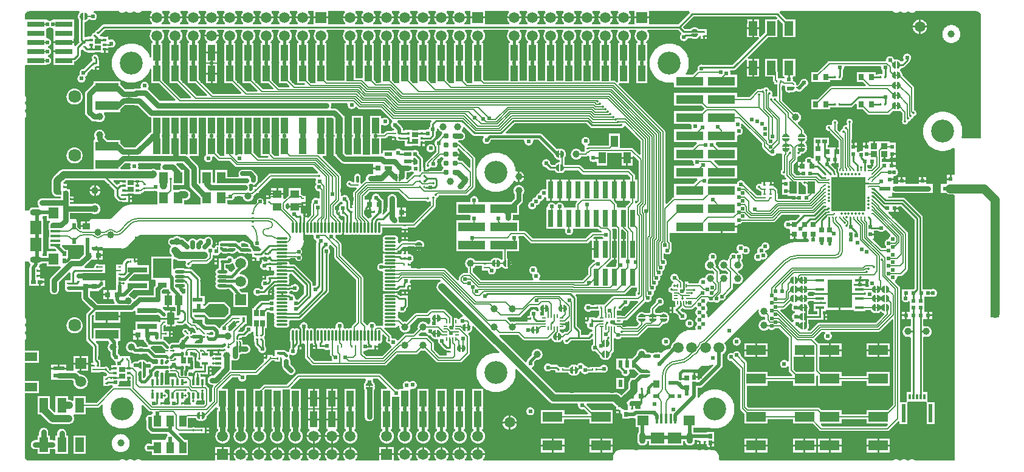
<source format=gtl>
G04*
G04 #@! TF.GenerationSoftware,Altium Limited,Altium Designer,19.0.15 (446)*
G04*
G04 Layer_Physical_Order=1*
G04 Layer_Color=255*
%FSLAX24Y24*%
%MOIN*%
G70*
G01*
G75*
%ADD10C,0.0098*%
%ADD11C,0.0059*%
%ADD13C,0.0100*%
%ADD15C,0.0200*%
%ADD16C,0.0060*%
%ADD17C,0.0118*%
%ADD19C,0.0079*%
%ADD20C,0.0080*%
%ADD23C,0.0090*%
%ADD43R,0.0402X0.0862*%
%ADD44R,0.0106X0.0118*%
%ADD45R,0.0177X0.0165*%
%ADD46R,0.0362X0.0280*%
%ADD47R,0.0118X0.0106*%
%ADD48R,0.0315X0.0295*%
%ADD49R,0.0394X0.0236*%
%ADD50R,0.0138X0.0354*%
%ADD51R,0.0165X0.0217*%
%ADD52R,0.0280X0.0362*%
%ADD53R,0.0217X0.0165*%
%ADD54R,0.0472X0.0433*%
%ADD55R,0.0295X0.0315*%
%ADD56R,0.0197X0.0256*%
%ADD61R,0.0551X0.0236*%
%ADD62R,0.0669X0.0236*%
%ADD63R,0.0236X0.0197*%
%ADD64O,0.0650X0.0118*%
%ADD65O,0.0118X0.0650*%
%ADD66R,0.1063X0.0315*%
%ADD67R,0.0197X0.0236*%
%ADD68R,0.0433X0.0551*%
%ADD69R,0.0335X0.0394*%
%ADD70R,0.0335X0.0236*%
%ADD71R,0.0394X0.0335*%
%ADD72R,0.0236X0.0335*%
%ADD73R,0.0098X0.0142*%
%ADD74R,0.1000X0.1051*%
%ADD75R,0.0500X0.0300*%
%ADD76R,0.0256X0.0197*%
%ADD77C,0.0394*%
%ADD78R,0.0228X0.0197*%
%ADD79R,0.0315X0.0295*%
%ADD80R,0.0551X0.0630*%
%ADD81R,0.0610X0.0748*%
%ADD82R,0.0531X0.0157*%
%ADD83R,0.0630X0.0551*%
%ADD84R,0.0748X0.0610*%
%ADD85R,0.0157X0.0531*%
%ADD86R,0.0236X0.1024*%
%ADD87R,0.0118X0.0315*%
%ADD88R,0.0610X0.0236*%
%ADD89R,0.0709X0.0472*%
%ADD90R,0.0300X0.0320*%
%ADD91R,0.0256X0.0335*%
%ADD92R,0.1500X0.0500*%
%ADD93R,0.0299X0.0945*%
%ADD94R,0.0945X0.0299*%
%ADD95R,0.1252X0.0500*%
%ADD96R,0.0157X0.0276*%
%ADD97R,0.0157X0.0098*%
%ADD98R,0.0276X0.0157*%
%ADD99R,0.0098X0.0157*%
%ADD100R,0.0236X0.0217*%
%ADD101R,0.0217X0.0236*%
%ADD102R,0.1083X0.0551*%
%ADD103R,0.0472X0.0787*%
%ADD104R,0.0394X0.0630*%
%ADD105R,0.0472X0.0630*%
%ADD107R,0.1909X0.1909*%
%ADD108R,0.0453X0.0177*%
%ADD109C,0.0087*%
%ADD112O,0.0551X0.0177*%
%ADD113R,0.0354X0.0138*%
%ADD114R,0.0236X0.0394*%
%ADD115R,0.0374X0.0335*%
%ADD116R,0.0394X0.0709*%
%ADD205C,0.0065*%
%ADD206C,0.0060*%
%ADD207C,0.0065*%
%ADD208C,0.0079*%
%ADD209C,0.0310*%
%ADD210R,0.0630X0.0984*%
%ADD211R,0.0177X0.0098*%
%ADD212R,0.0177X0.0187*%
%ADD213R,0.0177X0.0138*%
%ADD214R,0.0177X0.0098*%
%ADD215R,0.0354X0.0709*%
%ADD216C,0.0108*%
%ADD217R,0.1339X0.1575*%
%ADD218O,0.0256X0.0087*%
%ADD219O,0.0087X0.0256*%
%ADD220C,0.0591*%
%ADD221C,0.0300*%
%ADD222C,0.0150*%
%ADD223C,0.0250*%
%ADD224C,0.0180*%
%ADD225C,0.0120*%
%ADD226C,0.0400*%
%ADD227C,0.0072*%
%ADD228C,0.0500*%
%ADD229C,0.0057*%
%ADD230R,0.0394X0.0630*%
%ADD231R,0.1450X0.0420*%
%ADD232R,0.0620X0.1610*%
%ADD233C,0.0390*%
%ADD234C,0.1260*%
%ADD235R,0.0591X0.0591*%
%ADD236R,0.0591X0.0591*%
%ADD237O,0.0630X0.0354*%
%ADD238O,0.0354X0.0630*%
%ADD239C,0.0701*%
%ADD240C,0.0240*%
%ADD241C,0.0236*%
%ADD242C,0.0138*%
G36*
X52378Y24848D02*
X52406Y24844D01*
X52433Y24836D01*
X52458Y24825D01*
X52483Y24812D01*
X52506Y24795D01*
X52527Y24777D01*
X52545Y24756D01*
X52562Y24733D01*
X52575Y24708D01*
X52586Y24683D01*
X52594Y24656D01*
X52598Y24628D01*
X52600Y24603D01*
X52600Y24600D01*
Y17900D01*
X52581Y17880D01*
X51570D01*
X51532Y17950D01*
X51544Y17993D01*
X51558Y18056D01*
X51568Y18120D01*
X51573Y18185D01*
X51575Y18250D01*
X51573Y18315D01*
X51568Y18380D01*
X51558Y18444D01*
X51544Y18507D01*
X51527Y18570D01*
X51505Y18631D01*
X51481Y18691D01*
X51452Y18750D01*
X51420Y18806D01*
X51385Y18861D01*
X51347Y18913D01*
X51305Y18963D01*
X51260Y19010D01*
X51213Y19055D01*
X51163Y19097D01*
X51111Y19135D01*
X51056Y19170D01*
X51000Y19202D01*
X50941Y19231D01*
X50881Y19255D01*
X50820Y19277D01*
X50757Y19294D01*
X50694Y19308D01*
X50630Y19318D01*
X50565Y19323D01*
X50500Y19325D01*
X50435Y19323D01*
X50370Y19318D01*
X50306Y19308D01*
X50243Y19294D01*
X50180Y19277D01*
X50119Y19255D01*
X50059Y19231D01*
X50000Y19202D01*
X49944Y19170D01*
X49889Y19135D01*
X49837Y19097D01*
X49787Y19055D01*
X49740Y19010D01*
X49695Y18963D01*
X49653Y18913D01*
X49615Y18861D01*
X49580Y18806D01*
X49548Y18750D01*
X49519Y18691D01*
X49495Y18631D01*
X49473Y18570D01*
X49456Y18507D01*
X49442Y18444D01*
X49432Y18380D01*
X49427Y18315D01*
X49425Y18250D01*
X49427Y18185D01*
X49432Y18120D01*
X49442Y18056D01*
X49456Y17993D01*
X49473Y17930D01*
X49495Y17869D01*
X49519Y17809D01*
X49548Y17750D01*
X49580Y17694D01*
X49615Y17639D01*
X49653Y17587D01*
X49695Y17537D01*
X49740Y17490D01*
X49787Y17445D01*
X49837Y17403D01*
X49889Y17365D01*
X49944Y17330D01*
X50000Y17298D01*
X50059Y17269D01*
X50119Y17245D01*
X50180Y17223D01*
X50243Y17206D01*
X50306Y17192D01*
X50370Y17182D01*
X50435Y17177D01*
X50500Y17175D01*
X50565Y17177D01*
X50630Y17182D01*
X50694Y17192D01*
X50757Y17206D01*
X50820Y17223D01*
X50881Y17245D01*
X50941Y17269D01*
X51000Y17298D01*
X51056Y17330D01*
X51081Y17346D01*
X51151Y17310D01*
X51151Y15913D01*
X51135Y15850D01*
X50987D01*
Y15631D01*
X50937D01*
Y15581D01*
X50738D01*
Y15424D01*
X50718Y15396D01*
X50686Y15371D01*
X50383D01*
Y14859D01*
X50698D01*
X50699Y14859D01*
X50711Y14850D01*
X50724Y14841D01*
X50752Y14824D01*
X50781Y14811D01*
X50811Y14800D01*
X50842Y14792D01*
X50874Y14787D01*
X50907Y14786D01*
X51102D01*
X51151Y14736D01*
X51150Y150D01*
X48998D01*
X48982Y168D01*
X48962Y186D01*
X48940Y202D01*
X48917Y215D01*
X48892Y225D01*
X48867Y232D01*
X48840Y237D01*
X48814Y238D01*
X48787Y237D01*
X48761Y232D01*
X48735Y225D01*
X48710Y215D01*
X48687Y202D01*
X48665Y186D01*
X48645Y168D01*
X48632Y154D01*
X48562D01*
X48549Y168D01*
X48529Y186D01*
X48507Y202D01*
X48484Y215D01*
X48459Y225D01*
X48434Y232D01*
X48407Y237D01*
X48381Y238D01*
X48354Y237D01*
X48328Y232D01*
X48302Y225D01*
X48277Y215D01*
X48254Y202D01*
X48232Y186D01*
X48212Y168D01*
X48199Y154D01*
X48129D01*
X48116Y168D01*
X48096Y186D01*
X48074Y202D01*
X48051Y215D01*
X48026Y225D01*
X48001Y232D01*
X47974Y237D01*
X47948Y238D01*
X47921Y237D01*
X47895Y232D01*
X47869Y225D01*
X47844Y215D01*
X47821Y202D01*
X47799Y186D01*
X47779Y168D01*
X47763Y150D01*
X38331D01*
X38328Y150D01*
X38311Y152D01*
X38292Y158D01*
X38275Y167D01*
X38260Y179D01*
X38247Y194D01*
X38238Y212D01*
X38232Y230D01*
X38231Y247D01*
X38231Y250D01*
Y350D01*
X38231D01*
X38229Y389D01*
X38223Y428D01*
X38214Y466D01*
X38201Y503D01*
X38184Y539D01*
X38164Y573D01*
X38140Y604D01*
X38114Y633D01*
X38085Y660D01*
X38053Y683D01*
X38019Y703D01*
X37984Y720D01*
X37947Y733D01*
X37909Y743D01*
X37870Y749D01*
X37831Y750D01*
Y750D01*
X32822D01*
Y750D01*
X32783Y749D01*
X32744Y743D01*
X32706Y733D01*
X32669Y720D01*
X32634Y703D01*
X32600Y683D01*
X32568Y660D01*
X32539Y633D01*
X32513Y604D01*
X32489Y573D01*
X32469Y539D01*
X32452Y503D01*
X32439Y466D01*
X32430Y428D01*
X32424Y389D01*
X32422Y350D01*
X32422D01*
Y250D01*
X32422Y247D01*
X32420Y230D01*
X32415Y212D01*
X32406Y194D01*
X32393Y179D01*
X32378Y167D01*
X32361Y158D01*
X32342Y152D01*
X32325Y150D01*
X32322Y150D01*
X25307D01*
X25280Y219D01*
X25280Y220D01*
X25306Y249D01*
X25329Y280D01*
X25349Y313D01*
X25366Y349D01*
X25379Y385D01*
X25388Y423D01*
X25392Y450D01*
X24608D01*
X24612Y423D01*
X24621Y385D01*
X24634Y349D01*
X24651Y313D01*
X24671Y280D01*
X24694Y249D01*
X24720Y220D01*
X24720Y219D01*
X24693Y150D01*
X24307D01*
X24280Y219D01*
X24280Y220D01*
X24306Y249D01*
X24329Y280D01*
X24349Y313D01*
X24366Y349D01*
X24379Y385D01*
X24388Y423D01*
X24392Y450D01*
X23608D01*
X23612Y423D01*
X23621Y385D01*
X23634Y349D01*
X23651Y313D01*
X23671Y280D01*
X23694Y249D01*
X23720Y220D01*
X23720Y219D01*
X23693Y150D01*
X23307D01*
X23280Y219D01*
X23280Y220D01*
X23306Y249D01*
X23329Y280D01*
X23349Y313D01*
X23366Y349D01*
X23379Y385D01*
X23388Y423D01*
X23392Y450D01*
X22608D01*
X22612Y423D01*
X22621Y385D01*
X22634Y349D01*
X22651Y313D01*
X22671Y280D01*
X22694Y249D01*
X22720Y220D01*
X22720Y219D01*
X22693Y150D01*
X22307D01*
X22280Y219D01*
X22280Y220D01*
X22306Y249D01*
X22329Y280D01*
X22349Y313D01*
X22366Y349D01*
X22379Y385D01*
X22388Y423D01*
X22392Y450D01*
X21608D01*
X21612Y423D01*
X21621Y385D01*
X21634Y349D01*
X21651Y313D01*
X21671Y280D01*
X21694Y249D01*
X21720Y220D01*
X21720Y219D01*
X21693Y150D01*
X21307D01*
X21280Y219D01*
X21280Y220D01*
X21306Y249D01*
X21329Y280D01*
X21349Y313D01*
X21366Y349D01*
X21379Y385D01*
X21388Y423D01*
X21392Y450D01*
X20608D01*
X20612Y423D01*
X20621Y385D01*
X20634Y349D01*
X20651Y313D01*
X20671Y280D01*
X20694Y249D01*
X20720Y220D01*
X20720Y219D01*
X20693Y150D01*
X20395D01*
Y450D01*
X19605D01*
Y150D01*
X18307D01*
X18280Y219D01*
X18280Y220D01*
X18306Y249D01*
X18329Y280D01*
X18349Y313D01*
X18366Y349D01*
X18379Y385D01*
X18388Y423D01*
X18392Y450D01*
X17608D01*
X17612Y423D01*
X17621Y385D01*
X17634Y349D01*
X17651Y313D01*
X17671Y280D01*
X17694Y249D01*
X17720Y220D01*
X17720Y219D01*
X17693Y150D01*
X17307D01*
X17280Y219D01*
X17280Y220D01*
X17306Y249D01*
X17329Y280D01*
X17349Y313D01*
X17366Y349D01*
X17379Y385D01*
X17388Y423D01*
X17392Y450D01*
X16608D01*
X16612Y423D01*
X16621Y385D01*
X16634Y349D01*
X16651Y313D01*
X16671Y280D01*
X16694Y249D01*
X16720Y220D01*
X16720Y219D01*
X16693Y150D01*
X16307D01*
X16280Y219D01*
X16280Y220D01*
X16306Y249D01*
X16329Y280D01*
X16349Y313D01*
X16366Y349D01*
X16379Y385D01*
X16388Y423D01*
X16392Y450D01*
X15608D01*
X15612Y423D01*
X15621Y385D01*
X15634Y349D01*
X15651Y313D01*
X15671Y280D01*
X15694Y249D01*
X15720Y220D01*
X15720Y219D01*
X15693Y150D01*
X15307D01*
X15280Y219D01*
X15280Y220D01*
X15306Y249D01*
X15329Y280D01*
X15349Y313D01*
X15366Y349D01*
X15379Y385D01*
X15388Y423D01*
X15392Y450D01*
X14608D01*
X14612Y423D01*
X14621Y385D01*
X14634Y349D01*
X14651Y313D01*
X14671Y280D01*
X14694Y249D01*
X14720Y220D01*
X14720Y219D01*
X14693Y150D01*
X14307D01*
X14280Y219D01*
X14280Y220D01*
X14306Y249D01*
X14329Y280D01*
X14349Y313D01*
X14366Y349D01*
X14379Y385D01*
X14388Y423D01*
X14392Y450D01*
X13608D01*
X13612Y423D01*
X13621Y385D01*
X13634Y349D01*
X13651Y313D01*
X13671Y280D01*
X13694Y249D01*
X13720Y220D01*
X13720Y219D01*
X13693Y150D01*
X13307D01*
X13280Y219D01*
X13280Y220D01*
X13306Y249D01*
X13329Y280D01*
X13349Y313D01*
X13366Y349D01*
X13379Y385D01*
X13388Y423D01*
X13392Y450D01*
X12608D01*
X12612Y423D01*
X12621Y385D01*
X12634Y349D01*
X12651Y313D01*
X12671Y280D01*
X12694Y249D01*
X12720Y220D01*
X12720Y219D01*
X12693Y150D01*
X12307D01*
X12280Y219D01*
X12280Y220D01*
X12306Y249D01*
X12329Y280D01*
X12349Y313D01*
X12366Y349D01*
X12379Y385D01*
X12388Y423D01*
X12392Y450D01*
X11608D01*
X11612Y423D01*
X11621Y385D01*
X11634Y349D01*
X11651Y313D01*
X11671Y280D01*
X11694Y249D01*
X11720Y220D01*
X11720Y219D01*
X11693Y150D01*
X11395D01*
Y450D01*
X10605D01*
Y150D01*
X6549D01*
X6533Y168D01*
X6513Y186D01*
X6492Y202D01*
X6468Y215D01*
X6444Y225D01*
X6418Y232D01*
X6392Y237D01*
X6365Y238D01*
X6338Y237D01*
X6312Y232D01*
X6286Y225D01*
X6262Y215D01*
X6238Y202D01*
X6216Y186D01*
X6197Y168D01*
X6184Y154D01*
X6113D01*
X6100Y168D01*
X6080Y186D01*
X6059Y202D01*
X6035Y215D01*
X6011Y225D01*
X5985Y232D01*
X5959Y237D01*
X5932Y238D01*
X5905Y237D01*
X5879Y232D01*
X5853Y225D01*
X5829Y215D01*
X5805Y202D01*
X5784Y186D01*
X5764Y168D01*
X5751Y154D01*
X5680D01*
X5667Y168D01*
X5647Y186D01*
X5626Y202D01*
X5602Y215D01*
X5578Y225D01*
X5552Y232D01*
X5526Y237D01*
X5499Y238D01*
X5472Y237D01*
X5446Y232D01*
X5420Y225D01*
X5396Y215D01*
X5372Y202D01*
X5350Y186D01*
X5331Y168D01*
X5315Y150D01*
X400D01*
X397Y150D01*
X372Y152D01*
X344Y156D01*
X317Y164D01*
X292Y175D01*
X267Y188D01*
X244Y205D01*
X223Y223D01*
X205Y244D01*
X188Y267D01*
X175Y292D01*
X164Y317D01*
X159Y334D01*
X150Y400D01*
X150Y400D01*
X150Y400D01*
Y3867D01*
X939D01*
Y4539D01*
X150D01*
Y5521D01*
X939D01*
Y6193D01*
X150D01*
Y6786D01*
X168Y6802D01*
X186Y6822D01*
X202Y6844D01*
X215Y6867D01*
X225Y6892D01*
X232Y6917D01*
X237Y6944D01*
X238Y6970D01*
X237Y6997D01*
X232Y7023D01*
X225Y7049D01*
X215Y7074D01*
X202Y7097D01*
X186Y7119D01*
X168Y7139D01*
X154Y7152D01*
Y7222D01*
X168Y7235D01*
X186Y7255D01*
X202Y7277D01*
X215Y7300D01*
X225Y7325D01*
X232Y7350D01*
X237Y7377D01*
X238Y7403D01*
X237Y7430D01*
X232Y7456D01*
X225Y7482D01*
X215Y7507D01*
X202Y7530D01*
X186Y7552D01*
X168Y7572D01*
X154Y7585D01*
Y7655D01*
X168Y7668D01*
X186Y7688D01*
X202Y7710D01*
X215Y7733D01*
X225Y7758D01*
X232Y7783D01*
X237Y7810D01*
X238Y7836D01*
X237Y7863D01*
X232Y7889D01*
X225Y7915D01*
X215Y7940D01*
X202Y7963D01*
X186Y7985D01*
X168Y8005D01*
X150Y8021D01*
Y11104D01*
X368Y11104D01*
X377Y11080D01*
X392Y11053D01*
X410Y11028D01*
X431Y11004D01*
X442Y10995D01*
X454Y10959D01*
X454Y10909D01*
X451Y10902D01*
X450Y10901D01*
X435Y10879D01*
X424Y10855D01*
X415Y10831D01*
X410Y10805D01*
X408Y10779D01*
Y10166D01*
X381D01*
Y9769D01*
X581D01*
X583Y9769D01*
X609Y9767D01*
X635Y9769D01*
X636Y9769D01*
X933D01*
Y9967D01*
X983D01*
Y10017D01*
X1211D01*
Y10166D01*
X994D01*
Y10260D01*
X841D01*
Y10360D01*
X994D01*
Y10431D01*
X994D01*
Y10540D01*
X841D01*
Y10640D01*
X994D01*
Y10749D01*
X961D01*
X933Y10798D01*
X928Y10819D01*
X939Y10835D01*
X950Y10859D01*
X959Y10883D01*
X964Y10909D01*
X965Y10930D01*
X995Y10939D01*
X1024Y10951D01*
X1051Y10966D01*
X1076Y10984D01*
X1095Y11000D01*
X1354D01*
Y10825D01*
X2088D01*
X2125Y10763D01*
X1593Y10231D01*
X1574Y10210D01*
X1558Y10187D01*
X1544Y10163D01*
X1534Y10137D01*
X1526Y10110D01*
X1521Y10082D01*
X1520Y10054D01*
Y9540D01*
X1521Y9512D01*
X1526Y9484D01*
X1534Y9457D01*
X1544Y9431D01*
X1558Y9407D01*
X1574Y9384D01*
X1593Y9363D01*
X1614Y9344D01*
X1637Y9328D01*
X1661Y9314D01*
X1687Y9304D01*
X1714Y9296D01*
X1742Y9291D01*
X1770Y9290D01*
X1798Y9291D01*
X1826Y9296D01*
X1853Y9304D01*
X1879Y9314D01*
X1903Y9328D01*
X1926Y9344D01*
X1947Y9363D01*
X1966Y9384D01*
X1982Y9407D01*
X1996Y9431D01*
X2006Y9457D01*
X2014Y9484D01*
X2019Y9512D01*
X2020Y9540D01*
Y9950D01*
X2581Y10511D01*
X2629Y10496D01*
X2650Y10481D01*
Y10055D01*
X2361D01*
Y9700D01*
X2356Y9687D01*
X2351Y9661D01*
X2350Y9635D01*
X2351Y9609D01*
X2356Y9583D01*
X2361Y9570D01*
Y9525D01*
X2383D01*
X2391Y9513D01*
X2408Y9493D01*
X2428Y9476D01*
X2450Y9461D01*
X2473Y9450D01*
X2498Y9441D01*
X2524Y9436D01*
X2550Y9435D01*
X3275D01*
Y9110D01*
X3275Y9110D01*
X3276Y9081D01*
X3282Y9052D01*
X3292Y9024D01*
X3305Y8997D01*
X3321Y8973D01*
X3341Y8951D01*
X3794Y8497D01*
X3554Y8256D01*
X3538Y8238D01*
X3526Y8218D01*
X3517Y8196D01*
X3511Y8174D01*
X3510Y8150D01*
Y6850D01*
X3511Y6826D01*
X3517Y6804D01*
X3526Y6782D01*
X3538Y6762D01*
X3554Y6744D01*
X3882Y6415D01*
Y5706D01*
X3884Y5682D01*
X3890Y5659D01*
X3895Y5646D01*
X3896Y5645D01*
X3905Y5623D01*
X3915Y5605D01*
X3913Y5593D01*
X3887Y5535D01*
X3780D01*
Y5432D01*
X3939D01*
Y5332D01*
X3780D01*
Y5229D01*
Y5005D01*
X4308D01*
Y5027D01*
X4493D01*
X4497Y5024D01*
X4515Y5011D01*
X4535Y5001D01*
X4556Y4994D01*
X4578Y4990D01*
X4584Y4990D01*
X4663Y4910D01*
X4667Y4888D01*
X4666Y4880D01*
X4647Y4828D01*
X4638Y4822D01*
X4622Y4809D01*
X4599Y4785D01*
X4471D01*
Y4479D01*
Y4255D01*
X4789D01*
Y4310D01*
X4941D01*
X4954Y4294D01*
X4972Y4278D01*
X4976Y4243D01*
X4970Y4203D01*
X4967Y4198D01*
X4963Y4196D01*
X4948Y4182D01*
X4089Y3323D01*
X3497D01*
Y3686D01*
X2824D01*
Y3479D01*
X2815Y3469D01*
X2754Y3443D01*
X2749Y3447D01*
X2719Y3463D01*
X2688Y3476D01*
X2656Y3486D01*
X2623Y3491D01*
X2589Y3493D01*
X2512D01*
Y3686D01*
X1840D01*
Y2840D01*
X1770Y2811D01*
X1528Y3053D01*
Y3686D01*
X856D01*
Y2699D01*
X1032D01*
X1464Y2268D01*
X1489Y2245D01*
X1516Y2226D01*
X1546Y2209D01*
X1577Y2196D01*
X1609Y2187D01*
X1643Y2181D01*
X1676Y2180D01*
X2566D01*
X2600Y2181D01*
X2633Y2187D01*
X2666Y2196D01*
X2697Y2209D01*
X2726Y2226D01*
X2754Y2245D01*
X2779Y2268D01*
X2801Y2293D01*
X2821Y2320D01*
X2837Y2350D01*
X2850Y2381D01*
X2859Y2413D01*
X2865Y2446D01*
X2867Y2480D01*
X2865Y2514D01*
X2859Y2547D01*
X2850Y2579D01*
X2837Y2610D01*
X2827Y2629D01*
X2838Y2664D01*
X2865Y2699D01*
X3497D01*
Y3062D01*
X4143D01*
X4163Y3064D01*
X4183Y3069D01*
X4202Y3076D01*
X4219Y3087D01*
X4235Y3100D01*
X4382Y3248D01*
X4446Y3213D01*
X4442Y3194D01*
X4432Y3130D01*
X4427Y3065D01*
X4425Y3000D01*
X4427Y2935D01*
X4432Y2870D01*
X4442Y2806D01*
X4456Y2743D01*
X4473Y2680D01*
X4495Y2619D01*
X4519Y2559D01*
X4548Y2500D01*
X4580Y2444D01*
X4615Y2389D01*
X4653Y2337D01*
X4695Y2287D01*
X4740Y2240D01*
X4787Y2195D01*
X4837Y2153D01*
X4889Y2115D01*
X4944Y2080D01*
X5000Y2048D01*
X5059Y2019D01*
X5119Y1995D01*
X5180Y1973D01*
X5243Y1956D01*
X5306Y1942D01*
X5370Y1932D01*
X5435Y1927D01*
X5500Y1925D01*
X5565Y1927D01*
X5630Y1932D01*
X5694Y1942D01*
X5757Y1956D01*
X5820Y1973D01*
X5881Y1995D01*
X5941Y2019D01*
X6000Y2048D01*
X6056Y2080D01*
X6111Y2115D01*
X6163Y2153D01*
X6213Y2195D01*
X6260Y2240D01*
X6305Y2287D01*
X6347Y2337D01*
X6385Y2389D01*
X6420Y2444D01*
X6452Y2500D01*
X6481Y2559D01*
X6505Y2619D01*
X6527Y2680D01*
X6544Y2743D01*
X6558Y2806D01*
X6568Y2870D01*
X6573Y2935D01*
X6575Y3000D01*
X6573Y3065D01*
X6568Y3130D01*
X6559Y3188D01*
X6565Y3195D01*
X6632Y3213D01*
X6958Y2888D01*
X6973Y2874D01*
X6991Y2864D01*
X7010Y2856D01*
X7030Y2851D01*
X7050Y2850D01*
X7133D01*
X7176Y2789D01*
X7150Y2743D01*
X7134D01*
Y2727D01*
X7132Y2721D01*
X7103Y2696D01*
X7064Y2676D01*
X7049Y2679D01*
X7020Y2680D01*
X6991Y2679D01*
X6963Y2673D01*
X6936Y2664D01*
X6910Y2651D01*
X6886Y2635D01*
X6864Y2616D01*
X6845Y2594D01*
X6829Y2570D01*
X6816Y2544D01*
X6807Y2517D01*
X6801Y2489D01*
X6800Y2460D01*
X6801Y2431D01*
X6807Y2403D01*
X6816Y2376D01*
X6820Y2369D01*
Y1970D01*
X6821Y1944D01*
X6826Y1918D01*
X6835Y1893D01*
X6846Y1870D01*
X6861Y1848D01*
X6878Y1828D01*
X7028Y1678D01*
X7048Y1661D01*
X7070Y1646D01*
X7093Y1635D01*
X7118Y1626D01*
X7144Y1621D01*
X7170Y1620D01*
X7949D01*
X7972Y1596D01*
X7976Y1577D01*
X7967Y1509D01*
X7964Y1506D01*
X7945Y1484D01*
X7929Y1460D01*
X7916Y1434D01*
X7907Y1407D01*
X7901Y1379D01*
X7900Y1350D01*
X7854Y1296D01*
X7837Y1287D01*
X7823D01*
Y1285D01*
X7728D01*
Y1287D01*
X7134D01*
Y1072D01*
X7058D01*
X7034Y1084D01*
X7007Y1093D01*
X6979Y1099D01*
X6950Y1100D01*
X6921Y1099D01*
X6893Y1093D01*
X6866Y1084D01*
X6840Y1071D01*
X6816Y1055D01*
X6794Y1036D01*
X6775Y1014D01*
X6759Y990D01*
X6746Y964D01*
X6737Y937D01*
X6731Y909D01*
X6730Y880D01*
X6731Y851D01*
X6737Y823D01*
X6746Y796D01*
X6759Y770D01*
X6775Y746D01*
X6794Y724D01*
X6816Y705D01*
X6840Y689D01*
X6866Y676D01*
X6893Y667D01*
X6921Y661D01*
X6950Y660D01*
X6979Y661D01*
X7007Y667D01*
X7019Y671D01*
X7134D01*
Y457D01*
X7460D01*
Y450D01*
X7960D01*
Y457D01*
X8417D01*
Y460D01*
X8512D01*
Y457D01*
X9106D01*
Y1287D01*
X8917D01*
X8594Y1610D01*
X8623Y1680D01*
X9306D01*
X9315Y1673D01*
X9335Y1664D01*
X9356Y1657D01*
X9378Y1652D01*
X9400Y1651D01*
X9422Y1652D01*
X9444Y1657D01*
X9465Y1664D01*
X9485Y1673D01*
X9494Y1680D01*
X9715D01*
Y1661D01*
X10042D01*
Y1820D01*
Y1979D01*
X9715D01*
Y1960D01*
X9494D01*
X9485Y1967D01*
X9465Y1976D01*
X9444Y1983D01*
X9422Y1988D01*
X9400Y1989D01*
X9378Y1988D01*
X9356Y1983D01*
X9335Y1976D01*
X9315Y1967D01*
X9306Y1960D01*
X9106D01*
Y2497D01*
X9108Y2500D01*
X9512D01*
X9525Y2477D01*
X9544Y2450D01*
X9567Y2424D01*
X9593Y2401D01*
X9621Y2381D01*
X9644Y2368D01*
X9651Y2365D01*
X9651Y2365D01*
X9682Y2352D01*
X9707Y2344D01*
X9707Y2345D01*
X9719Y2342D01*
X9740Y2340D01*
X9760Y2342D01*
X9780Y2346D01*
X9799Y2354D01*
X9810Y2361D01*
X9821Y2354D01*
X9840Y2346D01*
X9860Y2342D01*
X9880Y2340D01*
X9901Y2342D01*
X9913Y2345D01*
X9913Y2344D01*
X9938Y2352D01*
X9969Y2365D01*
X9969Y2365D01*
X9976Y2368D01*
X9999Y2381D01*
X10027Y2401D01*
X10053Y2424D01*
X10076Y2450D01*
X10095Y2477D01*
X10112Y2507D01*
X10125Y2539D01*
X10135Y2572D01*
X10139Y2598D01*
X10635Y3093D01*
X10699Y3067D01*
Y3046D01*
X10750D01*
Y2954D01*
X10699D01*
Y1892D01*
X10750D01*
Y1806D01*
X10749Y1806D01*
X10720Y1780D01*
X10694Y1751D01*
X10671Y1720D01*
X10651Y1687D01*
X10634Y1651D01*
X10621Y1615D01*
X10612Y1577D01*
X10606Y1539D01*
X10604Y1500D01*
X10606Y1461D01*
X10612Y1423D01*
X10621Y1385D01*
X10634Y1349D01*
X10651Y1313D01*
X10671Y1280D01*
X10694Y1249D01*
X10720Y1220D01*
X10749Y1194D01*
X10780Y1171D01*
X10813Y1151D01*
X10849Y1134D01*
X10885Y1121D01*
X10923Y1112D01*
X10961Y1106D01*
X11000Y1104D01*
X11039Y1106D01*
X11077Y1112D01*
X11115Y1121D01*
X11151Y1134D01*
X11187Y1151D01*
X11220Y1171D01*
X11251Y1194D01*
X11280Y1220D01*
X11306Y1249D01*
X11329Y1280D01*
X11349Y1313D01*
X11366Y1349D01*
X11379Y1385D01*
X11388Y1423D01*
X11394Y1461D01*
X11396Y1500D01*
X11394Y1539D01*
X11388Y1577D01*
X11379Y1615D01*
X11366Y1651D01*
X11349Y1687D01*
X11329Y1720D01*
X11306Y1751D01*
X11280Y1780D01*
X11251Y1806D01*
X11250Y1806D01*
Y1892D01*
X11301D01*
Y2954D01*
X11250D01*
Y3046D01*
X11301D01*
Y4108D01*
X11000D01*
X10974Y4173D01*
X11522Y4721D01*
X11859D01*
X11860Y4720D01*
X11861Y4691D01*
X11867Y4663D01*
X11876Y4636D01*
X11889Y4610D01*
X11905Y4586D01*
X11924Y4564D01*
X11946Y4545D01*
X11970Y4529D01*
X11996Y4516D01*
X12023Y4507D01*
X12051Y4501D01*
X12080Y4500D01*
X12109Y4501D01*
X12137Y4507D01*
X12164Y4516D01*
X12190Y4529D01*
X12214Y4545D01*
X12236Y4564D01*
X12255Y4586D01*
X12271Y4610D01*
X12284Y4636D01*
X12293Y4663D01*
X12299Y4691D01*
X12300Y4720D01*
X12299Y4749D01*
X12293Y4777D01*
X12289Y4790D01*
X12308Y4831D01*
X12335Y4860D01*
X12836D01*
X12857Y4861D01*
X12876Y4866D01*
X12895Y4874D01*
X12913Y4884D01*
X12928Y4898D01*
X13681Y5651D01*
X13775D01*
Y5652D01*
X13872D01*
Y5603D01*
X14171D01*
Y5782D01*
X14249D01*
Y5603D01*
X14275D01*
Y5360D01*
X14275Y5360D01*
X14276Y5331D01*
X14282Y5302D01*
X14292Y5274D01*
X14305Y5247D01*
X14321Y5223D01*
X14341Y5201D01*
X14601Y4941D01*
X14623Y4921D01*
X14647Y4905D01*
X14674Y4892D01*
X14702Y4882D01*
X14731Y4876D01*
X14760Y4875D01*
X14789Y4876D01*
X14818Y4882D01*
X14846Y4892D01*
X14873Y4905D01*
X14897Y4921D01*
X14919Y4941D01*
X14939Y4963D01*
X14955Y4987D01*
X14968Y5014D01*
X14978Y5042D01*
X14984Y5071D01*
X14985Y5100D01*
X14984Y5129D01*
X14978Y5158D01*
X14968Y5186D01*
X14955Y5213D01*
X14939Y5237D01*
X14919Y5259D01*
X14725Y5453D01*
Y5613D01*
X14724Y5643D01*
X14718Y5672D01*
X14708Y5699D01*
X14695Y5726D01*
X14679Y5750D01*
X14659Y5773D01*
X14659Y5773D01*
Y5849D01*
X14662Y5855D01*
X14669Y5877D01*
X14674Y5899D01*
X14675Y5922D01*
X14674Y5945D01*
X14673Y5950D01*
X14717Y5983D01*
X14736Y5989D01*
X14754Y5977D01*
X14780Y5964D01*
X14807Y5955D01*
X14836Y5949D01*
X14864Y5947D01*
X14893Y5949D01*
X14921Y5955D01*
X14949Y5964D01*
X14975Y5977D01*
X14999Y5993D01*
X15020Y6012D01*
X15039Y6033D01*
X15055Y6057D01*
X15068Y6083D01*
X15077Y6111D01*
X15083Y6139D01*
X15085Y6168D01*
X15083Y6196D01*
X15080Y6211D01*
X15102Y6251D01*
X15118Y6269D01*
Y6440D01*
X15168D01*
Y6490D01*
X15321D01*
Y6567D01*
X15364Y6597D01*
X15388Y6607D01*
X15405Y6600D01*
X15429Y6594D01*
X15454Y6592D01*
X15507Y6553D01*
X15521Y6533D01*
Y5849D01*
X15522Y5828D01*
X15527Y5808D01*
X15535Y5790D01*
X15546Y5772D01*
X15559Y5757D01*
X15894Y5422D01*
X15909Y5408D01*
X15927Y5398D01*
X15946Y5390D01*
X15966Y5385D01*
X15986Y5384D01*
X19903D01*
X19924Y5385D01*
X19944Y5390D01*
X19963Y5398D01*
X19980Y5408D01*
X19996Y5422D01*
X20583Y6010D01*
X21640D01*
X21660Y6011D01*
X21680Y6016D01*
X21699Y6024D01*
X21717Y6035D01*
X21732Y6048D01*
X21903Y6219D01*
X21934Y6210D01*
X21967Y6205D01*
X22000Y6203D01*
X22033Y6205D01*
X22066Y6210D01*
X22097Y6219D01*
X22728Y5588D01*
X22743Y5574D01*
X22761Y5564D01*
X22780Y5556D01*
X22800Y5551D01*
X22820Y5550D01*
X24040D01*
X24060Y5551D01*
X24080Y5556D01*
X24099Y5564D01*
X24117Y5574D01*
X24132Y5588D01*
X24512Y5968D01*
X24525Y5983D01*
X24536Y6001D01*
X24544Y6020D01*
X24549Y6040D01*
X24550Y6060D01*
Y6960D01*
X24549Y6980D01*
X24544Y7000D01*
X24536Y7019D01*
X24525Y7037D01*
X24512Y7052D01*
X24463Y7102D01*
X24462Y7126D01*
X24464Y7134D01*
X24485Y7178D01*
X24498Y7182D01*
X24529Y7195D01*
X24529Y7195D01*
X24536Y7198D01*
X24559Y7211D01*
X24587Y7231D01*
X24613Y7254D01*
X24636Y7280D01*
X24655Y7307D01*
X24672Y7337D01*
X24685Y7369D01*
X24695Y7402D01*
X24700Y7436D01*
X24702Y7470D01*
X24700Y7504D01*
X24695Y7535D01*
X24699Y7540D01*
X24758Y7571D01*
X26202Y6127D01*
X26168Y6062D01*
X26130Y6068D01*
X26065Y6073D01*
X26000Y6075D01*
X25935Y6073D01*
X25870Y6068D01*
X25806Y6058D01*
X25743Y6044D01*
X25680Y6027D01*
X25619Y6005D01*
X25559Y5981D01*
X25500Y5952D01*
X25444Y5920D01*
X25389Y5885D01*
X25337Y5847D01*
X25287Y5805D01*
X25240Y5760D01*
X25195Y5713D01*
X25153Y5663D01*
X25115Y5611D01*
X25080Y5556D01*
X25048Y5500D01*
X25019Y5441D01*
X24995Y5381D01*
X24973Y5320D01*
X24956Y5257D01*
X24942Y5194D01*
X24932Y5130D01*
X24927Y5065D01*
X24925Y5000D01*
X24927Y4935D01*
X24932Y4870D01*
X24942Y4806D01*
X24956Y4743D01*
X24973Y4680D01*
X24995Y4619D01*
X25019Y4559D01*
X25048Y4500D01*
X25080Y4444D01*
X25115Y4389D01*
X25153Y4337D01*
X25195Y4287D01*
X25240Y4240D01*
X25287Y4195D01*
X25314Y4172D01*
X25282Y4108D01*
X25237Y4108D01*
X24699D01*
Y3046D01*
X24718D01*
X24732Y3035D01*
X24732Y3018D01*
X24699Y2954D01*
X24699D01*
Y1892D01*
X24749D01*
X24769Y1853D01*
X24771Y1822D01*
X24749Y1806D01*
X24720Y1780D01*
X24694Y1751D01*
X24671Y1720D01*
X24651Y1687D01*
X24634Y1651D01*
X24621Y1615D01*
X24612Y1577D01*
X24606Y1539D01*
X24604Y1500D01*
X24606Y1461D01*
X24612Y1423D01*
X24621Y1385D01*
X24634Y1349D01*
X24651Y1313D01*
X24671Y1280D01*
X24694Y1249D01*
X24720Y1220D01*
X24749Y1194D01*
X24780Y1171D01*
X24813Y1151D01*
X24849Y1134D01*
X24885Y1121D01*
X24923Y1112D01*
X24961Y1106D01*
X25000Y1104D01*
X25039Y1106D01*
X25077Y1112D01*
X25115Y1121D01*
X25151Y1134D01*
X25187Y1151D01*
X25220Y1171D01*
X25251Y1194D01*
X25280Y1220D01*
X25306Y1249D01*
X25329Y1280D01*
X25349Y1313D01*
X25366Y1349D01*
X25379Y1385D01*
X25388Y1423D01*
X25394Y1461D01*
X25396Y1500D01*
X25394Y1539D01*
X25388Y1577D01*
X25379Y1615D01*
X25366Y1651D01*
X25349Y1687D01*
X25329Y1720D01*
X25306Y1751D01*
X25280Y1780D01*
X25251Y1806D01*
X25229Y1822D01*
X25231Y1853D01*
X25251Y1892D01*
X25301D01*
Y2954D01*
X25301D01*
X25268Y3018D01*
X25268Y3035D01*
X25282Y3046D01*
X25301D01*
Y4042D01*
X25301Y4093D01*
X25359Y4138D01*
X25389Y4115D01*
X25444Y4080D01*
X25500Y4048D01*
X25559Y4019D01*
X25619Y3995D01*
X25680Y3973D01*
X25743Y3956D01*
X25806Y3942D01*
X25870Y3932D01*
X25935Y3927D01*
X26000Y3925D01*
X26065Y3927D01*
X26130Y3932D01*
X26194Y3942D01*
X26257Y3956D01*
X26320Y3973D01*
X26381Y3995D01*
X26441Y4019D01*
X26500Y4048D01*
X26556Y4080D01*
X26611Y4115D01*
X26663Y4153D01*
X26713Y4195D01*
X26760Y4240D01*
X26805Y4287D01*
X26847Y4337D01*
X26885Y4389D01*
X26920Y4444D01*
X26952Y4500D01*
X26981Y4559D01*
X27005Y4619D01*
X27027Y4680D01*
X27044Y4743D01*
X27058Y4806D01*
X27068Y4870D01*
X27073Y4935D01*
X27075Y5000D01*
X27073Y5065D01*
X27068Y5130D01*
X27062Y5168D01*
X27127Y5202D01*
X28951Y3378D01*
X28977Y3355D01*
X29004Y3336D01*
X29034Y3319D01*
X29065Y3306D01*
X29097Y3297D01*
X29130Y3291D01*
X29164Y3290D01*
X30444D01*
X30456Y3283D01*
X30496Y3235D01*
X30501Y3220D01*
X30500Y3200D01*
X30501Y3171D01*
X30507Y3143D01*
X30516Y3116D01*
X30529Y3090D01*
X30545Y3066D01*
X30564Y3044D01*
X30586Y3025D01*
X30610Y3009D01*
X30636Y2996D01*
X30663Y2987D01*
X30691Y2981D01*
X30720Y2980D01*
X30749Y2981D01*
X30777Y2987D01*
X30804Y2996D01*
X30817Y3002D01*
X31059Y2760D01*
X31030Y2690D01*
X29743D01*
Y2935D01*
X28460D01*
Y2184D01*
X29743D01*
Y2429D01*
X31117D01*
Y2184D01*
X32400D01*
Y2935D01*
X31253D01*
X30968Y3220D01*
X30997Y3290D01*
X32408D01*
X32553Y3145D01*
X32578Y3123D01*
X32605Y3103D01*
X32606Y3103D01*
Y2963D01*
X32765D01*
Y2913D01*
X32815D01*
Y2760D01*
X32856D01*
X32858Y2759D01*
X32912Y2703D01*
X32914Y2677D01*
X32914Y2676D01*
Y2475D01*
X33311D01*
Y2503D01*
X33553D01*
X33579Y2505D01*
X33582Y2505D01*
X33583Y2505D01*
X33633Y2475D01*
X33652Y2452D01*
Y1989D01*
X33826D01*
Y1729D01*
X33810Y1711D01*
X33792Y1686D01*
X33777Y1659D01*
X33765Y1630D01*
X33757Y1600D01*
X33751Y1569D01*
X33750Y1538D01*
Y1263D01*
X33751Y1231D01*
X33757Y1201D01*
X33765Y1171D01*
X33777Y1142D01*
X33792Y1115D01*
X33810Y1089D01*
X33831Y1066D01*
X33854Y1046D01*
X33880Y1028D01*
X33907Y1012D01*
X33936Y1001D01*
X33965Y992D01*
X33996Y987D01*
X34027Y985D01*
X34058Y987D01*
X34089Y992D01*
X34119Y1001D01*
X34148Y1012D01*
X34175Y1028D01*
X34200Y1046D01*
X34224Y1066D01*
X34244Y1089D01*
X34262Y1115D01*
X34277Y1142D01*
X34289Y1171D01*
X34298Y1201D01*
X34303Y1231D01*
X34303Y1238D01*
X34380D01*
Y995D01*
X36273D01*
Y1238D01*
X36349D01*
X36350Y1231D01*
X36355Y1201D01*
X36364Y1171D01*
X36376Y1142D01*
X36391Y1115D01*
X36409Y1089D01*
X36429Y1066D01*
X36453Y1046D01*
X36478Y1028D01*
X36505Y1012D01*
X36534Y1001D01*
X36564Y992D01*
X36595Y987D01*
X36626Y985D01*
X36657Y987D01*
X36687Y992D01*
X36717Y1001D01*
X36746Y1012D01*
X36773Y1028D01*
X36799Y1046D01*
X36822Y1066D01*
X36843Y1089D01*
X36861Y1115D01*
X36876Y1142D01*
X36888Y1171D01*
X36896Y1201D01*
X36902Y1231D01*
X36903Y1263D01*
Y1308D01*
X37013D01*
Y1259D01*
X37173D01*
Y1209D01*
X37223D01*
Y1056D01*
X37332D01*
Y1056D01*
X37393D01*
Y1209D01*
X37493D01*
Y1056D01*
X37574D01*
Y906D01*
X37723D01*
Y1134D01*
X37773D01*
Y1184D01*
X37971D01*
Y1280D01*
Y1480D01*
X37971Y1482D01*
X37973Y1508D01*
X37971Y1534D01*
X37971Y1536D01*
Y1736D01*
X37574D01*
Y1708D01*
X36845D01*
X36843Y1711D01*
X36826Y1730D01*
Y1970D01*
X37692Y1970D01*
X37743Y1956D01*
X37806Y1942D01*
X37870Y1932D01*
X37935Y1927D01*
X38000Y1925D01*
X38065Y1927D01*
X38130Y1932D01*
X38194Y1942D01*
X38257Y1956D01*
X38320Y1973D01*
X38381Y1995D01*
X38441Y2019D01*
X38500Y2048D01*
X38556Y2080D01*
X38611Y2115D01*
X38663Y2153D01*
X38713Y2195D01*
X38760Y2240D01*
X38805Y2287D01*
X38847Y2337D01*
X38885Y2389D01*
X38920Y2444D01*
X38952Y2500D01*
X38981Y2559D01*
X39005Y2619D01*
X39027Y2680D01*
X39044Y2743D01*
X39058Y2806D01*
X39068Y2870D01*
X39073Y2935D01*
X39075Y3000D01*
X39073Y3065D01*
X39068Y3130D01*
X39058Y3194D01*
X39044Y3257D01*
X39027Y3320D01*
X39005Y3381D01*
X38981Y3441D01*
X38952Y3500D01*
X38920Y3556D01*
X38885Y3611D01*
X38847Y3663D01*
X38805Y3713D01*
X38760Y3760D01*
X38713Y3805D01*
X38663Y3847D01*
X38611Y3885D01*
X38556Y3920D01*
X38500Y3952D01*
X38441Y3981D01*
X38381Y4005D01*
X38320Y4027D01*
X38257Y4044D01*
X38194Y4058D01*
X38130Y4068D01*
X38065Y4073D01*
X38000Y4075D01*
X37935Y4073D01*
X37870Y4068D01*
X37806Y4058D01*
X37743Y4044D01*
X37680Y4027D01*
X37619Y4005D01*
X37559Y3981D01*
X37500Y3952D01*
X37444Y3920D01*
X37389Y3885D01*
X37337Y3847D01*
X37287Y3805D01*
X37240Y3760D01*
X37195Y3713D01*
X37153Y3663D01*
X37115Y3611D01*
X37109Y3601D01*
X37045Y3632D01*
X37049Y3644D01*
X37054Y3670D01*
X37056Y3696D01*
X37056Y3696D01*
Y4163D01*
X37188D01*
X37214Y4165D01*
X37240Y4170D01*
X37265Y4178D01*
X37288Y4190D01*
X37310Y4204D01*
X37330Y4222D01*
X38372Y5264D01*
X38389Y5283D01*
X38404Y5305D01*
X38415Y5329D01*
X38424Y5353D01*
X38429Y5379D01*
X38430Y5405D01*
Y6009D01*
X38450Y6021D01*
X38481Y6044D01*
X38510Y6070D01*
X38536Y6099D01*
X38559Y6130D01*
X38579Y6163D01*
X38596Y6199D01*
X38609Y6235D01*
X38618Y6273D01*
X38624Y6311D01*
X38626Y6350D01*
X38624Y6389D01*
X38618Y6427D01*
X38609Y6465D01*
X38596Y6501D01*
X38579Y6537D01*
X38559Y6570D01*
X38536Y6601D01*
X38517Y6622D01*
X40348Y8452D01*
X40410Y8416D01*
X40405Y8383D01*
X40403Y8350D01*
X40405Y8317D01*
X40410Y8284D01*
X40419Y8252D01*
X40432Y8221D01*
X40448Y8192D01*
X40468Y8165D01*
X40490Y8140D01*
X40515Y8118D01*
X40542Y8098D01*
X40571Y8082D01*
X40602Y8069D01*
X40634Y8060D01*
X40667Y8055D01*
X40700Y8053D01*
X40711Y8053D01*
X40760Y8020D01*
X40772Y7975D01*
X40760Y7930D01*
X40711Y7897D01*
X40700Y7897D01*
X40667Y7895D01*
X40634Y7890D01*
X40602Y7881D01*
X40571Y7868D01*
X40542Y7852D01*
X40515Y7832D01*
X40490Y7810D01*
X40468Y7785D01*
X40448Y7758D01*
X40432Y7729D01*
X40419Y7698D01*
X40410Y7666D01*
X40405Y7633D01*
X40403Y7600D01*
X40405Y7567D01*
X40410Y7534D01*
X40419Y7502D01*
X40432Y7471D01*
X40448Y7442D01*
X40468Y7415D01*
X40490Y7390D01*
X40515Y7368D01*
X40542Y7348D01*
X40571Y7332D01*
X40602Y7319D01*
X40634Y7310D01*
X40667Y7305D01*
X40700Y7303D01*
X40733Y7305D01*
X40766Y7310D01*
X40798Y7319D01*
X40829Y7332D01*
X40858Y7348D01*
X40885Y7368D01*
X40895Y7376D01*
X40957Y7401D01*
X40986Y7385D01*
X41010Y7369D01*
X41036Y7356D01*
X41063Y7347D01*
X41091Y7341D01*
X41120Y7340D01*
X41149Y7341D01*
X41177Y7347D01*
X41204Y7356D01*
X41230Y7369D01*
X41254Y7385D01*
X41276Y7404D01*
X41295Y7426D01*
X41297Y7430D01*
X41534D01*
X42050Y6914D01*
Y5617D01*
X41980Y5597D01*
X41975Y5604D01*
X41956Y5626D01*
X41934Y5645D01*
X41910Y5661D01*
X41884Y5674D01*
X41857Y5683D01*
X41829Y5689D01*
X41800Y5690D01*
X41771Y5689D01*
X41743Y5683D01*
X41716Y5674D01*
X41690Y5661D01*
X41666Y5645D01*
X41644Y5626D01*
X41625Y5604D01*
X41609Y5580D01*
X41596Y5554D01*
X41587Y5527D01*
X41581Y5499D01*
X41580Y5470D01*
X41581Y5441D01*
X41587Y5413D01*
X41596Y5386D01*
X41609Y5360D01*
X41625Y5336D01*
X41644Y5314D01*
X41666Y5295D01*
X41690Y5279D01*
X41716Y5266D01*
X41743Y5257D01*
X41771Y5251D01*
X41800Y5250D01*
X41829Y5251D01*
X41857Y5257D01*
X41884Y5266D01*
X41910Y5279D01*
X41934Y5295D01*
X41956Y5314D01*
X41975Y5336D01*
X41980Y5343D01*
X42050Y5323D01*
Y5127D01*
X42051Y5107D01*
X42056Y5087D01*
X42064Y5068D01*
X42074Y5051D01*
X42088Y5035D01*
X42265Y4858D01*
X42240Y4788D01*
X40908D01*
Y5033D01*
X39766D01*
Y5514D01*
X39764Y5535D01*
X39760Y5555D01*
X39752Y5574D01*
X39741Y5591D01*
X39728Y5607D01*
X39418Y5917D01*
X39419Y5921D01*
X39420Y5950D01*
X39419Y5979D01*
X39413Y6007D01*
X39404Y6034D01*
X39391Y6060D01*
X39375Y6084D01*
X39356Y6106D01*
X39334Y6125D01*
X39310Y6141D01*
X39284Y6154D01*
X39257Y6163D01*
X39229Y6169D01*
X39200Y6170D01*
X39171Y6169D01*
X39143Y6163D01*
X39116Y6154D01*
X39090Y6141D01*
X39066Y6125D01*
X39044Y6106D01*
X39025Y6084D01*
X39009Y6060D01*
X39002Y6045D01*
X38984Y6054D01*
X38957Y6063D01*
X38929Y6069D01*
X38900Y6070D01*
X38871Y6069D01*
X38843Y6063D01*
X38816Y6054D01*
X38790Y6041D01*
X38766Y6025D01*
X38744Y6006D01*
X38725Y5984D01*
X38709Y5960D01*
X38696Y5934D01*
X38687Y5907D01*
X38681Y5879D01*
X38680Y5850D01*
X38681Y5821D01*
X38687Y5793D01*
X38696Y5766D01*
X38709Y5740D01*
X38725Y5716D01*
X38744Y5694D01*
X38766Y5675D01*
X38790Y5659D01*
X38816Y5646D01*
X38843Y5637D01*
X38871Y5631D01*
X38900Y5630D01*
X38929Y5631D01*
X38933Y5632D01*
X39385Y5180D01*
Y3039D01*
X39387Y3019D01*
X39392Y2999D01*
X39399Y2980D01*
X39410Y2963D01*
X39423Y2947D01*
X39626Y2745D01*
Y2184D01*
X40908D01*
Y2429D01*
X42283D01*
Y2184D01*
X43376D01*
X43738Y1823D01*
X43753Y1809D01*
X43771Y1799D01*
X43790Y1791D01*
X43810Y1786D01*
X43830Y1785D01*
X47460D01*
X47480Y1786D01*
X47500Y1791D01*
X47519Y1799D01*
X47537Y1809D01*
X47552Y1823D01*
X48057Y2328D01*
X48127Y2299D01*
Y2155D01*
X48564D01*
Y3354D01*
X48564Y3379D01*
X48619Y3415D01*
X49569D01*
X49624Y3379D01*
X49624Y3346D01*
Y2155D01*
X50060D01*
Y3379D01*
X49701D01*
X49646Y3415D01*
X49646Y3448D01*
Y3930D01*
X49440D01*
Y6921D01*
X49441Y6922D01*
X49486Y6957D01*
X49510Y6967D01*
X49534Y6960D01*
X49567Y6955D01*
X49600Y6953D01*
X49633Y6955D01*
X49666Y6960D01*
X49698Y6969D01*
X49729Y6982D01*
X49758Y6998D01*
X49785Y7018D01*
X49810Y7040D01*
X49832Y7065D01*
X49852Y7092D01*
X49868Y7121D01*
X49881Y7152D01*
X49890Y7184D01*
X49895Y7217D01*
X49897Y7250D01*
X49895Y7283D01*
X49890Y7316D01*
X49881Y7348D01*
X49868Y7379D01*
X49852Y7408D01*
X49832Y7435D01*
X49810Y7460D01*
X49785Y7482D01*
X49758Y7502D01*
X49729Y7518D01*
X49698Y7531D01*
X49666Y7540D01*
X49633Y7545D01*
X49600Y7547D01*
X49567Y7545D01*
X49534Y7540D01*
X49510Y7533D01*
X49486Y7543D01*
X49441Y7578D01*
X49440Y7579D01*
Y7939D01*
X49647D01*
Y8137D01*
Y8336D01*
X49498D01*
Y8729D01*
Y9162D01*
X49901D01*
X49915Y9157D01*
X49943Y9151D01*
X49972Y9150D01*
X50000Y9151D01*
X50029Y9157D01*
X50056Y9166D01*
X50082Y9179D01*
X50106Y9195D01*
X50127Y9214D01*
X50146Y9236D01*
X50163Y9260D01*
X50175Y9286D01*
X50185Y9313D01*
X50190Y9341D01*
X50192Y9370D01*
X50190Y9399D01*
X50185Y9427D01*
X50175Y9454D01*
X50163Y9480D01*
X50146Y9504D01*
X50127Y9526D01*
X50106Y9545D01*
X50082Y9561D01*
X50056Y9574D01*
X50029Y9583D01*
X50000Y9589D01*
X49972Y9590D01*
X49943Y9589D01*
X49915Y9583D01*
X49901Y9578D01*
X49402D01*
Y13525D01*
X49400Y13548D01*
X49395Y13571D01*
X49386Y13593D01*
X49374Y13613D01*
X49358Y13631D01*
X48739Y14250D01*
X48737Y14254D01*
X48722Y14272D01*
X48433Y14560D01*
X48415Y14575D01*
X48395Y14588D01*
X48374Y14597D01*
X48351Y14602D01*
X48327Y14604D01*
X47478D01*
X47472Y14612D01*
X47510Y14682D01*
X47732D01*
Y14841D01*
X47737Y14849D01*
X47797Y14884D01*
X47823Y14874D01*
X47850Y14866D01*
X47878Y14861D01*
X47906Y14860D01*
X49635D01*
Y14859D01*
X49950D01*
Y15063D01*
X49953Y15082D01*
X49955Y15110D01*
X49953Y15138D01*
X49950Y15157D01*
Y15371D01*
X49635D01*
X49577Y15400D01*
Y15476D01*
X49181D01*
Y15360D01*
X48454D01*
Y15477D01*
X48058D01*
Y15360D01*
X47906D01*
X47878Y15359D01*
X47858Y15355D01*
X47832Y15378D01*
X47804Y15414D01*
Y15563D01*
X47606D01*
Y15663D01*
X47804D01*
Y15722D01*
X47826Y15790D01*
X47855Y15792D01*
X47883Y15798D01*
X47910Y15807D01*
X47936Y15820D01*
X47960Y15836D01*
X47982Y15855D01*
X48001Y15877D01*
X48017Y15901D01*
X48030Y15926D01*
X48039Y15954D01*
X48044Y15982D01*
X48046Y16011D01*
X48044Y16040D01*
X48039Y16068D01*
X48030Y16095D01*
X48017Y16121D01*
X48001Y16145D01*
X47982Y16167D01*
X47960Y16186D01*
X47936Y16202D01*
X47920Y16210D01*
Y16305D01*
X47702D01*
Y16355D01*
X47652D01*
Y16554D01*
X47144D01*
Y16716D01*
X47253D01*
Y16983D01*
X47353D01*
Y16716D01*
X47590D01*
Y16795D01*
X47668D01*
Y17013D01*
X47718D01*
Y17063D01*
X47916D01*
Y17189D01*
Y17625D01*
X47590D01*
Y17703D01*
X46782D01*
Y17436D01*
X46682D01*
Y17703D01*
X46445D01*
Y17625D01*
X46368D01*
Y17407D01*
X46318D01*
Y17357D01*
X46119D01*
Y17231D01*
X46113Y17219D01*
X46062Y17177D01*
X46049Y17175D01*
X46029Y17176D01*
X46001Y17174D01*
X45972Y17169D01*
X45945Y17159D01*
X45919Y17147D01*
X45895Y17131D01*
X45874Y17112D01*
X45872Y17112D01*
X45804Y17139D01*
Y17358D01*
X45606D01*
Y17408D01*
X45556D01*
Y17627D01*
X45529D01*
Y18683D01*
X45537Y18695D01*
X45546Y18715D01*
X45553Y18736D01*
X45558Y18758D01*
X45559Y18780D01*
X45558Y18802D01*
X45553Y18824D01*
X45546Y18845D01*
X45537Y18865D01*
X45524Y18883D01*
X45510Y18900D01*
X45493Y18914D01*
X45475Y18927D01*
X45455Y18936D01*
X45434Y18943D01*
X45412Y18948D01*
X45390Y18949D01*
X45368Y18948D01*
X45346Y18943D01*
X45325Y18936D01*
X45305Y18927D01*
X45287Y18914D01*
X45270Y18900D01*
X45256Y18883D01*
X45243Y18865D01*
X45234Y18845D01*
X45227Y18824D01*
X45222Y18802D01*
X45221Y18780D01*
X45222Y18758D01*
X45227Y18736D01*
X45234Y18715D01*
X45243Y18695D01*
X45256Y18677D01*
X45268Y18663D01*
Y18646D01*
X45260Y18631D01*
X45233Y18607D01*
X45198Y18589D01*
X45190Y18589D01*
X45168Y18588D01*
X45146Y18583D01*
X45125Y18576D01*
X45105Y18567D01*
X45087Y18554D01*
X45070Y18540D01*
X45056Y18523D01*
X45043Y18505D01*
X45034Y18485D01*
X45027Y18464D01*
X45022Y18442D01*
X45021Y18420D01*
X45022Y18402D01*
X45005Y18396D01*
X44985Y18387D01*
X44967Y18374D01*
X44950Y18360D01*
X44936Y18343D01*
X44923Y18325D01*
X44914Y18305D01*
X44907Y18284D01*
X44902Y18262D01*
X44901Y18247D01*
X44883Y18234D01*
X44832Y18218D01*
X44710Y18339D01*
Y18613D01*
X44714Y18617D01*
X44727Y18635D01*
X44736Y18655D01*
X44743Y18676D01*
X44748Y18698D01*
X44749Y18720D01*
X44748Y18742D01*
X44743Y18764D01*
X44736Y18785D01*
X44727Y18805D01*
X44714Y18823D01*
X44700Y18840D01*
X44683Y18854D01*
X44665Y18867D01*
X44645Y18876D01*
X44624Y18883D01*
X44602Y18888D01*
X44580Y18889D01*
X44558Y18888D01*
X44536Y18883D01*
X44515Y18876D01*
X44495Y18867D01*
X44477Y18854D01*
X44460Y18840D01*
X44446Y18823D01*
X44433Y18805D01*
X44424Y18785D01*
X44417Y18764D01*
X44412Y18742D01*
X44411Y18720D01*
X44412Y18698D01*
X44417Y18676D01*
X44424Y18655D01*
X44428Y18646D01*
X44426Y18614D01*
X44426Y18612D01*
X44414Y18604D01*
X44386Y18595D01*
X44345Y18590D01*
X44335Y18597D01*
X44315Y18606D01*
X44294Y18613D01*
X44272Y18618D01*
X44250Y18619D01*
X44228Y18618D01*
X44206Y18613D01*
X44185Y18606D01*
X44165Y18597D01*
X44147Y18584D01*
X44130Y18570D01*
X44116Y18553D01*
X44103Y18535D01*
X44094Y18515D01*
X44087Y18494D01*
X44082Y18472D01*
X44081Y18450D01*
X44082Y18428D01*
X44087Y18406D01*
X44094Y18385D01*
X44103Y18365D01*
X44116Y18347D01*
X44130Y18330D01*
X44147Y18316D01*
X44165Y18303D01*
X44185Y18294D01*
X44206Y18287D01*
X44228Y18282D01*
X44229Y18282D01*
X44788Y17723D01*
Y17376D01*
X44731D01*
Y17119D01*
X44631D01*
Y17376D01*
X44433D01*
Y17376D01*
X44397D01*
Y17376D01*
X44190D01*
Y17515D01*
X44269D01*
Y17912D01*
X43439D01*
Y17548D01*
X43409D01*
Y17053D01*
X43409D01*
Y17016D01*
X43409D01*
Y16777D01*
X43341Y16756D01*
X43339Y16756D01*
X43321Y16777D01*
X43299Y16796D01*
X43275Y16812D01*
X43249Y16825D01*
X43222Y16834D01*
X43194Y16840D01*
X43165Y16841D01*
X43136Y16840D01*
X43108Y16834D01*
X43080Y16825D01*
X43055Y16812D01*
X43031Y16796D01*
X43009Y16777D01*
X42990Y16755D01*
X42974Y16731D01*
X42961Y16705D01*
X42952Y16678D01*
X42946Y16650D01*
X42944Y16621D01*
X42883Y16574D01*
X42841D01*
Y16317D01*
X42791D01*
Y16267D01*
X42543D01*
Y16059D01*
X42626D01*
Y15977D01*
X42844D01*
Y15877D01*
X42626D01*
Y15862D01*
X42462D01*
X42333Y15991D01*
Y16446D01*
X42481Y16594D01*
X42543Y16557D01*
Y16367D01*
X42741D01*
Y16574D01*
X42558D01*
X42537Y16595D01*
X42514Y16632D01*
X42519Y16641D01*
X42527Y16660D01*
X42532Y16680D01*
X42533Y16700D01*
Y16823D01*
X42538Y16835D01*
X42580Y16888D01*
X42602Y16889D01*
X42624Y16894D01*
X42645Y16901D01*
X42665Y16910D01*
X42683Y16923D01*
X42700Y16937D01*
X42714Y16954D01*
X42727Y16972D01*
X42736Y16992D01*
X42743Y17013D01*
X42746Y17028D01*
X42750Y17028D01*
X42784Y17030D01*
X42818Y17035D01*
X42851Y17045D01*
X42883Y17058D01*
X42913Y17075D01*
X42940Y17094D01*
X42966Y17117D01*
X42989Y17143D01*
X43009Y17171D01*
X43022Y17194D01*
X43025Y17201D01*
X43025Y17201D01*
X43038Y17232D01*
X43046Y17257D01*
X43045Y17257D01*
X43048Y17269D01*
X43050Y17290D01*
X43048Y17310D01*
X43044Y17330D01*
X43036Y17349D01*
X43029Y17360D01*
X43036Y17371D01*
X43044Y17390D01*
X43048Y17410D01*
X43050Y17430D01*
X43048Y17451D01*
X43045Y17463D01*
X43046Y17463D01*
X43038Y17488D01*
X43025Y17519D01*
X43025Y17519D01*
X43022Y17526D01*
X43009Y17549D01*
X42989Y17577D01*
X42980Y17587D01*
X42966Y17607D01*
X42966Y17663D01*
X42980Y17683D01*
X42989Y17693D01*
X43009Y17721D01*
X43022Y17744D01*
X43025Y17751D01*
X43025Y17751D01*
X43038Y17782D01*
X43046Y17807D01*
X43045Y17807D01*
X43048Y17819D01*
X43050Y17840D01*
X43048Y17860D01*
X43044Y17880D01*
X43036Y17899D01*
X43035Y17900D01*
X43036Y17901D01*
X43044Y17920D01*
X43048Y17940D01*
X43050Y17960D01*
X43048Y17981D01*
X43045Y17993D01*
X43046Y17993D01*
X43038Y18018D01*
X43025Y18049D01*
X43025Y18049D01*
X43022Y18056D01*
X43009Y18079D01*
X42989Y18107D01*
X42966Y18133D01*
X42940Y18156D01*
X42913Y18175D01*
X42883Y18192D01*
X42880Y18193D01*
Y18290D01*
X42879Y18310D01*
X42874Y18330D01*
X42866Y18349D01*
X42856Y18367D01*
X42842Y18382D01*
X42550Y18674D01*
X42550Y18675D01*
X42556Y18729D01*
X42567Y18757D01*
X42588Y18768D01*
X42615Y18788D01*
X42640Y18810D01*
X42662Y18835D01*
X42682Y18862D01*
X42698Y18891D01*
X42711Y18922D01*
X42720Y18954D01*
X42725Y18987D01*
X42727Y19020D01*
X42725Y19053D01*
X42720Y19086D01*
X42711Y19118D01*
X42698Y19149D01*
X42682Y19178D01*
X42662Y19205D01*
X42640Y19230D01*
X42615Y19252D01*
X42588Y19272D01*
X42559Y19288D01*
X42528Y19301D01*
X42496Y19310D01*
X42463Y19315D01*
X42430Y19317D01*
X42397Y19315D01*
X42364Y19310D01*
X42332Y19301D01*
X42325Y19298D01*
X41680Y19942D01*
Y20735D01*
X41694Y20749D01*
X41747Y20775D01*
X41766Y20767D01*
X41786Y20762D01*
X41806Y20761D01*
X41828D01*
X41846Y20743D01*
X41869Y20691D01*
X41866Y20684D01*
X41857Y20657D01*
X41851Y20629D01*
X41850Y20600D01*
X41851Y20571D01*
X41857Y20543D01*
X41866Y20516D01*
X41879Y20490D01*
X41895Y20466D01*
X41914Y20444D01*
X41936Y20425D01*
X41960Y20409D01*
X41986Y20396D01*
X42013Y20387D01*
X42041Y20381D01*
X42070Y20380D01*
X42099Y20381D01*
X42127Y20387D01*
X42135Y20390D01*
X42270D01*
X42296Y20391D01*
X42322Y20396D01*
X42347Y20405D01*
X42370Y20416D01*
X42392Y20431D01*
X42412Y20448D01*
X42438Y20467D01*
X42503Y20461D01*
X42506Y20459D01*
X42510Y20456D01*
X42533Y20445D01*
X42558Y20436D01*
X42584Y20431D01*
X42610Y20430D01*
X42636Y20431D01*
X42662Y20436D01*
X42687Y20445D01*
X42710Y20456D01*
X42732Y20471D01*
X42752Y20488D01*
X42977Y20714D01*
X42984Y20716D01*
X43010Y20729D01*
X43034Y20745D01*
X43056Y20764D01*
X43075Y20786D01*
X43091Y20810D01*
X43104Y20836D01*
X43113Y20863D01*
X43119Y20891D01*
X43120Y20920D01*
X43119Y20949D01*
X43113Y20977D01*
X43104Y21004D01*
X43091Y21030D01*
X43075Y21054D01*
X43056Y21076D01*
X43034Y21095D01*
X43010Y21111D01*
X42984Y21124D01*
X42957Y21133D01*
X42929Y21139D01*
X42900Y21140D01*
X42871Y21139D01*
X42843Y21133D01*
X42816Y21124D01*
X42790Y21111D01*
X42766Y21095D01*
X42744Y21076D01*
X42725Y21054D01*
X42709Y21030D01*
X42696Y21004D01*
X42694Y20997D01*
X42615Y20919D01*
X42599Y20919D01*
X42582Y20934D01*
X42563Y20946D01*
X42547Y20952D01*
Y20851D01*
X42514Y20817D01*
X42484D01*
X42482Y20840D01*
X42477Y20862D01*
X42468Y20883D01*
X42456Y20902D01*
X42447Y20912D01*
Y20952D01*
X42432Y20946D01*
X42419Y20937D01*
X42405Y20946D01*
X42390Y20952D01*
X42359Y20983D01*
X42343Y20996D01*
X42326Y21007D01*
X42307Y21015D01*
X42285Y21033D01*
X42279Y21071D01*
X42280Y21100D01*
X42279Y21129D01*
X42273Y21157D01*
X42264Y21184D01*
X42295Y21245D01*
X42306Y21254D01*
X42410D01*
Y22241D01*
X41738D01*
Y21254D01*
X41778D01*
X41820Y21186D01*
X41798Y21149D01*
X41775Y21149D01*
Y21149D01*
X41444D01*
Y21524D01*
X41442Y21545D01*
X41437Y21564D01*
X41429Y21583D01*
X41426Y21588D01*
Y22241D01*
X40754D01*
Y21254D01*
X41183D01*
Y21075D01*
X41184Y21054D01*
X41189Y21034D01*
X41197Y21015D01*
X41208Y20998D01*
X41221Y20982D01*
X41245Y20959D01*
Y20831D01*
X41420D01*
Y20206D01*
X41419Y20204D01*
X41394Y20182D01*
X41350Y20162D01*
X41344Y20163D01*
X41322Y20168D01*
X41300Y20169D01*
X41278Y20168D01*
X41256Y20163D01*
X41235Y20156D01*
X41217Y20148D01*
X41195Y20155D01*
X41152Y20173D01*
X41132Y20239D01*
X41137Y20245D01*
X41146Y20265D01*
X41153Y20286D01*
X41158Y20308D01*
X41159Y20330D01*
X41158Y20352D01*
X41153Y20374D01*
X41146Y20395D01*
X41137Y20415D01*
X41124Y20433D01*
X41110Y20450D01*
X41093Y20464D01*
X41075Y20477D01*
X41055Y20486D01*
X41034Y20493D01*
X41012Y20498D01*
X40987Y20507D01*
X40978Y20532D01*
X40973Y20554D01*
X40966Y20575D01*
X40957Y20595D01*
X40944Y20613D01*
X40930Y20630D01*
X40913Y20644D01*
X40895Y20657D01*
X40875Y20666D01*
X40854Y20673D01*
X40832Y20678D01*
X40810Y20679D01*
X40788Y20678D01*
X40766Y20673D01*
X40745Y20666D01*
X40725Y20657D01*
X40707Y20644D01*
X40690Y20630D01*
X40676Y20613D01*
X40663Y20595D01*
X40662Y20591D01*
X40654Y20593D01*
X40632Y20598D01*
X40610Y20599D01*
X40588Y20598D01*
X40566Y20593D01*
X40545Y20586D01*
X40525Y20577D01*
X40507Y20564D01*
X40503Y20560D01*
X40375D01*
X40355Y20559D01*
X40335Y20554D01*
X40316Y20546D01*
X40299Y20536D01*
X40283Y20522D01*
X39891Y20130D01*
X39225D01*
Y20350D01*
X37525D01*
X37525Y20350D01*
X37475D01*
Y20350D01*
X37455Y20350D01*
X35775D01*
Y19650D01*
X37286D01*
X37436Y19500D01*
X37286Y19350D01*
X35775D01*
Y18650D01*
X36671D01*
X36688Y18636D01*
X36718Y18580D01*
X36717Y18577D01*
X36711Y18549D01*
X36710Y18520D01*
X36711Y18491D01*
X36717Y18463D01*
X36726Y18436D01*
X36734Y18420D01*
X36722Y18387D01*
X36695Y18350D01*
X35775D01*
Y17650D01*
X36992D01*
X37021Y17580D01*
X36791Y17350D01*
X35775D01*
Y16650D01*
X36765D01*
X36789Y16628D01*
X36820Y16580D01*
X36820Y16570D01*
X36821Y16541D01*
X36827Y16513D01*
X36836Y16486D01*
X36849Y16460D01*
X36865Y16436D01*
X36879Y16420D01*
X36875Y16397D01*
X36851Y16350D01*
X35775D01*
Y15650D01*
X37042D01*
X37071Y15580D01*
X36841Y15350D01*
X35775D01*
Y14650D01*
X35719Y14616D01*
X35710Y14614D01*
X35691Y14606D01*
X35673Y14596D01*
X35658Y14582D01*
X35345Y14269D01*
X35280Y14296D01*
Y18228D01*
X35279Y18248D01*
X35274Y18268D01*
X35266Y18287D01*
X35255Y18304D01*
X35242Y18320D01*
X32740Y20822D01*
X32769Y20892D01*
X33301D01*
Y21954D01*
X33301D01*
X33268Y22018D01*
X33268Y22035D01*
X33282Y22046D01*
X33301D01*
Y23108D01*
X33251D01*
X33231Y23147D01*
X33229Y23178D01*
X33251Y23194D01*
X33280Y23220D01*
X33306Y23249D01*
X33329Y23280D01*
X33349Y23313D01*
X33366Y23349D01*
X33379Y23385D01*
X33388Y23423D01*
X33394Y23461D01*
X33396Y23500D01*
X33394Y23539D01*
X33388Y23577D01*
X33379Y23615D01*
X33366Y23651D01*
X33349Y23687D01*
X33329Y23720D01*
X33306Y23751D01*
X33298Y23760D01*
X33325Y23826D01*
X33328Y23830D01*
X33672D01*
X33675Y23826D01*
X33702Y23760D01*
X33694Y23751D01*
X33671Y23720D01*
X33651Y23687D01*
X33634Y23651D01*
X33621Y23615D01*
X33612Y23577D01*
X33606Y23539D01*
X33604Y23500D01*
X33606Y23461D01*
X33612Y23423D01*
X33621Y23385D01*
X33634Y23349D01*
X33651Y23313D01*
X33671Y23280D01*
X33694Y23249D01*
X33720Y23220D01*
X33749Y23194D01*
X33771Y23178D01*
X33769Y23147D01*
X33749Y23108D01*
X33699D01*
Y22046D01*
X33718D01*
X33732Y22035D01*
X33732Y22018D01*
X33699Y21954D01*
X33699D01*
Y20892D01*
X34301D01*
Y21954D01*
X34301D01*
X34268Y22018D01*
X34268Y22035D01*
X34282Y22046D01*
X34301D01*
Y23108D01*
X34251D01*
X34231Y23147D01*
X34229Y23178D01*
X34251Y23194D01*
X34280Y23220D01*
X34306Y23249D01*
X34329Y23280D01*
X34349Y23313D01*
X34366Y23349D01*
X34379Y23385D01*
X34388Y23423D01*
X34394Y23461D01*
X34396Y23500D01*
X34394Y23539D01*
X34388Y23577D01*
X34379Y23615D01*
X34366Y23651D01*
X34349Y23687D01*
X34329Y23720D01*
X34306Y23751D01*
X34298Y23760D01*
X34325Y23826D01*
X34328Y23830D01*
X35988D01*
X36143Y23674D01*
X36149Y23657D01*
X36144Y23586D01*
X36125Y23564D01*
X36109Y23540D01*
X36096Y23514D01*
X36087Y23487D01*
X36081Y23459D01*
X36080Y23430D01*
X36081Y23401D01*
X36087Y23373D01*
X36096Y23346D01*
X36109Y23320D01*
X36125Y23296D01*
X36144Y23274D01*
X36166Y23255D01*
X36190Y23239D01*
X36216Y23226D01*
X36243Y23217D01*
X36271Y23211D01*
X36300Y23210D01*
X36329Y23211D01*
X36357Y23217D01*
X36384Y23226D01*
X36410Y23239D01*
X36434Y23255D01*
X36456Y23274D01*
X36475Y23296D01*
X36491Y23320D01*
X36504Y23346D01*
X36513Y23373D01*
X36514Y23377D01*
X36725D01*
X36727Y23375D01*
X36757Y23358D01*
X36789Y23345D01*
X36822Y23335D01*
X36856Y23330D01*
X36890Y23328D01*
X36924Y23330D01*
X36958Y23335D01*
X36991Y23345D01*
X37023Y23358D01*
X37053Y23375D01*
X37080Y23394D01*
X37106Y23417D01*
X37129Y23443D01*
X37149Y23471D01*
X37162Y23494D01*
X37165Y23501D01*
X37165Y23501D01*
X37171Y23515D01*
X37241Y23501D01*
Y23325D01*
X37350D01*
Y23478D01*
X37400D01*
Y23528D01*
X37559D01*
Y23549D01*
Y23855D01*
X37465D01*
X37463Y23856D01*
X37441Y23865D01*
X37418Y23871D01*
X37395Y23873D01*
X37115D01*
X37106Y23883D01*
X37080Y23906D01*
X37053Y23925D01*
X37023Y23942D01*
X36991Y23955D01*
X36958Y23965D01*
X36924Y23970D01*
X36890Y23972D01*
X36856Y23970D01*
X36822Y23965D01*
X36789Y23955D01*
X36757Y23942D01*
X36727Y23925D01*
X36700Y23906D01*
X36674Y23883D01*
X36665Y23873D01*
X36370D01*
X36263Y23980D01*
X36832Y24550D01*
X41358D01*
X41434Y24473D01*
X41402Y24406D01*
X41366Y24406D01*
X40754D01*
Y23689D01*
X40512Y23447D01*
X40442Y23476D01*
Y23863D01*
X40156D01*
Y23419D01*
X40385D01*
X40414Y23349D01*
X38965Y21900D01*
X37361D01*
X37354Y21904D01*
X37327Y21913D01*
X37299Y21919D01*
X37270Y21920D01*
X37241Y21919D01*
X37213Y21913D01*
X37186Y21904D01*
X37160Y21891D01*
X37136Y21875D01*
X37114Y21856D01*
X37095Y21834D01*
X37079Y21810D01*
X37066Y21784D01*
X37057Y21757D01*
X37051Y21729D01*
X37050Y21700D01*
X37051Y21671D01*
X37057Y21643D01*
X37066Y21616D01*
X37056Y21606D01*
X37038Y21595D01*
X37023Y21582D01*
X36791Y21350D01*
X36442D01*
X36405Y21420D01*
X36420Y21444D01*
X36452Y21500D01*
X36481Y21559D01*
X36505Y21619D01*
X36527Y21680D01*
X36544Y21743D01*
X36558Y21806D01*
X36568Y21870D01*
X36573Y21935D01*
X36575Y22000D01*
X36573Y22065D01*
X36568Y22130D01*
X36558Y22194D01*
X36544Y22257D01*
X36527Y22320D01*
X36505Y22381D01*
X36481Y22441D01*
X36452Y22500D01*
X36420Y22556D01*
X36385Y22611D01*
X36347Y22663D01*
X36305Y22713D01*
X36260Y22760D01*
X36213Y22805D01*
X36163Y22847D01*
X36111Y22885D01*
X36056Y22920D01*
X36000Y22952D01*
X35941Y22981D01*
X35881Y23005D01*
X35820Y23027D01*
X35757Y23044D01*
X35694Y23058D01*
X35630Y23068D01*
X35565Y23073D01*
X35500Y23075D01*
X35435Y23073D01*
X35370Y23068D01*
X35306Y23058D01*
X35243Y23044D01*
X35180Y23027D01*
X35119Y23005D01*
X35059Y22981D01*
X35000Y22952D01*
X34944Y22920D01*
X34889Y22885D01*
X34837Y22847D01*
X34787Y22805D01*
X34740Y22760D01*
X34695Y22713D01*
X34653Y22663D01*
X34615Y22611D01*
X34580Y22556D01*
X34548Y22500D01*
X34519Y22441D01*
X34495Y22381D01*
X34473Y22320D01*
X34456Y22257D01*
X34442Y22194D01*
X34432Y22130D01*
X34427Y22065D01*
X34425Y22000D01*
X34427Y21935D01*
X34432Y21870D01*
X34442Y21806D01*
X34456Y21743D01*
X34473Y21680D01*
X34495Y21619D01*
X34519Y21559D01*
X34548Y21500D01*
X34580Y21444D01*
X34615Y21389D01*
X34653Y21337D01*
X34695Y21287D01*
X34740Y21240D01*
X34787Y21195D01*
X34837Y21153D01*
X34889Y21115D01*
X34944Y21080D01*
X35000Y21048D01*
X35059Y21019D01*
X35119Y20995D01*
X35180Y20973D01*
X35243Y20956D01*
X35306Y20942D01*
X35370Y20932D01*
X35435Y20927D01*
X35500Y20925D01*
X35565Y20927D01*
X35630Y20932D01*
X35694Y20942D01*
X35705Y20945D01*
X35775Y20889D01*
Y20650D01*
X37475D01*
Y20650D01*
X37525D01*
Y20650D01*
X39225D01*
Y21350D01*
X38916D01*
X38903Y21356D01*
X38863Y21405D01*
X38859Y21420D01*
X38860Y21440D01*
X38859Y21469D01*
X38853Y21497D01*
X38844Y21524D01*
X38841Y21530D01*
X38866Y21584D01*
X38882Y21600D01*
X39027D01*
X39051Y21601D01*
X39074Y21607D01*
X39096Y21616D01*
X39116Y21628D01*
X39134Y21644D01*
X39700Y22209D01*
X39770Y22180D01*
Y21797D01*
X40056D01*
Y22241D01*
X39830D01*
X39801Y22311D01*
X40909Y23419D01*
X41426D01*
Y24341D01*
X41426Y24382D01*
X41493Y24414D01*
X41738Y24169D01*
Y23419D01*
X42410D01*
Y24406D01*
X41926D01*
X41553Y24780D01*
X41582Y24850D01*
X47763D01*
X47779Y24832D01*
X47799Y24814D01*
X47821Y24798D01*
X47844Y24785D01*
X47869Y24775D01*
X47895Y24768D01*
X47921Y24763D01*
X47948Y24762D01*
X47974Y24763D01*
X48001Y24768D01*
X48026Y24775D01*
X48051Y24785D01*
X48074Y24798D01*
X48096Y24814D01*
X48116Y24832D01*
X48129Y24846D01*
X48199D01*
X48212Y24832D01*
X48232Y24814D01*
X48254Y24798D01*
X48277Y24785D01*
X48302Y24775D01*
X48328Y24768D01*
X48354Y24763D01*
X48381Y24762D01*
X48407Y24763D01*
X48434Y24768D01*
X48459Y24775D01*
X48484Y24785D01*
X48507Y24798D01*
X48529Y24814D01*
X48549Y24832D01*
X48562Y24846D01*
X48632D01*
X48645Y24832D01*
X48665Y24814D01*
X48687Y24798D01*
X48710Y24785D01*
X48735Y24775D01*
X48761Y24768D01*
X48787Y24763D01*
X48814Y24762D01*
X48840Y24763D01*
X48867Y24768D01*
X48892Y24775D01*
X48917Y24785D01*
X48940Y24798D01*
X48962Y24814D01*
X48982Y24832D01*
X48998Y24850D01*
X52350D01*
X52353Y24850D01*
X52378Y24848D01*
D02*
G37*
G36*
X36637Y24780D02*
X35988Y24130D01*
X34395D01*
Y24450D01*
X33605D01*
Y24130D01*
X33283D01*
X33261Y24175D01*
X33258Y24200D01*
X33280Y24220D01*
X33306Y24249D01*
X33329Y24280D01*
X33349Y24313D01*
X33366Y24349D01*
X33379Y24385D01*
X33388Y24423D01*
X33392Y24450D01*
X32608D01*
X32612Y24423D01*
X32621Y24385D01*
X32634Y24349D01*
X32651Y24313D01*
X32671Y24280D01*
X32694Y24249D01*
X32720Y24220D01*
X32742Y24200D01*
X32739Y24175D01*
X32717Y24130D01*
X32283D01*
X32261Y24175D01*
X32258Y24200D01*
X32280Y24220D01*
X32306Y24249D01*
X32329Y24280D01*
X32349Y24313D01*
X32366Y24349D01*
X32379Y24385D01*
X32388Y24423D01*
X32392Y24450D01*
X31608D01*
X31612Y24423D01*
X31621Y24385D01*
X31634Y24349D01*
X31651Y24313D01*
X31671Y24280D01*
X31694Y24249D01*
X31720Y24220D01*
X31742Y24200D01*
X31739Y24175D01*
X31717Y24130D01*
X31283D01*
X31261Y24175D01*
X31258Y24200D01*
X31280Y24220D01*
X31306Y24249D01*
X31329Y24280D01*
X31349Y24313D01*
X31366Y24349D01*
X31379Y24385D01*
X31388Y24423D01*
X31392Y24450D01*
X30608D01*
X30612Y24423D01*
X30621Y24385D01*
X30634Y24349D01*
X30651Y24313D01*
X30671Y24280D01*
X30694Y24249D01*
X30720Y24220D01*
X30742Y24200D01*
X30739Y24175D01*
X30717Y24130D01*
X30283D01*
X30261Y24175D01*
X30258Y24200D01*
X30280Y24220D01*
X30306Y24249D01*
X30329Y24280D01*
X30349Y24313D01*
X30366Y24349D01*
X30379Y24385D01*
X30388Y24423D01*
X30392Y24450D01*
X29608D01*
X29612Y24423D01*
X29621Y24385D01*
X29634Y24349D01*
X29651Y24313D01*
X29671Y24280D01*
X29694Y24249D01*
X29720Y24220D01*
X29742Y24200D01*
X29739Y24175D01*
X29717Y24130D01*
X29283D01*
X29261Y24175D01*
X29258Y24200D01*
X29280Y24220D01*
X29306Y24249D01*
X29329Y24280D01*
X29349Y24313D01*
X29366Y24349D01*
X29379Y24385D01*
X29388Y24423D01*
X29392Y24450D01*
X28608D01*
X28612Y24423D01*
X28621Y24385D01*
X28634Y24349D01*
X28651Y24313D01*
X28671Y24280D01*
X28694Y24249D01*
X28720Y24220D01*
X28742Y24200D01*
X28739Y24175D01*
X28717Y24130D01*
X28283D01*
X28261Y24175D01*
X28258Y24200D01*
X28280Y24220D01*
X28306Y24249D01*
X28329Y24280D01*
X28349Y24313D01*
X28366Y24349D01*
X28379Y24385D01*
X28388Y24423D01*
X28392Y24450D01*
X27608D01*
X27612Y24423D01*
X27621Y24385D01*
X27634Y24349D01*
X27651Y24313D01*
X27671Y24280D01*
X27694Y24249D01*
X27720Y24220D01*
X27742Y24200D01*
X27739Y24175D01*
X27717Y24130D01*
X27283D01*
X27261Y24175D01*
X27258Y24200D01*
X27280Y24220D01*
X27306Y24249D01*
X27329Y24280D01*
X27349Y24313D01*
X27366Y24349D01*
X27379Y24385D01*
X27388Y24423D01*
X27392Y24450D01*
X26608D01*
X26612Y24423D01*
X26621Y24385D01*
X26634Y24349D01*
X26651Y24313D01*
X26671Y24280D01*
X26694Y24249D01*
X26720Y24220D01*
X26742Y24200D01*
X26739Y24175D01*
X26717Y24130D01*
X25395D01*
Y24450D01*
X24605D01*
Y24130D01*
X24283D01*
X24261Y24175D01*
X24258Y24200D01*
X24280Y24220D01*
X24306Y24249D01*
X24329Y24280D01*
X24349Y24313D01*
X24366Y24349D01*
X24379Y24385D01*
X24388Y24423D01*
X24392Y24450D01*
X23608D01*
X23612Y24423D01*
X23621Y24385D01*
X23634Y24349D01*
X23651Y24313D01*
X23671Y24280D01*
X23694Y24249D01*
X23720Y24220D01*
X23742Y24200D01*
X23739Y24175D01*
X23717Y24130D01*
X23283D01*
X23261Y24175D01*
X23258Y24200D01*
X23280Y24220D01*
X23306Y24249D01*
X23329Y24280D01*
X23349Y24313D01*
X23366Y24349D01*
X23379Y24385D01*
X23388Y24423D01*
X23392Y24450D01*
X22608D01*
X22612Y24423D01*
X22621Y24385D01*
X22634Y24349D01*
X22651Y24313D01*
X22671Y24280D01*
X22694Y24249D01*
X22720Y24220D01*
X22742Y24200D01*
X22739Y24175D01*
X22717Y24130D01*
X22283D01*
X22261Y24175D01*
X22258Y24200D01*
X22280Y24220D01*
X22306Y24249D01*
X22329Y24280D01*
X22349Y24313D01*
X22366Y24349D01*
X22379Y24385D01*
X22388Y24423D01*
X22392Y24450D01*
X21608D01*
X21612Y24423D01*
X21621Y24385D01*
X21634Y24349D01*
X21651Y24313D01*
X21671Y24280D01*
X21694Y24249D01*
X21720Y24220D01*
X21742Y24200D01*
X21739Y24175D01*
X21717Y24130D01*
X21283D01*
X21261Y24175D01*
X21258Y24200D01*
X21280Y24220D01*
X21306Y24249D01*
X21329Y24280D01*
X21349Y24313D01*
X21366Y24349D01*
X21379Y24385D01*
X21388Y24423D01*
X21392Y24450D01*
X20608D01*
X20612Y24423D01*
X20621Y24385D01*
X20634Y24349D01*
X20651Y24313D01*
X20671Y24280D01*
X20694Y24249D01*
X20720Y24220D01*
X20742Y24200D01*
X20739Y24175D01*
X20717Y24130D01*
X20283D01*
X20261Y24175D01*
X20258Y24200D01*
X20280Y24220D01*
X20306Y24249D01*
X20329Y24280D01*
X20349Y24313D01*
X20366Y24349D01*
X20379Y24385D01*
X20388Y24423D01*
X20392Y24450D01*
X19608D01*
X19612Y24423D01*
X19621Y24385D01*
X19634Y24349D01*
X19651Y24313D01*
X19671Y24280D01*
X19694Y24249D01*
X19720Y24220D01*
X19742Y24200D01*
X19739Y24175D01*
X19717Y24130D01*
X19283D01*
X19261Y24175D01*
X19258Y24200D01*
X19280Y24220D01*
X19306Y24249D01*
X19329Y24280D01*
X19349Y24313D01*
X19366Y24349D01*
X19379Y24385D01*
X19388Y24423D01*
X19392Y24450D01*
X18608D01*
X18612Y24423D01*
X18621Y24385D01*
X18634Y24349D01*
X18651Y24313D01*
X18671Y24280D01*
X18694Y24249D01*
X18720Y24220D01*
X18742Y24200D01*
X18739Y24175D01*
X18717Y24130D01*
X18283D01*
X18261Y24175D01*
X18258Y24200D01*
X18280Y24220D01*
X18306Y24249D01*
X18329Y24280D01*
X18349Y24313D01*
X18366Y24349D01*
X18379Y24385D01*
X18388Y24423D01*
X18392Y24450D01*
X17608D01*
X17612Y24423D01*
X17621Y24385D01*
X17634Y24349D01*
X17651Y24313D01*
X17671Y24280D01*
X17694Y24249D01*
X17720Y24220D01*
X17742Y24200D01*
X17739Y24175D01*
X17717Y24130D01*
X16795D01*
Y24450D01*
X16005D01*
Y24130D01*
X15683D01*
X15661Y24175D01*
X15658Y24200D01*
X15680Y24220D01*
X15706Y24249D01*
X15729Y24280D01*
X15749Y24313D01*
X15766Y24349D01*
X15779Y24385D01*
X15788Y24423D01*
X15792Y24450D01*
X15008D01*
X15012Y24423D01*
X15021Y24385D01*
X15034Y24349D01*
X15051Y24313D01*
X15071Y24280D01*
X15094Y24249D01*
X15120Y24220D01*
X15142Y24200D01*
X15139Y24175D01*
X15117Y24130D01*
X14683D01*
X14661Y24175D01*
X14658Y24200D01*
X14680Y24220D01*
X14706Y24249D01*
X14729Y24280D01*
X14749Y24313D01*
X14766Y24349D01*
X14779Y24385D01*
X14788Y24423D01*
X14792Y24450D01*
X14008D01*
X14012Y24423D01*
X14021Y24385D01*
X14034Y24349D01*
X14051Y24313D01*
X14071Y24280D01*
X14094Y24249D01*
X14120Y24220D01*
X14142Y24200D01*
X14139Y24175D01*
X14117Y24130D01*
X13683D01*
X13661Y24175D01*
X13658Y24200D01*
X13680Y24220D01*
X13706Y24249D01*
X13729Y24280D01*
X13749Y24313D01*
X13766Y24349D01*
X13779Y24385D01*
X13788Y24423D01*
X13792Y24450D01*
X13008D01*
X13012Y24423D01*
X13021Y24385D01*
X13034Y24349D01*
X13051Y24313D01*
X13071Y24280D01*
X13094Y24249D01*
X13120Y24220D01*
X13142Y24200D01*
X13139Y24175D01*
X13117Y24130D01*
X12683D01*
X12661Y24175D01*
X12658Y24200D01*
X12680Y24220D01*
X12706Y24249D01*
X12729Y24280D01*
X12749Y24313D01*
X12766Y24349D01*
X12779Y24385D01*
X12788Y24423D01*
X12792Y24450D01*
X12008D01*
X12012Y24423D01*
X12021Y24385D01*
X12034Y24349D01*
X12051Y24313D01*
X12071Y24280D01*
X12094Y24249D01*
X12120Y24220D01*
X12142Y24200D01*
X12139Y24175D01*
X12117Y24130D01*
X11683D01*
X11661Y24175D01*
X11658Y24200D01*
X11680Y24220D01*
X11706Y24249D01*
X11729Y24280D01*
X11749Y24313D01*
X11766Y24349D01*
X11779Y24385D01*
X11788Y24423D01*
X11792Y24450D01*
X11008D01*
X11012Y24423D01*
X11021Y24385D01*
X11034Y24349D01*
X11051Y24313D01*
X11071Y24280D01*
X11094Y24249D01*
X11120Y24220D01*
X11142Y24200D01*
X11139Y24175D01*
X11117Y24130D01*
X10683D01*
X10661Y24175D01*
X10658Y24200D01*
X10680Y24220D01*
X10706Y24249D01*
X10729Y24280D01*
X10749Y24313D01*
X10766Y24349D01*
X10779Y24385D01*
X10788Y24423D01*
X10792Y24450D01*
X10008D01*
X10012Y24423D01*
X10021Y24385D01*
X10034Y24349D01*
X10051Y24313D01*
X10071Y24280D01*
X10094Y24249D01*
X10120Y24220D01*
X10142Y24200D01*
X10139Y24175D01*
X10117Y24130D01*
X9683D01*
X9661Y24175D01*
X9658Y24200D01*
X9680Y24220D01*
X9706Y24249D01*
X9729Y24280D01*
X9749Y24313D01*
X9766Y24349D01*
X9779Y24385D01*
X9788Y24423D01*
X9792Y24450D01*
X9008D01*
X9012Y24423D01*
X9021Y24385D01*
X9034Y24349D01*
X9051Y24313D01*
X9071Y24280D01*
X9094Y24249D01*
X9120Y24220D01*
X9142Y24200D01*
X9139Y24175D01*
X9117Y24130D01*
X8683D01*
X8661Y24175D01*
X8658Y24200D01*
X8680Y24220D01*
X8706Y24249D01*
X8729Y24280D01*
X8749Y24313D01*
X8766Y24349D01*
X8779Y24385D01*
X8788Y24423D01*
X8792Y24450D01*
X8008D01*
X8012Y24423D01*
X8021Y24385D01*
X8034Y24349D01*
X8051Y24313D01*
X8071Y24280D01*
X8094Y24249D01*
X8120Y24220D01*
X8142Y24200D01*
X8139Y24175D01*
X8117Y24130D01*
X7683D01*
X7661Y24175D01*
X7658Y24200D01*
X7680Y24220D01*
X7706Y24249D01*
X7729Y24280D01*
X7749Y24313D01*
X7766Y24349D01*
X7779Y24385D01*
X7788Y24423D01*
X7792Y24450D01*
X7008D01*
X7012Y24423D01*
X7021Y24385D01*
X7034Y24349D01*
X7051Y24313D01*
X7071Y24280D01*
X7094Y24249D01*
X7120Y24220D01*
X7142Y24200D01*
X7139Y24175D01*
X7117Y24130D01*
X4490D01*
X4466Y24129D01*
X4444Y24123D01*
X4422Y24114D01*
X4402Y24102D01*
X4384Y24086D01*
X4108Y23811D01*
X4095Y23806D01*
X4075Y23797D01*
X4057Y23784D01*
X4040Y23770D01*
X4026Y23753D01*
X4013Y23735D01*
X4004Y23715D01*
X3997Y23694D01*
X3992Y23672D01*
X3992Y23669D01*
X3990Y23669D01*
X3968Y23668D01*
X3946Y23663D01*
X3925Y23656D01*
X3905Y23647D01*
X3887Y23634D01*
X3870Y23620D01*
X3856Y23603D01*
X3843Y23585D01*
X3834Y23565D01*
X3827Y23544D01*
X3822Y23522D01*
X3821Y23500D01*
X3772Y23455D01*
X3757Y23449D01*
X3580D01*
Y23416D01*
X3469D01*
X3423Y23467D01*
X3417Y23480D01*
Y24205D01*
X3447Y24263D01*
X3483Y24274D01*
X3508Y24282D01*
X3539Y24295D01*
X3539Y24295D01*
X3546Y24298D01*
X3569Y24311D01*
X3597Y24331D01*
X3623Y24354D01*
X3646Y24380D01*
X3655Y24392D01*
X3686Y24402D01*
X3702Y24404D01*
X3740Y24400D01*
X3746Y24395D01*
X3770Y24379D01*
X3796Y24366D01*
X3823Y24357D01*
X3851Y24351D01*
X3880Y24350D01*
X3909Y24351D01*
X3937Y24357D01*
X3964Y24366D01*
X3990Y24379D01*
X4014Y24395D01*
X4036Y24414D01*
X4055Y24436D01*
X4071Y24460D01*
X4084Y24486D01*
X4093Y24513D01*
X4099Y24541D01*
X4100Y24570D01*
X4099Y24599D01*
X4093Y24627D01*
X4084Y24654D01*
X4071Y24680D01*
X4055Y24704D01*
X4036Y24726D01*
X4014Y24745D01*
X3990Y24761D01*
X3964Y24774D01*
X3937Y24783D01*
X3954Y24850D01*
X5315D01*
X5331Y24832D01*
X5350Y24814D01*
X5372Y24798D01*
X5396Y24785D01*
X5420Y24775D01*
X5446Y24768D01*
X5472Y24763D01*
X5499Y24762D01*
X5526Y24763D01*
X5552Y24768D01*
X5578Y24775D01*
X5602Y24785D01*
X5626Y24798D01*
X5647Y24814D01*
X5667Y24832D01*
X5680Y24846D01*
X5751D01*
X5764Y24832D01*
X5784Y24814D01*
X5805Y24798D01*
X5829Y24785D01*
X5853Y24775D01*
X5879Y24768D01*
X5905Y24763D01*
X5932Y24762D01*
X5959Y24763D01*
X5985Y24768D01*
X6011Y24775D01*
X6035Y24785D01*
X6059Y24798D01*
X6080Y24814D01*
X6100Y24832D01*
X6113Y24846D01*
X6184D01*
X6197Y24832D01*
X6216Y24814D01*
X6238Y24798D01*
X6262Y24785D01*
X6286Y24775D01*
X6312Y24768D01*
X6338Y24763D01*
X6365Y24762D01*
X6392Y24763D01*
X6418Y24768D01*
X6444Y24775D01*
X6468Y24785D01*
X6492Y24798D01*
X6513Y24814D01*
X6533Y24832D01*
X6549Y24850D01*
X7093D01*
X7120Y24781D01*
X7120Y24780D01*
X7094Y24751D01*
X7071Y24720D01*
X7051Y24687D01*
X7034Y24651D01*
X7021Y24615D01*
X7012Y24577D01*
X7008Y24550D01*
X7792D01*
X7788Y24577D01*
X7779Y24615D01*
X7766Y24651D01*
X7749Y24687D01*
X7729Y24720D01*
X7706Y24751D01*
X7680Y24780D01*
X7680Y24781D01*
X7707Y24850D01*
X8093D01*
X8120Y24781D01*
X8120Y24780D01*
X8094Y24751D01*
X8071Y24720D01*
X8051Y24687D01*
X8034Y24651D01*
X8021Y24615D01*
X8012Y24577D01*
X8008Y24550D01*
X8792D01*
X8788Y24577D01*
X8779Y24615D01*
X8766Y24651D01*
X8749Y24687D01*
X8729Y24720D01*
X8706Y24751D01*
X8680Y24780D01*
X8680Y24781D01*
X8707Y24850D01*
X9093D01*
X9120Y24781D01*
X9120Y24780D01*
X9094Y24751D01*
X9071Y24720D01*
X9051Y24687D01*
X9034Y24651D01*
X9021Y24615D01*
X9012Y24577D01*
X9008Y24550D01*
X9792D01*
X9788Y24577D01*
X9779Y24615D01*
X9766Y24651D01*
X9749Y24687D01*
X9729Y24720D01*
X9706Y24751D01*
X9680Y24780D01*
X9680Y24781D01*
X9707Y24850D01*
X10093D01*
X10120Y24781D01*
X10120Y24780D01*
X10094Y24751D01*
X10071Y24720D01*
X10051Y24687D01*
X10034Y24651D01*
X10021Y24615D01*
X10012Y24577D01*
X10008Y24550D01*
X10792D01*
X10788Y24577D01*
X10779Y24615D01*
X10766Y24651D01*
X10749Y24687D01*
X10729Y24720D01*
X10706Y24751D01*
X10680Y24780D01*
X10680Y24781D01*
X10707Y24850D01*
X11093D01*
X11120Y24781D01*
X11120Y24780D01*
X11094Y24751D01*
X11071Y24720D01*
X11051Y24687D01*
X11034Y24651D01*
X11021Y24615D01*
X11012Y24577D01*
X11008Y24550D01*
X11792D01*
X11788Y24577D01*
X11779Y24615D01*
X11766Y24651D01*
X11749Y24687D01*
X11729Y24720D01*
X11706Y24751D01*
X11680Y24780D01*
X11680Y24781D01*
X11707Y24850D01*
X12093D01*
X12120Y24781D01*
X12120Y24780D01*
X12094Y24751D01*
X12071Y24720D01*
X12051Y24687D01*
X12034Y24651D01*
X12021Y24615D01*
X12012Y24577D01*
X12008Y24550D01*
X12792D01*
X12788Y24577D01*
X12779Y24615D01*
X12766Y24651D01*
X12749Y24687D01*
X12729Y24720D01*
X12706Y24751D01*
X12680Y24780D01*
X12680Y24781D01*
X12707Y24850D01*
X13093D01*
X13120Y24781D01*
X13120Y24780D01*
X13094Y24751D01*
X13071Y24720D01*
X13051Y24687D01*
X13034Y24651D01*
X13021Y24615D01*
X13012Y24577D01*
X13008Y24550D01*
X13792D01*
X13788Y24577D01*
X13779Y24615D01*
X13766Y24651D01*
X13749Y24687D01*
X13729Y24720D01*
X13706Y24751D01*
X13680Y24780D01*
X13680Y24781D01*
X13707Y24850D01*
X14093D01*
X14120Y24781D01*
X14120Y24780D01*
X14094Y24751D01*
X14071Y24720D01*
X14051Y24687D01*
X14034Y24651D01*
X14021Y24615D01*
X14012Y24577D01*
X14008Y24550D01*
X14792D01*
X14788Y24577D01*
X14779Y24615D01*
X14766Y24651D01*
X14749Y24687D01*
X14729Y24720D01*
X14706Y24751D01*
X14680Y24780D01*
X14680Y24781D01*
X14707Y24850D01*
X15093D01*
X15120Y24781D01*
X15120Y24780D01*
X15094Y24751D01*
X15071Y24720D01*
X15051Y24687D01*
X15034Y24651D01*
X15021Y24615D01*
X15012Y24577D01*
X15008Y24550D01*
X15792D01*
X15788Y24577D01*
X15779Y24615D01*
X15766Y24651D01*
X15749Y24687D01*
X15729Y24720D01*
X15706Y24751D01*
X15680Y24780D01*
X15680Y24781D01*
X15707Y24850D01*
X16005D01*
Y24550D01*
X16795D01*
Y24850D01*
X17693D01*
X17720Y24781D01*
X17720Y24780D01*
X17694Y24751D01*
X17671Y24720D01*
X17651Y24687D01*
X17634Y24651D01*
X17621Y24615D01*
X17612Y24577D01*
X17608Y24550D01*
X18392D01*
X18388Y24577D01*
X18379Y24615D01*
X18366Y24651D01*
X18349Y24687D01*
X18329Y24720D01*
X18306Y24751D01*
X18280Y24780D01*
X18280Y24781D01*
X18307Y24850D01*
X18693D01*
X18720Y24781D01*
X18720Y24780D01*
X18694Y24751D01*
X18671Y24720D01*
X18651Y24687D01*
X18634Y24651D01*
X18621Y24615D01*
X18612Y24577D01*
X18608Y24550D01*
X19392D01*
X19388Y24577D01*
X19379Y24615D01*
X19366Y24651D01*
X19349Y24687D01*
X19329Y24720D01*
X19306Y24751D01*
X19280Y24780D01*
X19280Y24781D01*
X19307Y24850D01*
X19693D01*
X19720Y24781D01*
X19720Y24780D01*
X19694Y24751D01*
X19671Y24720D01*
X19651Y24687D01*
X19634Y24651D01*
X19621Y24615D01*
X19612Y24577D01*
X19608Y24550D01*
X20392D01*
X20388Y24577D01*
X20379Y24615D01*
X20366Y24651D01*
X20349Y24687D01*
X20329Y24720D01*
X20306Y24751D01*
X20280Y24780D01*
X20280Y24781D01*
X20307Y24850D01*
X20693D01*
X20720Y24781D01*
X20720Y24780D01*
X20694Y24751D01*
X20671Y24720D01*
X20651Y24687D01*
X20634Y24651D01*
X20621Y24615D01*
X20612Y24577D01*
X20608Y24550D01*
X21392D01*
X21388Y24577D01*
X21379Y24615D01*
X21366Y24651D01*
X21349Y24687D01*
X21329Y24720D01*
X21306Y24751D01*
X21280Y24780D01*
X21280Y24781D01*
X21307Y24850D01*
X21693D01*
X21720Y24781D01*
X21720Y24780D01*
X21694Y24751D01*
X21671Y24720D01*
X21651Y24687D01*
X21634Y24651D01*
X21621Y24615D01*
X21612Y24577D01*
X21608Y24550D01*
X22392D01*
X22388Y24577D01*
X22379Y24615D01*
X22366Y24651D01*
X22349Y24687D01*
X22329Y24720D01*
X22306Y24751D01*
X22280Y24780D01*
X22280Y24781D01*
X22307Y24850D01*
X22693D01*
X22720Y24781D01*
X22720Y24780D01*
X22694Y24751D01*
X22671Y24720D01*
X22651Y24687D01*
X22634Y24651D01*
X22621Y24615D01*
X22612Y24577D01*
X22608Y24550D01*
X23392D01*
X23388Y24577D01*
X23379Y24615D01*
X23366Y24651D01*
X23349Y24687D01*
X23329Y24720D01*
X23306Y24751D01*
X23280Y24780D01*
X23280Y24781D01*
X23307Y24850D01*
X23693D01*
X23720Y24781D01*
X23720Y24780D01*
X23694Y24751D01*
X23671Y24720D01*
X23651Y24687D01*
X23634Y24651D01*
X23621Y24615D01*
X23612Y24577D01*
X23608Y24550D01*
X24392D01*
X24388Y24577D01*
X24379Y24615D01*
X24366Y24651D01*
X24349Y24687D01*
X24329Y24720D01*
X24306Y24751D01*
X24280Y24780D01*
X24280Y24781D01*
X24307Y24850D01*
X24605D01*
Y24550D01*
X25395D01*
Y24850D01*
X26693D01*
X26720Y24781D01*
X26720Y24780D01*
X26694Y24751D01*
X26671Y24720D01*
X26651Y24687D01*
X26634Y24651D01*
X26621Y24615D01*
X26612Y24577D01*
X26608Y24550D01*
X27392D01*
X27388Y24577D01*
X27379Y24615D01*
X27366Y24651D01*
X27349Y24687D01*
X27329Y24720D01*
X27306Y24751D01*
X27280Y24780D01*
X27280Y24781D01*
X27307Y24850D01*
X27693D01*
X27720Y24781D01*
X27720Y24780D01*
X27694Y24751D01*
X27671Y24720D01*
X27651Y24687D01*
X27634Y24651D01*
X27621Y24615D01*
X27612Y24577D01*
X27608Y24550D01*
X28392D01*
X28388Y24577D01*
X28379Y24615D01*
X28366Y24651D01*
X28349Y24687D01*
X28329Y24720D01*
X28306Y24751D01*
X28280Y24780D01*
X28280Y24781D01*
X28307Y24850D01*
X28693D01*
X28720Y24781D01*
X28720Y24780D01*
X28694Y24751D01*
X28671Y24720D01*
X28651Y24687D01*
X28634Y24651D01*
X28621Y24615D01*
X28612Y24577D01*
X28608Y24550D01*
X29392D01*
X29388Y24577D01*
X29379Y24615D01*
X29366Y24651D01*
X29349Y24687D01*
X29329Y24720D01*
X29306Y24751D01*
X29280Y24780D01*
X29280Y24781D01*
X29307Y24850D01*
X29693D01*
X29720Y24781D01*
X29720Y24780D01*
X29694Y24751D01*
X29671Y24720D01*
X29651Y24687D01*
X29634Y24651D01*
X29621Y24615D01*
X29612Y24577D01*
X29608Y24550D01*
X30392D01*
X30388Y24577D01*
X30379Y24615D01*
X30366Y24651D01*
X30349Y24687D01*
X30329Y24720D01*
X30306Y24751D01*
X30280Y24780D01*
X30280Y24781D01*
X30307Y24850D01*
X30693D01*
X30720Y24781D01*
X30720Y24780D01*
X30694Y24751D01*
X30671Y24720D01*
X30651Y24687D01*
X30634Y24651D01*
X30621Y24615D01*
X30612Y24577D01*
X30608Y24550D01*
X31392D01*
X31388Y24577D01*
X31379Y24615D01*
X31366Y24651D01*
X31349Y24687D01*
X31329Y24720D01*
X31306Y24751D01*
X31280Y24780D01*
X31280Y24781D01*
X31307Y24850D01*
X31693D01*
X31720Y24781D01*
X31720Y24780D01*
X31694Y24751D01*
X31671Y24720D01*
X31651Y24687D01*
X31634Y24651D01*
X31621Y24615D01*
X31612Y24577D01*
X31608Y24550D01*
X32392D01*
X32388Y24577D01*
X32379Y24615D01*
X32366Y24651D01*
X32349Y24687D01*
X32329Y24720D01*
X32306Y24751D01*
X32280Y24780D01*
X32280Y24781D01*
X32307Y24850D01*
X32693D01*
X32720Y24781D01*
X32720Y24780D01*
X32694Y24751D01*
X32671Y24720D01*
X32651Y24687D01*
X32634Y24651D01*
X32621Y24615D01*
X32612Y24577D01*
X32608Y24550D01*
X33392D01*
X33388Y24577D01*
X33379Y24615D01*
X33366Y24651D01*
X33349Y24687D01*
X33329Y24720D01*
X33306Y24751D01*
X33280Y24780D01*
X33280Y24781D01*
X33307Y24850D01*
X33605D01*
Y24550D01*
X34395D01*
Y24850D01*
X36608D01*
X36637Y24780D01*
D02*
G37*
G36*
X3497Y24754D02*
X3522Y24737D01*
X3551Y24708D01*
X3572Y24685D01*
X3595Y24646D01*
X3606Y24609D01*
X3604Y24522D01*
X3594Y24494D01*
X3561Y24440D01*
X3528Y24408D01*
X3492Y24385D01*
X3452Y24373D01*
X3432Y24380D01*
X3420Y24401D01*
Y24740D01*
X3450Y24769D01*
X3497Y24754D01*
D02*
G37*
G36*
X3348Y24760D02*
X3360Y24739D01*
Y24400D01*
X3330Y24371D01*
X3283Y24386D01*
X3258Y24403D01*
X3229Y24432D01*
X3208Y24455D01*
X3185Y24494D01*
X3174Y24531D01*
X3176Y24618D01*
X3186Y24646D01*
X3219Y24700D01*
X3252Y24732D01*
X3288Y24755D01*
X3328Y24767D01*
X3348Y24760D01*
D02*
G37*
G36*
X36938Y23864D02*
X36966Y23854D01*
X37020Y23821D01*
X37052Y23788D01*
X37075Y23752D01*
X37087Y23712D01*
X37080Y23692D01*
X37059Y23680D01*
X36720D01*
X36691Y23710D01*
X36706Y23757D01*
X36723Y23782D01*
X36752Y23811D01*
X36775Y23832D01*
X36814Y23855D01*
X36851Y23866D01*
X36938Y23864D01*
D02*
G37*
G36*
X11075Y23826D02*
X11102Y23760D01*
X11094Y23751D01*
X11071Y23720D01*
X11051Y23687D01*
X11034Y23651D01*
X11021Y23615D01*
X11012Y23577D01*
X11006Y23539D01*
X11004Y23500D01*
X11006Y23461D01*
X11012Y23423D01*
X11021Y23385D01*
X11034Y23349D01*
X11051Y23313D01*
X11071Y23280D01*
X11094Y23249D01*
X11120Y23220D01*
X11149Y23194D01*
X11171Y23178D01*
X11169Y23147D01*
X11149Y23108D01*
X11099D01*
Y22046D01*
X11118D01*
X11132Y22035D01*
X11132Y22018D01*
X11099Y21954D01*
X11099D01*
Y20892D01*
X11513D01*
X12031Y20375D01*
X12004Y20310D01*
X10474D01*
X9701Y21084D01*
Y21954D01*
X9701D01*
X9668Y22018D01*
X9668Y22035D01*
X9682Y22046D01*
X9701D01*
Y23108D01*
X9651D01*
X9631Y23147D01*
X9629Y23178D01*
X9651Y23194D01*
X9680Y23220D01*
X9706Y23249D01*
X9729Y23280D01*
X9749Y23313D01*
X9766Y23349D01*
X9779Y23385D01*
X9788Y23423D01*
X9794Y23461D01*
X9796Y23500D01*
X9794Y23539D01*
X9788Y23577D01*
X9779Y23615D01*
X9766Y23651D01*
X9749Y23687D01*
X9729Y23720D01*
X9706Y23751D01*
X9698Y23760D01*
X9725Y23826D01*
X9728Y23830D01*
X10072D01*
X10075Y23826D01*
X10102Y23760D01*
X10094Y23751D01*
X10071Y23720D01*
X10051Y23687D01*
X10034Y23651D01*
X10021Y23615D01*
X10012Y23577D01*
X10008Y23550D01*
X10792D01*
X10788Y23577D01*
X10779Y23615D01*
X10766Y23651D01*
X10749Y23687D01*
X10729Y23720D01*
X10706Y23751D01*
X10698Y23760D01*
X10725Y23826D01*
X10728Y23830D01*
X11072D01*
X11075Y23826D01*
D02*
G37*
G36*
X37089Y23590D02*
X37074Y23543D01*
X37057Y23518D01*
X37028Y23489D01*
X37005Y23468D01*
X36966Y23445D01*
X36929Y23434D01*
X36842Y23436D01*
X36814Y23446D01*
X36760Y23479D01*
X36728Y23512D01*
X36705Y23548D01*
X36693Y23588D01*
X36700Y23608D01*
X36721Y23620D01*
X37060D01*
X37089Y23590D01*
D02*
G37*
G36*
X400Y24850D02*
X3123D01*
X3147Y24804D01*
X3151Y24780D01*
X3134Y24760D01*
X3115Y24733D01*
X3098Y24703D01*
X3085Y24671D01*
X3075Y24638D01*
X3070Y24604D01*
X3068Y24570D01*
X3070Y24536D01*
X3075Y24502D01*
X3085Y24469D01*
X3098Y24437D01*
X3115Y24407D01*
X3117Y24405D01*
Y23265D01*
X3118Y23242D01*
X3124Y23219D01*
X3133Y23197D01*
X3145Y23177D01*
X3155Y23165D01*
X2954Y22963D01*
X2940Y22947D01*
X2932Y22947D01*
X2870Y22968D01*
Y23090D01*
X1725D01*
Y22960D01*
X1725Y22890D01*
X1725Y22820D01*
Y22690D01*
X2298D01*
Y22590D01*
X1725D01*
Y22390D01*
X1725Y22390D01*
Y22390D01*
X1725D01*
X1725Y22320D01*
Y21890D01*
X2870D01*
Y22090D01*
X2883Y22091D01*
X2906Y22097D01*
X2928Y22106D01*
X2948Y22118D01*
X2966Y22134D01*
X3166Y22334D01*
X3182Y22352D01*
X3194Y22372D01*
X3203Y22394D01*
X3209Y22416D01*
X3210Y22440D01*
Y22691D01*
X3251Y22745D01*
X3350D01*
X3447Y22648D01*
X3465Y22632D01*
X3485Y22620D01*
X3507Y22611D01*
X3530Y22605D01*
X3554Y22604D01*
X3580D01*
Y22571D01*
X3996D01*
Y22583D01*
X4324D01*
Y22571D01*
X4482D01*
Y22754D01*
X4532D01*
Y22804D01*
X4740D01*
Y22860D01*
X4830D01*
X4854Y22861D01*
X4862Y22863D01*
X4871Y22861D01*
X4900Y22860D01*
X4929Y22861D01*
X4957Y22867D01*
X4984Y22876D01*
X5010Y22889D01*
X5034Y22905D01*
X5056Y22924D01*
X5075Y22946D01*
X5091Y22970D01*
X5104Y22996D01*
X5113Y23023D01*
X5119Y23051D01*
X5120Y23080D01*
X5119Y23109D01*
X5113Y23137D01*
X5104Y23164D01*
X5091Y23190D01*
X5075Y23214D01*
X5056Y23236D01*
X5034Y23255D01*
X5010Y23271D01*
X4984Y23284D01*
X4957Y23293D01*
X4929Y23299D01*
X4900Y23300D01*
X4871Y23299D01*
X4843Y23293D01*
X4816Y23284D01*
X4810Y23281D01*
X4757Y23305D01*
X4740Y23322D01*
Y23449D01*
X4332D01*
X4321Y23452D01*
X4273Y23519D01*
X4275Y23526D01*
X4280Y23530D01*
X4294Y23547D01*
X4307Y23565D01*
X4316Y23585D01*
X4321Y23598D01*
X4552Y23830D01*
X7072D01*
X7075Y23826D01*
X7102Y23760D01*
X7094Y23751D01*
X7071Y23720D01*
X7051Y23687D01*
X7034Y23651D01*
X7021Y23615D01*
X7012Y23577D01*
X7006Y23539D01*
X7004Y23500D01*
X7006Y23461D01*
X7012Y23423D01*
X7021Y23385D01*
X7034Y23349D01*
X7051Y23313D01*
X7071Y23280D01*
X7094Y23249D01*
X7120Y23220D01*
X7149Y23194D01*
X7171Y23178D01*
X7169Y23147D01*
X7149Y23108D01*
X7099D01*
Y22320D01*
X7029Y22311D01*
X7027Y22320D01*
X7005Y22381D01*
X6981Y22441D01*
X6952Y22500D01*
X6920Y22556D01*
X6885Y22611D01*
X6847Y22663D01*
X6805Y22713D01*
X6760Y22760D01*
X6713Y22805D01*
X6663Y22847D01*
X6611Y22885D01*
X6556Y22920D01*
X6500Y22952D01*
X6441Y22981D01*
X6381Y23005D01*
X6320Y23027D01*
X6257Y23044D01*
X6194Y23058D01*
X6130Y23068D01*
X6065Y23073D01*
X6000Y23075D01*
X5935Y23073D01*
X5870Y23068D01*
X5806Y23058D01*
X5743Y23044D01*
X5680Y23027D01*
X5619Y23005D01*
X5559Y22981D01*
X5500Y22952D01*
X5444Y22920D01*
X5389Y22885D01*
X5337Y22847D01*
X5287Y22805D01*
X5240Y22760D01*
X5195Y22713D01*
X5153Y22663D01*
X5115Y22611D01*
X5080Y22556D01*
X5048Y22500D01*
X5019Y22441D01*
X4995Y22381D01*
X4973Y22320D01*
X4956Y22257D01*
X4942Y22194D01*
X4932Y22130D01*
X4927Y22065D01*
X4925Y22000D01*
X4927Y21935D01*
X4932Y21870D01*
X4942Y21806D01*
X4956Y21743D01*
X4973Y21680D01*
X4995Y21619D01*
X5019Y21559D01*
X5048Y21500D01*
X5080Y21444D01*
X5115Y21389D01*
X5153Y21337D01*
X5195Y21287D01*
X5240Y21240D01*
X5287Y21195D01*
X5337Y21153D01*
X5389Y21115D01*
X5444Y21080D01*
X5500Y21048D01*
X5559Y21019D01*
X5619Y20995D01*
X5680Y20973D01*
X5743Y20956D01*
X5806Y20942D01*
X5870Y20932D01*
X5935Y20927D01*
X6000Y20925D01*
X6065Y20927D01*
X6130Y20932D01*
X6194Y20942D01*
X6257Y20956D01*
X6320Y20973D01*
X6381Y20995D01*
X6441Y21019D01*
X6500Y21048D01*
X6556Y21080D01*
X6611Y21115D01*
X6663Y21153D01*
X6713Y21195D01*
X6760Y21240D01*
X6805Y21287D01*
X6847Y21337D01*
X6885Y21389D01*
X6920Y21444D01*
X6952Y21500D01*
X6981Y21559D01*
X7005Y21619D01*
X7027Y21680D01*
X7029Y21689D01*
X7099Y21680D01*
Y20892D01*
X7513D01*
X8411Y19995D01*
X8384Y19930D01*
X7554D01*
X6947Y20537D01*
X6932Y20551D01*
X6926Y20556D01*
X6908Y20599D01*
X6917Y20642D01*
X6930Y20668D01*
X6939Y20695D01*
X6945Y20723D01*
X6946Y20752D01*
X6945Y20781D01*
X6939Y20809D01*
X6930Y20836D01*
X6917Y20862D01*
X6901Y20886D01*
X6882Y20908D01*
X6860Y20927D01*
X6836Y20943D01*
X6810Y20956D01*
X6783Y20965D01*
X6755Y20971D01*
X6726Y20972D01*
X6697Y20971D01*
X6669Y20965D01*
X6642Y20956D01*
X6616Y20943D01*
X6592Y20927D01*
X6570Y20908D01*
X6551Y20886D01*
X6535Y20862D01*
X6522Y20836D01*
X6513Y20809D01*
X6507Y20781D01*
X6506Y20752D01*
X6507Y20723D01*
X6513Y20695D01*
X6518Y20680D01*
X6501Y20643D01*
X6473Y20610D01*
X6260D01*
X6232Y20609D01*
X6204Y20604D01*
X6177Y20596D01*
X6151Y20586D01*
X6127Y20572D01*
X6115Y20563D01*
X5651D01*
X5407Y20807D01*
X5386Y20826D01*
X5376Y20833D01*
Y21007D01*
X3924D01*
Y20869D01*
X3901Y20853D01*
X3880Y20835D01*
X3523Y20477D01*
X3504Y20456D01*
X3488Y20433D01*
X3474Y20409D01*
X3464Y20383D01*
X3456Y20356D01*
X3451Y20328D01*
X3450Y20300D01*
Y19300D01*
X3451Y19272D01*
X3456Y19244D01*
X3464Y19217D01*
X3474Y19191D01*
X3488Y19167D01*
X3504Y19144D01*
X3523Y19123D01*
X3773Y18873D01*
X3794Y18854D01*
X3817Y18838D01*
X3841Y18824D01*
X3867Y18814D01*
X3894Y18806D01*
X3922Y18801D01*
X3950Y18800D01*
X4090D01*
X4092Y18798D01*
X4121Y18782D01*
X4152Y18769D01*
X4184Y18760D01*
X4217Y18755D01*
X4250Y18753D01*
X4283Y18755D01*
X4316Y18760D01*
X4348Y18769D01*
X4379Y18782D01*
X4408Y18798D01*
X4435Y18818D01*
X4460Y18840D01*
X4482Y18865D01*
X4502Y18892D01*
X4518Y18921D01*
X4531Y18952D01*
X4540Y18984D01*
X4545Y19017D01*
X4547Y19050D01*
X4545Y19083D01*
X4540Y19116D01*
X4531Y19148D01*
X4518Y19179D01*
X4502Y19208D01*
X4482Y19235D01*
X4481Y19237D01*
X4511Y19307D01*
X5376D01*
Y19427D01*
X5386Y19434D01*
X5407Y19453D01*
X5651Y19697D01*
X6165D01*
X6181Y19690D01*
X6208Y19682D01*
X6236Y19678D01*
X6264Y19676D01*
X6333D01*
X6926Y19083D01*
X6947Y19064D01*
X6970Y19048D01*
X6994Y19034D01*
X7020Y19024D01*
X7047Y19016D01*
X7075Y19011D01*
X7099Y19010D01*
Y18229D01*
X7091Y18226D01*
X7067Y18212D01*
X7044Y18196D01*
X7023Y18177D01*
X6833Y17987D01*
X6833Y17987D01*
X6218Y17373D01*
X5641D01*
X5407Y17606D01*
X5386Y17625D01*
X5376Y17632D01*
Y17779D01*
X4654D01*
X4516Y17917D01*
X4518Y17921D01*
X4531Y17952D01*
X4540Y17984D01*
X4545Y18017D01*
X4547Y18050D01*
X4545Y18083D01*
X4540Y18116D01*
X4531Y18148D01*
X4518Y18179D01*
X4502Y18208D01*
X4482Y18235D01*
X4460Y18260D01*
X4435Y18282D01*
X4408Y18302D01*
X4379Y18318D01*
X4348Y18331D01*
X4316Y18340D01*
X4283Y18345D01*
X4250Y18347D01*
X4217Y18345D01*
X4184Y18340D01*
X4152Y18331D01*
X4121Y18318D01*
X4092Y18302D01*
X4065Y18282D01*
X4040Y18260D01*
X4018Y18235D01*
X3998Y18208D01*
X3982Y18179D01*
X3969Y18148D01*
X3960Y18116D01*
X3955Y18083D01*
X3953Y18050D01*
X3955Y18017D01*
X3960Y17984D01*
X3969Y17952D01*
X3982Y17921D01*
X3998Y17892D01*
X4000Y17890D01*
Y17829D01*
X3940Y17779D01*
X3924D01*
Y17079D01*
X3930D01*
Y16779D01*
X3924D01*
Y16178D01*
X2858D01*
X2824Y16176D01*
X2818Y16175D01*
X2577D01*
X2571Y16176D01*
X2537Y16178D01*
X2288D01*
X2254Y16176D01*
X2221Y16171D01*
X2188Y16161D01*
X2157Y16148D01*
X2128Y16132D01*
X2100Y16113D01*
X2075Y16090D01*
X1726Y15740D01*
X1703Y15715D01*
X1684Y15688D01*
X1667Y15658D01*
X1654Y15627D01*
X1645Y15595D01*
X1639Y15562D01*
X1638Y15528D01*
Y14965D01*
X1639Y14931D01*
X1645Y14898D01*
X1654Y14866D01*
X1667Y14835D01*
X1684Y14805D01*
X1703Y14778D01*
X1726Y14753D01*
X1751Y14730D01*
X1778Y14711D01*
X1784Y14707D01*
Y14658D01*
X2136D01*
Y14570D01*
X1100D01*
X1072Y14569D01*
X1044Y14564D01*
X1017Y14556D01*
X991Y14546D01*
X967Y14532D01*
X944Y14516D01*
X923Y14497D01*
X904Y14476D01*
X888Y14453D01*
X874Y14429D01*
X864Y14403D01*
X856Y14376D01*
X851Y14348D01*
X850Y14320D01*
X851Y14292D01*
X856Y14264D01*
X864Y14237D01*
X874Y14211D01*
X888Y14187D01*
X904Y14164D01*
X920Y14146D01*
X918Y14127D01*
X912Y14105D01*
X892Y14077D01*
X627D01*
X596Y14075D01*
X566Y14070D01*
X536Y14061D01*
X507Y14049D01*
X480Y14034D01*
X454Y14016D01*
X431Y13995D01*
X410Y13972D01*
X392Y13947D01*
X377Y13920D01*
X365Y13891D01*
X365Y13890D01*
X150Y13890D01*
Y18986D01*
X168Y19002D01*
X186Y19021D01*
X202Y19043D01*
X215Y19067D01*
X225Y19091D01*
X232Y19117D01*
X237Y19143D01*
X238Y19170D01*
X237Y19197D01*
X232Y19223D01*
X225Y19249D01*
X215Y19273D01*
X202Y19297D01*
X186Y19318D01*
X168Y19338D01*
X154Y19351D01*
Y19422D01*
X168Y19435D01*
X186Y19454D01*
X202Y19476D01*
X215Y19500D01*
X225Y19524D01*
X232Y19550D01*
X237Y19576D01*
X238Y19603D01*
X237Y19630D01*
X232Y19656D01*
X225Y19682D01*
X215Y19706D01*
X202Y19730D01*
X186Y19751D01*
X168Y19771D01*
X154Y19784D01*
Y19855D01*
X168Y19868D01*
X186Y19887D01*
X202Y19909D01*
X215Y19933D01*
X225Y19957D01*
X232Y19983D01*
X237Y20009D01*
X238Y20036D01*
X237Y20063D01*
X232Y20089D01*
X225Y20115D01*
X215Y20139D01*
X202Y20163D01*
X186Y20184D01*
X168Y20204D01*
X150Y20220D01*
Y21837D01*
X190Y21890D01*
X220Y21890D01*
X1335D01*
Y21890D01*
X1392Y21920D01*
X1409Y21921D01*
X1437Y21927D01*
X1464Y21936D01*
X1490Y21949D01*
X1514Y21965D01*
X1536Y21984D01*
X1555Y22006D01*
X1571Y22030D01*
X1584Y22056D01*
X1593Y22083D01*
X1598Y22111D01*
X1600Y22140D01*
X1598Y22169D01*
X1593Y22197D01*
X1584Y22224D01*
X1571Y22250D01*
X1555Y22274D01*
X1536Y22296D01*
X1514Y22315D01*
X1490Y22331D01*
X1464Y22344D01*
X1437Y22353D01*
X1430Y22354D01*
Y22426D01*
X1437Y22427D01*
X1464Y22436D01*
X1490Y22449D01*
X1514Y22465D01*
X1536Y22484D01*
X1555Y22506D01*
X1571Y22530D01*
X1584Y22556D01*
X1593Y22583D01*
X1598Y22611D01*
X1600Y22640D01*
X1598Y22669D01*
X1593Y22697D01*
X1584Y22724D01*
X1571Y22750D01*
X1555Y22774D01*
X1536Y22796D01*
X1514Y22815D01*
X1490Y22831D01*
X1464Y22844D01*
X1437Y22853D01*
X1430Y22854D01*
Y22926D01*
X1437Y22927D01*
X1464Y22936D01*
X1490Y22949D01*
X1514Y22965D01*
X1536Y22984D01*
X1555Y23006D01*
X1571Y23030D01*
X1584Y23056D01*
X1593Y23083D01*
X1598Y23111D01*
X1600Y23140D01*
X1598Y23169D01*
X1593Y23197D01*
X1584Y23224D01*
X1571Y23250D01*
X1555Y23274D01*
X1536Y23296D01*
X1514Y23315D01*
X1490Y23331D01*
X1464Y23344D01*
X1437Y23353D01*
X1409Y23359D01*
X1392Y23360D01*
X1373Y23370D01*
X1336Y23421D01*
X1335Y23427D01*
X1335Y23460D01*
X1335Y23853D01*
X1336Y23859D01*
X1373Y23910D01*
X1392Y23920D01*
X1409Y23921D01*
X1437Y23927D01*
X1464Y23936D01*
X1490Y23949D01*
X1514Y23965D01*
X1530Y23979D01*
X1546Y23965D01*
X1570Y23949D01*
X1596Y23936D01*
X1623Y23927D01*
X1651Y23921D01*
X1668Y23920D01*
X1687Y23910D01*
X1724Y23859D01*
X1725Y23853D01*
X1725Y23820D01*
Y23460D01*
X1725Y23390D01*
X1725Y23320D01*
Y23190D01*
X2870D01*
Y23320D01*
X2870Y23390D01*
X2870Y23460D01*
Y23820D01*
X2870Y23890D01*
X2870Y23960D01*
Y24390D01*
X1725D01*
Y24390D01*
X1668Y24360D01*
X1651Y24359D01*
X1623Y24353D01*
X1596Y24344D01*
X1570Y24331D01*
X1546Y24315D01*
X1530Y24301D01*
X1514Y24315D01*
X1490Y24331D01*
X1464Y24344D01*
X1437Y24353D01*
X1409Y24359D01*
X1392Y24360D01*
X1335Y24390D01*
X1335Y24390D01*
X1335Y24390D01*
X220D01*
X190Y24390D01*
X150Y24443D01*
Y24600D01*
X150Y24603D01*
X152Y24628D01*
X156Y24656D01*
X164Y24683D01*
X175Y24708D01*
X188Y24733D01*
X205Y24756D01*
X223Y24777D01*
X244Y24795D01*
X267Y24812D01*
X292Y24825D01*
X317Y24836D01*
X344Y24844D01*
X372Y24848D01*
X397Y24850D01*
X400Y24850D01*
D02*
G37*
G36*
X18675Y23826D02*
X18702Y23760D01*
X18694Y23751D01*
X18671Y23720D01*
X18651Y23687D01*
X18634Y23651D01*
X18621Y23615D01*
X18612Y23577D01*
X18606Y23539D01*
X18604Y23500D01*
X18606Y23461D01*
X18612Y23423D01*
X18621Y23385D01*
X18634Y23349D01*
X18651Y23313D01*
X18671Y23280D01*
X18694Y23249D01*
X18720Y23220D01*
X18749Y23194D01*
X18771Y23178D01*
X18769Y23147D01*
X18749Y23108D01*
X18699D01*
Y22046D01*
X18718D01*
X18732Y22035D01*
X18732Y22018D01*
X18699Y21954D01*
X18699D01*
Y21209D01*
X18699Y21208D01*
X18686Y21190D01*
X18637Y21150D01*
X18301D01*
Y21954D01*
X18301D01*
X18268Y22018D01*
X18268Y22035D01*
X18282Y22046D01*
X18301D01*
Y23108D01*
X18251D01*
X18231Y23147D01*
X18229Y23178D01*
X18251Y23194D01*
X18280Y23220D01*
X18306Y23249D01*
X18329Y23280D01*
X18349Y23313D01*
X18366Y23349D01*
X18379Y23385D01*
X18388Y23423D01*
X18394Y23461D01*
X18396Y23500D01*
X18394Y23539D01*
X18388Y23577D01*
X18379Y23615D01*
X18366Y23651D01*
X18349Y23687D01*
X18329Y23720D01*
X18306Y23751D01*
X18298Y23760D01*
X18325Y23826D01*
X18328Y23830D01*
X18672D01*
X18675Y23826D01*
D02*
G37*
G36*
X31675D02*
X31702Y23760D01*
X31694Y23751D01*
X31671Y23720D01*
X31651Y23687D01*
X31634Y23651D01*
X31621Y23615D01*
X31612Y23577D01*
X31606Y23539D01*
X31604Y23500D01*
X31606Y23461D01*
X31612Y23423D01*
X31621Y23385D01*
X31634Y23349D01*
X31651Y23313D01*
X31671Y23280D01*
X31694Y23249D01*
X31720Y23220D01*
X31749Y23194D01*
X31771Y23178D01*
X31769Y23147D01*
X31749Y23108D01*
X31699D01*
Y22046D01*
X31718D01*
X31732Y22035D01*
X31732Y22018D01*
X31699Y21954D01*
X31699D01*
Y21030D01*
X31301D01*
Y21954D01*
X31301D01*
X31268Y22018D01*
X31268Y22035D01*
X31282Y22046D01*
X31301D01*
Y23108D01*
X31251D01*
X31231Y23147D01*
X31229Y23178D01*
X31251Y23194D01*
X31280Y23220D01*
X31306Y23249D01*
X31329Y23280D01*
X31349Y23313D01*
X31366Y23349D01*
X31379Y23385D01*
X31388Y23423D01*
X31394Y23461D01*
X31396Y23500D01*
X31394Y23539D01*
X31388Y23577D01*
X31379Y23615D01*
X31366Y23651D01*
X31349Y23687D01*
X31329Y23720D01*
X31306Y23751D01*
X31298Y23760D01*
X31325Y23826D01*
X31328Y23830D01*
X31672D01*
X31675Y23826D01*
D02*
G37*
G36*
X30675D02*
X30702Y23760D01*
X30694Y23751D01*
X30671Y23720D01*
X30651Y23687D01*
X30634Y23651D01*
X30621Y23615D01*
X30612Y23577D01*
X30606Y23539D01*
X30604Y23500D01*
X30606Y23461D01*
X30612Y23423D01*
X30621Y23385D01*
X30634Y23349D01*
X30651Y23313D01*
X30671Y23280D01*
X30694Y23249D01*
X30720Y23220D01*
X30749Y23194D01*
X30771Y23178D01*
X30769Y23147D01*
X30749Y23108D01*
X30699D01*
Y22046D01*
X30718D01*
X30732Y22035D01*
X30732Y22018D01*
X30699Y21954D01*
X30699D01*
Y21030D01*
X30301D01*
Y21954D01*
X30301D01*
X30268Y22018D01*
X30268Y22035D01*
X30282Y22046D01*
X30301D01*
Y23108D01*
X30251D01*
X30231Y23147D01*
X30229Y23178D01*
X30251Y23194D01*
X30280Y23220D01*
X30306Y23249D01*
X30329Y23280D01*
X30349Y23313D01*
X30366Y23349D01*
X30379Y23385D01*
X30388Y23423D01*
X30394Y23461D01*
X30396Y23500D01*
X30394Y23539D01*
X30388Y23577D01*
X30379Y23615D01*
X30366Y23651D01*
X30349Y23687D01*
X30329Y23720D01*
X30306Y23751D01*
X30298Y23760D01*
X30325Y23826D01*
X30328Y23830D01*
X30672D01*
X30675Y23826D01*
D02*
G37*
G36*
X29675D02*
X29702Y23760D01*
X29694Y23751D01*
X29671Y23720D01*
X29651Y23687D01*
X29634Y23651D01*
X29621Y23615D01*
X29612Y23577D01*
X29606Y23539D01*
X29604Y23500D01*
X29606Y23461D01*
X29612Y23423D01*
X29621Y23385D01*
X29634Y23349D01*
X29651Y23313D01*
X29671Y23280D01*
X29694Y23249D01*
X29720Y23220D01*
X29749Y23194D01*
X29771Y23178D01*
X29769Y23147D01*
X29749Y23108D01*
X29699D01*
Y22046D01*
X29718D01*
X29732Y22035D01*
X29732Y22018D01*
X29699Y21954D01*
X29699D01*
Y21030D01*
X29301D01*
Y21954D01*
X29301D01*
X29268Y22018D01*
X29268Y22035D01*
X29282Y22046D01*
X29301D01*
Y23108D01*
X29251D01*
X29231Y23147D01*
X29229Y23178D01*
X29251Y23194D01*
X29280Y23220D01*
X29306Y23249D01*
X29329Y23280D01*
X29349Y23313D01*
X29366Y23349D01*
X29379Y23385D01*
X29388Y23423D01*
X29394Y23461D01*
X29396Y23500D01*
X29394Y23539D01*
X29388Y23577D01*
X29379Y23615D01*
X29366Y23651D01*
X29349Y23687D01*
X29329Y23720D01*
X29306Y23751D01*
X29298Y23760D01*
X29325Y23826D01*
X29328Y23830D01*
X29672D01*
X29675Y23826D01*
D02*
G37*
G36*
X28675D02*
X28702Y23760D01*
X28694Y23751D01*
X28671Y23720D01*
X28651Y23687D01*
X28634Y23651D01*
X28621Y23615D01*
X28612Y23577D01*
X28606Y23539D01*
X28604Y23500D01*
X28606Y23461D01*
X28612Y23423D01*
X28621Y23385D01*
X28634Y23349D01*
X28651Y23313D01*
X28671Y23280D01*
X28694Y23249D01*
X28720Y23220D01*
X28749Y23194D01*
X28771Y23178D01*
X28769Y23147D01*
X28749Y23108D01*
X28699D01*
Y22046D01*
X28718D01*
X28732Y22035D01*
X28732Y22018D01*
X28699Y21954D01*
X28699D01*
Y21030D01*
X28301D01*
Y21954D01*
X28301D01*
X28268Y22018D01*
X28268Y22035D01*
X28282Y22046D01*
X28301D01*
Y23108D01*
X28251D01*
X28231Y23147D01*
X28229Y23178D01*
X28251Y23194D01*
X28280Y23220D01*
X28306Y23249D01*
X28329Y23280D01*
X28349Y23313D01*
X28366Y23349D01*
X28379Y23385D01*
X28388Y23423D01*
X28394Y23461D01*
X28396Y23500D01*
X28394Y23539D01*
X28388Y23577D01*
X28379Y23615D01*
X28366Y23651D01*
X28349Y23687D01*
X28329Y23720D01*
X28306Y23751D01*
X28298Y23760D01*
X28325Y23826D01*
X28328Y23830D01*
X28672D01*
X28675Y23826D01*
D02*
G37*
G36*
X27675D02*
X27702Y23760D01*
X27694Y23751D01*
X27671Y23720D01*
X27651Y23687D01*
X27634Y23651D01*
X27621Y23615D01*
X27612Y23577D01*
X27606Y23539D01*
X27604Y23500D01*
X27606Y23461D01*
X27612Y23423D01*
X27621Y23385D01*
X27634Y23349D01*
X27651Y23313D01*
X27671Y23280D01*
X27694Y23249D01*
X27720Y23220D01*
X27749Y23194D01*
X27771Y23178D01*
X27769Y23147D01*
X27749Y23108D01*
X27699D01*
Y22046D01*
X27718D01*
X27732Y22035D01*
X27732Y22018D01*
X27699Y21954D01*
X27699D01*
Y21030D01*
X27301D01*
Y21954D01*
X27301D01*
X27268Y22018D01*
X27268Y22035D01*
X27282Y22046D01*
X27301D01*
Y23108D01*
X27251D01*
X27231Y23147D01*
X27229Y23178D01*
X27251Y23194D01*
X27280Y23220D01*
X27306Y23249D01*
X27329Y23280D01*
X27349Y23313D01*
X27366Y23349D01*
X27379Y23385D01*
X27388Y23423D01*
X27394Y23461D01*
X27396Y23500D01*
X27394Y23539D01*
X27388Y23577D01*
X27379Y23615D01*
X27366Y23651D01*
X27349Y23687D01*
X27329Y23720D01*
X27306Y23751D01*
X27298Y23760D01*
X27325Y23826D01*
X27328Y23830D01*
X27672D01*
X27675Y23826D01*
D02*
G37*
G36*
X26675D02*
X26702Y23760D01*
X26694Y23751D01*
X26671Y23720D01*
X26651Y23687D01*
X26634Y23651D01*
X26621Y23615D01*
X26612Y23577D01*
X26606Y23539D01*
X26604Y23500D01*
X26606Y23461D01*
X26612Y23423D01*
X26621Y23385D01*
X26634Y23349D01*
X26651Y23313D01*
X26671Y23280D01*
X26694Y23249D01*
X26720Y23220D01*
X26749Y23194D01*
X26771Y23178D01*
X26769Y23147D01*
X26749Y23108D01*
X26699D01*
Y22046D01*
X26718D01*
X26732Y22035D01*
X26732Y22018D01*
X26699Y21954D01*
X26699D01*
Y21030D01*
X25374D01*
X25301Y21104D01*
Y21954D01*
X25301D01*
X25268Y22018D01*
X25268Y22035D01*
X25282Y22046D01*
X25301D01*
Y23108D01*
X25251D01*
X25231Y23147D01*
X25229Y23178D01*
X25251Y23194D01*
X25280Y23220D01*
X25306Y23249D01*
X25329Y23280D01*
X25349Y23313D01*
X25366Y23349D01*
X25379Y23385D01*
X25388Y23423D01*
X25394Y23461D01*
X25396Y23500D01*
X25394Y23539D01*
X25388Y23577D01*
X25379Y23615D01*
X25366Y23651D01*
X25349Y23687D01*
X25329Y23720D01*
X25306Y23751D01*
X25298Y23760D01*
X25325Y23826D01*
X25328Y23830D01*
X26672D01*
X26675Y23826D01*
D02*
G37*
G36*
X17675D02*
X17702Y23760D01*
X17694Y23751D01*
X17671Y23720D01*
X17651Y23687D01*
X17634Y23651D01*
X17621Y23615D01*
X17612Y23577D01*
X17606Y23539D01*
X17604Y23500D01*
X17606Y23461D01*
X17612Y23423D01*
X17621Y23385D01*
X17634Y23349D01*
X17651Y23313D01*
X17671Y23280D01*
X17694Y23249D01*
X17720Y23220D01*
X17749Y23194D01*
X17771Y23178D01*
X17769Y23147D01*
X17749Y23108D01*
X17699D01*
Y22046D01*
X17718D01*
X17732Y22035D01*
X17732Y22018D01*
X17699Y21954D01*
X17699D01*
Y21030D01*
X16744D01*
X16701Y21074D01*
Y21954D01*
X16701D01*
X16668Y22018D01*
X16668Y22035D01*
X16682Y22046D01*
X16701D01*
Y23108D01*
X16651D01*
X16631Y23147D01*
X16629Y23178D01*
X16651Y23194D01*
X16680Y23220D01*
X16706Y23249D01*
X16729Y23280D01*
X16749Y23313D01*
X16766Y23349D01*
X16779Y23385D01*
X16788Y23423D01*
X16794Y23461D01*
X16796Y23500D01*
X16794Y23539D01*
X16788Y23577D01*
X16779Y23615D01*
X16766Y23651D01*
X16749Y23687D01*
X16729Y23720D01*
X16706Y23751D01*
X16698Y23760D01*
X16725Y23826D01*
X16728Y23830D01*
X17672D01*
X17675Y23826D01*
D02*
G37*
G36*
X32675D02*
X32702Y23760D01*
X32694Y23751D01*
X32671Y23720D01*
X32651Y23687D01*
X32634Y23651D01*
X32621Y23615D01*
X32612Y23577D01*
X32606Y23539D01*
X32604Y23500D01*
X32606Y23461D01*
X32612Y23423D01*
X32621Y23385D01*
X32634Y23349D01*
X32651Y23313D01*
X32671Y23280D01*
X32694Y23249D01*
X32720Y23220D01*
X32749Y23194D01*
X32771Y23178D01*
X32769Y23147D01*
X32749Y23108D01*
X32699D01*
Y22046D01*
X32718D01*
X32732Y22035D01*
X32732Y22018D01*
X32699Y21954D01*
X32699D01*
Y20962D01*
X32629Y20933D01*
X32570Y20992D01*
X32554Y21005D01*
X32537Y21016D01*
X32518Y21024D01*
X32498Y21029D01*
X32478Y21030D01*
X32301D01*
Y21954D01*
X32301D01*
X32268Y22018D01*
X32268Y22035D01*
X32282Y22046D01*
X32301D01*
Y23108D01*
X32251D01*
X32231Y23147D01*
X32229Y23178D01*
X32251Y23194D01*
X32280Y23220D01*
X32306Y23249D01*
X32329Y23280D01*
X32349Y23313D01*
X32366Y23349D01*
X32379Y23385D01*
X32388Y23423D01*
X32394Y23461D01*
X32396Y23500D01*
X32394Y23539D01*
X32388Y23577D01*
X32379Y23615D01*
X32366Y23651D01*
X32349Y23687D01*
X32329Y23720D01*
X32306Y23751D01*
X32298Y23760D01*
X32325Y23826D01*
X32328Y23830D01*
X32672D01*
X32675Y23826D01*
D02*
G37*
G36*
X19675D02*
X19702Y23760D01*
X19694Y23751D01*
X19671Y23720D01*
X19651Y23687D01*
X19634Y23651D01*
X19621Y23615D01*
X19612Y23577D01*
X19606Y23539D01*
X19604Y23500D01*
X19606Y23461D01*
X19612Y23423D01*
X19621Y23385D01*
X19634Y23349D01*
X19651Y23313D01*
X19671Y23280D01*
X19694Y23249D01*
X19720Y23220D01*
X19749Y23194D01*
X19771Y23178D01*
X19769Y23147D01*
X19749Y23108D01*
X19699D01*
Y22046D01*
X19718D01*
X19732Y22035D01*
X19732Y22018D01*
X19699Y21954D01*
X19699D01*
Y20920D01*
X19454D01*
X19301Y21074D01*
Y21954D01*
X19301D01*
X19268Y22018D01*
X19268Y22035D01*
X19282Y22046D01*
X19301D01*
Y23108D01*
X19251D01*
X19231Y23147D01*
X19229Y23178D01*
X19251Y23194D01*
X19280Y23220D01*
X19306Y23249D01*
X19329Y23280D01*
X19349Y23313D01*
X19366Y23349D01*
X19379Y23385D01*
X19388Y23423D01*
X19394Y23461D01*
X19396Y23500D01*
X19394Y23539D01*
X19388Y23577D01*
X19379Y23615D01*
X19366Y23651D01*
X19349Y23687D01*
X19329Y23720D01*
X19306Y23751D01*
X19298Y23760D01*
X19325Y23826D01*
X19328Y23830D01*
X19672D01*
X19675Y23826D01*
D02*
G37*
G36*
X24675D02*
X24702Y23760D01*
X24694Y23751D01*
X24671Y23720D01*
X24651Y23687D01*
X24634Y23651D01*
X24621Y23615D01*
X24612Y23577D01*
X24606Y23539D01*
X24604Y23500D01*
X24606Y23461D01*
X24612Y23423D01*
X24621Y23385D01*
X24634Y23349D01*
X24651Y23313D01*
X24671Y23280D01*
X24694Y23249D01*
X24720Y23220D01*
X24749Y23194D01*
X24771Y23178D01*
X24769Y23147D01*
X24749Y23108D01*
X24699D01*
Y22046D01*
X24718D01*
X24732Y22035D01*
X24732Y22018D01*
X24699Y21954D01*
X24699D01*
Y20910D01*
X24454D01*
X24301Y21064D01*
Y21954D01*
X24301D01*
X24268Y22018D01*
X24268Y22035D01*
X24282Y22046D01*
X24301D01*
Y23108D01*
X24251D01*
X24231Y23147D01*
X24229Y23178D01*
X24251Y23194D01*
X24280Y23220D01*
X24306Y23249D01*
X24329Y23280D01*
X24349Y23313D01*
X24366Y23349D01*
X24379Y23385D01*
X24388Y23423D01*
X24394Y23461D01*
X24396Y23500D01*
X24394Y23539D01*
X24388Y23577D01*
X24379Y23615D01*
X24366Y23651D01*
X24349Y23687D01*
X24329Y23720D01*
X24306Y23751D01*
X24298Y23760D01*
X24325Y23826D01*
X24328Y23830D01*
X24672D01*
X24675Y23826D01*
D02*
G37*
G36*
X16075D02*
X16102Y23760D01*
X16094Y23751D01*
X16071Y23720D01*
X16051Y23687D01*
X16034Y23651D01*
X16021Y23615D01*
X16012Y23577D01*
X16006Y23539D01*
X16004Y23500D01*
X16006Y23461D01*
X16012Y23423D01*
X16021Y23385D01*
X16034Y23349D01*
X16051Y23313D01*
X16071Y23280D01*
X16094Y23249D01*
X16120Y23220D01*
X16149Y23194D01*
X16171Y23178D01*
X16169Y23147D01*
X16149Y23108D01*
X16099D01*
Y22046D01*
X16118D01*
X16132Y22035D01*
X16132Y22018D01*
X16099Y21954D01*
X16099D01*
Y20910D01*
X15864D01*
X15701Y21074D01*
Y21954D01*
X15701D01*
X15668Y22018D01*
X15668Y22035D01*
X15682Y22046D01*
X15701D01*
Y23108D01*
X15651D01*
X15631Y23147D01*
X15629Y23178D01*
X15651Y23194D01*
X15680Y23220D01*
X15706Y23249D01*
X15729Y23280D01*
X15749Y23313D01*
X15766Y23349D01*
X15779Y23385D01*
X15788Y23423D01*
X15794Y23461D01*
X15796Y23500D01*
X15794Y23539D01*
X15788Y23577D01*
X15779Y23615D01*
X15766Y23651D01*
X15749Y23687D01*
X15729Y23720D01*
X15706Y23751D01*
X15698Y23760D01*
X15725Y23826D01*
X15728Y23830D01*
X16072D01*
X16075Y23826D01*
D02*
G37*
G36*
X23675D02*
X23702Y23760D01*
X23694Y23751D01*
X23671Y23720D01*
X23651Y23687D01*
X23634Y23651D01*
X23621Y23615D01*
X23612Y23577D01*
X23606Y23539D01*
X23604Y23500D01*
X23606Y23461D01*
X23612Y23423D01*
X23621Y23385D01*
X23634Y23349D01*
X23651Y23313D01*
X23671Y23280D01*
X23694Y23249D01*
X23720Y23220D01*
X23749Y23194D01*
X23771Y23178D01*
X23769Y23147D01*
X23749Y23108D01*
X23699D01*
Y22046D01*
X23718D01*
X23732Y22035D01*
X23732Y22018D01*
X23699Y21954D01*
X23699D01*
Y20900D01*
X23474D01*
X23301Y21074D01*
Y21954D01*
X23301D01*
X23268Y22018D01*
X23268Y22035D01*
X23282Y22046D01*
X23301D01*
Y23108D01*
X23251D01*
X23231Y23147D01*
X23229Y23178D01*
X23251Y23194D01*
X23280Y23220D01*
X23306Y23249D01*
X23329Y23280D01*
X23349Y23313D01*
X23366Y23349D01*
X23379Y23385D01*
X23388Y23423D01*
X23394Y23461D01*
X23396Y23500D01*
X23394Y23539D01*
X23388Y23577D01*
X23379Y23615D01*
X23366Y23651D01*
X23349Y23687D01*
X23329Y23720D01*
X23306Y23751D01*
X23298Y23760D01*
X23325Y23826D01*
X23328Y23830D01*
X23672D01*
X23675Y23826D01*
D02*
G37*
G36*
X22675D02*
X22702Y23760D01*
X22694Y23751D01*
X22671Y23720D01*
X22651Y23687D01*
X22634Y23651D01*
X22621Y23615D01*
X22612Y23577D01*
X22606Y23539D01*
X22604Y23500D01*
X22606Y23461D01*
X22612Y23423D01*
X22621Y23385D01*
X22634Y23349D01*
X22651Y23313D01*
X22671Y23280D01*
X22694Y23249D01*
X22720Y23220D01*
X22749Y23194D01*
X22771Y23178D01*
X22769Y23147D01*
X22749Y23108D01*
X22699D01*
Y22046D01*
X22718D01*
X22732Y22035D01*
X22732Y22018D01*
X22699Y21954D01*
X22699D01*
Y20900D01*
X22474D01*
X22301Y21074D01*
Y21954D01*
X22301D01*
X22268Y22018D01*
X22268Y22035D01*
X22282Y22046D01*
X22301D01*
Y23108D01*
X22251D01*
X22231Y23147D01*
X22229Y23178D01*
X22251Y23194D01*
X22280Y23220D01*
X22306Y23249D01*
X22329Y23280D01*
X22349Y23313D01*
X22366Y23349D01*
X22379Y23385D01*
X22388Y23423D01*
X22394Y23461D01*
X22396Y23500D01*
X22394Y23539D01*
X22388Y23577D01*
X22379Y23615D01*
X22366Y23651D01*
X22349Y23687D01*
X22329Y23720D01*
X22306Y23751D01*
X22298Y23760D01*
X22325Y23826D01*
X22328Y23830D01*
X22672D01*
X22675Y23826D01*
D02*
G37*
G36*
X21675D02*
X21702Y23760D01*
X21694Y23751D01*
X21671Y23720D01*
X21651Y23687D01*
X21634Y23651D01*
X21621Y23615D01*
X21612Y23577D01*
X21606Y23539D01*
X21604Y23500D01*
X21606Y23461D01*
X21612Y23423D01*
X21621Y23385D01*
X21634Y23349D01*
X21651Y23313D01*
X21671Y23280D01*
X21694Y23249D01*
X21720Y23220D01*
X21749Y23194D01*
X21771Y23178D01*
X21769Y23147D01*
X21749Y23108D01*
X21699D01*
Y22046D01*
X21718D01*
X21732Y22035D01*
X21732Y22018D01*
X21699Y21954D01*
X21699D01*
Y20900D01*
X21474D01*
X21301Y21074D01*
Y21954D01*
X21301D01*
X21268Y22018D01*
X21268Y22035D01*
X21282Y22046D01*
X21301D01*
Y23108D01*
X21251D01*
X21231Y23147D01*
X21229Y23178D01*
X21251Y23194D01*
X21280Y23220D01*
X21306Y23249D01*
X21329Y23280D01*
X21349Y23313D01*
X21366Y23349D01*
X21379Y23385D01*
X21388Y23423D01*
X21394Y23461D01*
X21396Y23500D01*
X21394Y23539D01*
X21388Y23577D01*
X21379Y23615D01*
X21366Y23651D01*
X21349Y23687D01*
X21329Y23720D01*
X21306Y23751D01*
X21298Y23760D01*
X21325Y23826D01*
X21328Y23830D01*
X21672D01*
X21675Y23826D01*
D02*
G37*
G36*
X20675D02*
X20702Y23760D01*
X20694Y23751D01*
X20671Y23720D01*
X20651Y23687D01*
X20634Y23651D01*
X20621Y23615D01*
X20612Y23577D01*
X20606Y23539D01*
X20604Y23500D01*
X20606Y23461D01*
X20612Y23423D01*
X20621Y23385D01*
X20634Y23349D01*
X20651Y23313D01*
X20671Y23280D01*
X20694Y23249D01*
X20720Y23220D01*
X20749Y23194D01*
X20771Y23178D01*
X20769Y23147D01*
X20749Y23108D01*
X20699D01*
Y22046D01*
X20718D01*
X20732Y22035D01*
X20732Y22018D01*
X20699Y21954D01*
X20699D01*
Y20900D01*
X20474D01*
X20301Y21074D01*
Y21954D01*
X20301D01*
X20268Y22018D01*
X20268Y22035D01*
X20282Y22046D01*
X20301D01*
Y23108D01*
X20251D01*
X20231Y23147D01*
X20229Y23178D01*
X20251Y23194D01*
X20280Y23220D01*
X20306Y23249D01*
X20329Y23280D01*
X20349Y23313D01*
X20366Y23349D01*
X20379Y23385D01*
X20388Y23423D01*
X20394Y23461D01*
X20396Y23500D01*
X20394Y23539D01*
X20388Y23577D01*
X20379Y23615D01*
X20366Y23651D01*
X20349Y23687D01*
X20329Y23720D01*
X20306Y23751D01*
X20298Y23760D01*
X20325Y23826D01*
X20328Y23830D01*
X20672D01*
X20675Y23826D01*
D02*
G37*
G36*
X15075D02*
X15102Y23760D01*
X15094Y23751D01*
X15071Y23720D01*
X15051Y23687D01*
X15034Y23651D01*
X15021Y23615D01*
X15012Y23577D01*
X15006Y23539D01*
X15004Y23500D01*
X15006Y23461D01*
X15012Y23423D01*
X15021Y23385D01*
X15034Y23349D01*
X15051Y23313D01*
X15071Y23280D01*
X15094Y23249D01*
X15120Y23220D01*
X15149Y23194D01*
X15171Y23178D01*
X15169Y23147D01*
X15149Y23108D01*
X15099D01*
Y22046D01*
X15118D01*
X15132Y22035D01*
X15132Y22018D01*
X15099Y21954D01*
X15099D01*
Y20892D01*
X15496D01*
X15521Y20860D01*
X15487Y20790D01*
X14984D01*
X14701Y21074D01*
Y21954D01*
X14701D01*
X14668Y22018D01*
X14668Y22035D01*
X14682Y22046D01*
X14701D01*
Y23108D01*
X14651D01*
X14631Y23147D01*
X14629Y23178D01*
X14651Y23194D01*
X14680Y23220D01*
X14706Y23249D01*
X14729Y23280D01*
X14749Y23313D01*
X14766Y23349D01*
X14779Y23385D01*
X14788Y23423D01*
X14794Y23461D01*
X14796Y23500D01*
X14794Y23539D01*
X14788Y23577D01*
X14779Y23615D01*
X14766Y23651D01*
X14749Y23687D01*
X14729Y23720D01*
X14706Y23751D01*
X14698Y23760D01*
X14725Y23826D01*
X14728Y23830D01*
X15072D01*
X15075Y23826D01*
D02*
G37*
G36*
X14075D02*
X14102Y23760D01*
X14094Y23751D01*
X14071Y23720D01*
X14051Y23687D01*
X14034Y23651D01*
X14021Y23615D01*
X14012Y23577D01*
X14006Y23539D01*
X14004Y23500D01*
X14006Y23461D01*
X14012Y23423D01*
X14021Y23385D01*
X14034Y23349D01*
X14051Y23313D01*
X14071Y23280D01*
X14094Y23249D01*
X14120Y23220D01*
X14149Y23194D01*
X14171Y23178D01*
X14169Y23147D01*
X14149Y23108D01*
X14099D01*
Y22046D01*
X14118D01*
X14132Y22035D01*
X14132Y22018D01*
X14099Y21954D01*
X14099D01*
Y20892D01*
X14513D01*
X14671Y20735D01*
X14644Y20670D01*
X14104D01*
X13701Y21074D01*
Y21954D01*
X13701D01*
X13668Y22018D01*
X13668Y22035D01*
X13682Y22046D01*
X13701D01*
Y23108D01*
X13651D01*
X13631Y23147D01*
X13629Y23178D01*
X13651Y23194D01*
X13680Y23220D01*
X13706Y23249D01*
X13729Y23280D01*
X13749Y23313D01*
X13766Y23349D01*
X13779Y23385D01*
X13788Y23423D01*
X13794Y23461D01*
X13796Y23500D01*
X13794Y23539D01*
X13788Y23577D01*
X13779Y23615D01*
X13766Y23651D01*
X13749Y23687D01*
X13729Y23720D01*
X13706Y23751D01*
X13698Y23760D01*
X13725Y23826D01*
X13728Y23830D01*
X14072D01*
X14075Y23826D01*
D02*
G37*
G36*
X13075D02*
X13102Y23760D01*
X13094Y23751D01*
X13071Y23720D01*
X13051Y23687D01*
X13034Y23651D01*
X13021Y23615D01*
X13012Y23577D01*
X13006Y23539D01*
X13004Y23500D01*
X13006Y23461D01*
X13012Y23423D01*
X13021Y23385D01*
X13034Y23349D01*
X13051Y23313D01*
X13071Y23280D01*
X13094Y23249D01*
X13120Y23220D01*
X13149Y23194D01*
X13171Y23178D01*
X13169Y23147D01*
X13149Y23108D01*
X13099D01*
Y22046D01*
X13118D01*
X13132Y22035D01*
X13132Y22018D01*
X13099Y21954D01*
X13099D01*
Y20892D01*
X13513D01*
X13791Y20615D01*
X13764Y20550D01*
X13224D01*
X12701Y21074D01*
Y21954D01*
X12701D01*
X12668Y22018D01*
X12668Y22035D01*
X12682Y22046D01*
X12701D01*
Y23108D01*
X12651D01*
X12631Y23147D01*
X12629Y23178D01*
X12651Y23194D01*
X12680Y23220D01*
X12706Y23249D01*
X12729Y23280D01*
X12749Y23313D01*
X12766Y23349D01*
X12779Y23385D01*
X12788Y23423D01*
X12794Y23461D01*
X12796Y23500D01*
X12794Y23539D01*
X12788Y23577D01*
X12779Y23615D01*
X12766Y23651D01*
X12749Y23687D01*
X12729Y23720D01*
X12706Y23751D01*
X12698Y23760D01*
X12725Y23826D01*
X12728Y23830D01*
X13072D01*
X13075Y23826D01*
D02*
G37*
G36*
X12075D02*
X12102Y23760D01*
X12094Y23751D01*
X12071Y23720D01*
X12051Y23687D01*
X12034Y23651D01*
X12021Y23615D01*
X12012Y23577D01*
X12006Y23539D01*
X12004Y23500D01*
X12006Y23461D01*
X12012Y23423D01*
X12021Y23385D01*
X12034Y23349D01*
X12051Y23313D01*
X12071Y23280D01*
X12094Y23249D01*
X12120Y23220D01*
X12149Y23194D01*
X12171Y23178D01*
X12169Y23147D01*
X12149Y23108D01*
X12099D01*
Y22046D01*
X12118D01*
X12132Y22035D01*
X12132Y22018D01*
X12099Y21954D01*
X12099D01*
Y20892D01*
X12513D01*
X12911Y20495D01*
X12884Y20430D01*
X12344D01*
X11701Y21074D01*
Y21954D01*
X11701D01*
X11668Y22018D01*
X11668Y22035D01*
X11682Y22046D01*
X11701D01*
Y23108D01*
X11651D01*
X11631Y23147D01*
X11629Y23178D01*
X11651Y23194D01*
X11680Y23220D01*
X11706Y23249D01*
X11729Y23280D01*
X11749Y23313D01*
X11766Y23349D01*
X11779Y23385D01*
X11788Y23423D01*
X11794Y23461D01*
X11796Y23500D01*
X11794Y23539D01*
X11788Y23577D01*
X11779Y23615D01*
X11766Y23651D01*
X11749Y23687D01*
X11729Y23720D01*
X11706Y23751D01*
X11698Y23760D01*
X11725Y23826D01*
X11728Y23830D01*
X12072D01*
X12075Y23826D01*
D02*
G37*
G36*
X9075D02*
X9102Y23760D01*
X9094Y23751D01*
X9071Y23720D01*
X9051Y23687D01*
X9034Y23651D01*
X9021Y23615D01*
X9012Y23577D01*
X9006Y23539D01*
X9004Y23500D01*
X9006Y23461D01*
X9012Y23423D01*
X9021Y23385D01*
X9034Y23349D01*
X9051Y23313D01*
X9071Y23280D01*
X9094Y23249D01*
X9120Y23220D01*
X9149Y23194D01*
X9171Y23178D01*
X9169Y23147D01*
X9149Y23108D01*
X9099D01*
Y22046D01*
X9118D01*
X9132Y22035D01*
X9132Y22018D01*
X9099Y21954D01*
X9099D01*
Y20892D01*
X9523D01*
X10161Y20255D01*
X10134Y20190D01*
X9584D01*
X8701Y21074D01*
Y21954D01*
X8701D01*
X8668Y22018D01*
X8668Y22035D01*
X8682Y22046D01*
X8701D01*
Y23108D01*
X8651D01*
X8631Y23147D01*
X8629Y23178D01*
X8651Y23194D01*
X8680Y23220D01*
X8706Y23249D01*
X8729Y23280D01*
X8749Y23313D01*
X8766Y23349D01*
X8779Y23385D01*
X8788Y23423D01*
X8794Y23461D01*
X8796Y23500D01*
X8794Y23539D01*
X8788Y23577D01*
X8779Y23615D01*
X8766Y23651D01*
X8749Y23687D01*
X8729Y23720D01*
X8706Y23751D01*
X8698Y23760D01*
X8725Y23826D01*
X8728Y23830D01*
X9072D01*
X9075Y23826D01*
D02*
G37*
G36*
X5918Y20354D02*
X5946Y20344D01*
X6000Y20311D01*
X6032Y20278D01*
X6055Y20242D01*
X6067Y20202D01*
X6060Y20182D01*
X6039Y20170D01*
X5700D01*
X5671Y20200D01*
X5686Y20247D01*
X5703Y20272D01*
X5732Y20301D01*
X5755Y20322D01*
X5794Y20345D01*
X5831Y20356D01*
X5918Y20354D01*
D02*
G37*
G36*
X8075Y23826D02*
X8102Y23760D01*
X8094Y23751D01*
X8071Y23720D01*
X8051Y23687D01*
X8034Y23651D01*
X8021Y23615D01*
X8012Y23577D01*
X8006Y23539D01*
X8004Y23500D01*
X8006Y23461D01*
X8012Y23423D01*
X8021Y23385D01*
X8034Y23349D01*
X8051Y23313D01*
X8071Y23280D01*
X8094Y23249D01*
X8120Y23220D01*
X8149Y23194D01*
X8171Y23178D01*
X8169Y23147D01*
X8149Y23108D01*
X8099D01*
Y22046D01*
X8118D01*
X8132Y22035D01*
X8132Y22018D01*
X8099Y21954D01*
X8099D01*
Y20892D01*
X8513D01*
X9271Y20135D01*
X9244Y20070D01*
X8704D01*
X7701Y21074D01*
Y21954D01*
X7701D01*
X7668Y22018D01*
X7668Y22035D01*
X7682Y22046D01*
X7701D01*
Y23108D01*
X7651D01*
X7631Y23147D01*
X7629Y23178D01*
X7651Y23194D01*
X7680Y23220D01*
X7706Y23249D01*
X7729Y23280D01*
X7749Y23313D01*
X7766Y23349D01*
X7779Y23385D01*
X7788Y23423D01*
X7794Y23461D01*
X7796Y23500D01*
X7794Y23539D01*
X7788Y23577D01*
X7779Y23615D01*
X7766Y23651D01*
X7749Y23687D01*
X7729Y23720D01*
X7706Y23751D01*
X7698Y23760D01*
X7725Y23826D01*
X7728Y23830D01*
X8072D01*
X8075Y23826D01*
D02*
G37*
G36*
X6069Y20060D02*
X6054Y20013D01*
X6037Y19988D01*
X6008Y19959D01*
X5985Y19938D01*
X5946Y19915D01*
X5909Y19904D01*
X5822Y19906D01*
X5794Y19916D01*
X5740Y19949D01*
X5708Y19982D01*
X5685Y20018D01*
X5673Y20058D01*
X5680Y20078D01*
X5701Y20090D01*
X6040D01*
X6069Y20060D01*
D02*
G37*
G36*
X17838Y19785D02*
X17864Y19740D01*
X17861Y19729D01*
X17860Y19700D01*
X17861Y19671D01*
X17867Y19643D01*
X17876Y19616D01*
X17889Y19590D01*
X17905Y19566D01*
X17924Y19544D01*
X17946Y19525D01*
X17970Y19509D01*
X17996Y19496D01*
X18023Y19487D01*
X18051Y19481D01*
X18080Y19480D01*
X18109Y19481D01*
X18137Y19487D01*
X18164Y19496D01*
X18190Y19509D01*
X18214Y19525D01*
X18236Y19544D01*
X18255Y19566D01*
X18265Y19581D01*
X18290Y19592D01*
X18342Y19598D01*
X18351Y19595D01*
X18448Y19498D01*
X18463Y19484D01*
X18481Y19474D01*
X18500Y19466D01*
X18520Y19461D01*
X18540Y19460D01*
X19679D01*
X20251Y18888D01*
X20267Y18874D01*
X20284Y18864D01*
X20299Y18858D01*
X20306Y18840D01*
X20315Y18790D01*
X20314Y18783D01*
X20294Y18766D01*
X20275Y18744D01*
X20259Y18720D01*
X20246Y18694D01*
X20237Y18667D01*
X20231Y18639D01*
X20230Y18610D01*
X20231Y18581D01*
X20237Y18553D01*
X20246Y18526D01*
X20259Y18500D01*
X20275Y18476D01*
X20294Y18454D01*
X20316Y18435D01*
X20340Y18419D01*
X20366Y18406D01*
X20373Y18404D01*
X20421Y18355D01*
X20392Y18285D01*
X20301D01*
Y18263D01*
X20032D01*
X20012Y18261D01*
X19992Y18256D01*
X19973Y18248D01*
X19956Y18238D01*
X19940Y18224D01*
X19846Y18130D01*
X19701D01*
Y18589D01*
X19715Y18601D01*
X19771Y18619D01*
X19776Y18615D01*
X19800Y18599D01*
X19826Y18586D01*
X19853Y18577D01*
X19881Y18571D01*
X19910Y18570D01*
X19939Y18571D01*
X19967Y18577D01*
X19994Y18586D01*
X20020Y18599D01*
X20044Y18615D01*
X20066Y18634D01*
X20085Y18656D01*
X20101Y18680D01*
X20114Y18706D01*
X20123Y18733D01*
X20129Y18761D01*
X20130Y18790D01*
X20129Y18819D01*
X20123Y18847D01*
X20114Y18874D01*
X20101Y18900D01*
X20085Y18924D01*
X20066Y18946D01*
X20044Y18965D01*
X20020Y18981D01*
X19994Y18994D01*
X19967Y19003D01*
X19939Y19009D01*
X19910Y19010D01*
X19881Y19009D01*
X19853Y19003D01*
X19826Y18994D01*
X19800Y18981D01*
X19776Y18965D01*
X19771Y18961D01*
X19715Y18979D01*
X19701Y18991D01*
Y19108D01*
X19099D01*
Y18046D01*
X19118D01*
X19132Y18035D01*
Y18018D01*
X19099Y17954D01*
X19099D01*
Y16980D01*
X18701D01*
Y17954D01*
X18650D01*
Y18046D01*
X18701D01*
Y19108D01*
X18099D01*
Y18046D01*
X18150D01*
Y17954D01*
X18099D01*
Y16980D01*
X17774D01*
X17701Y17053D01*
Y17954D01*
X17650D01*
Y18046D01*
X17701D01*
Y19108D01*
X17621D01*
X17612Y19123D01*
X17596Y19146D01*
X17577Y19167D01*
X17307Y19437D01*
X17286Y19456D01*
X17263Y19472D01*
X17239Y19486D01*
X17213Y19496D01*
X17186Y19504D01*
X17158Y19509D01*
X17130Y19510D01*
X16970D01*
X16941Y19551D01*
X16929Y19580D01*
X16936Y19597D01*
X16944Y19624D01*
X16949Y19652D01*
X16950Y19680D01*
X16949Y19708D01*
X16944Y19736D01*
X16943Y19740D01*
X16972Y19793D01*
X16993Y19810D01*
X17812D01*
X17838Y19785D01*
D02*
G37*
G36*
X22462Y18785D02*
X22434Y18756D01*
X22418Y18738D01*
X22406Y18718D01*
X22397Y18697D01*
X22391Y18674D01*
X22390Y18650D01*
Y18541D01*
X22384Y18536D01*
X22365Y18514D01*
X22349Y18490D01*
X22336Y18464D01*
X22327Y18437D01*
X22323Y18415D01*
X22320Y18407D01*
X22285Y18368D01*
X22251Y18356D01*
X22244Y18356D01*
X22215Y18354D01*
X22187Y18349D01*
X22162Y18341D01*
X22160Y18340D01*
X22136Y18332D01*
X22098Y18319D01*
X22098Y18319D01*
X22098Y18319D01*
X21721D01*
Y18307D01*
X21386D01*
Y18319D01*
X21008D01*
Y18286D01*
X20884D01*
Y18377D01*
X20882Y18403D01*
X20877Y18429D01*
X20868Y18453D01*
X20857Y18477D01*
X20842Y18499D01*
X20825Y18518D01*
X20656Y18687D01*
X20654Y18694D01*
X20641Y18720D01*
X20625Y18744D01*
X20606Y18766D01*
X20590Y18780D01*
X20592Y18802D01*
X20613Y18850D01*
X22435D01*
X22462Y18785D01*
D02*
G37*
G36*
X40590Y17600D02*
Y17433D01*
X40591Y17413D01*
X40596Y17393D01*
X40604Y17374D01*
X40615Y17356D01*
X40628Y17341D01*
X40941Y17028D01*
X40956Y17014D01*
X40974Y17004D01*
X40987Y16999D01*
X40995Y16986D01*
X41014Y16964D01*
X41036Y16945D01*
X41060Y16929D01*
X41086Y16916D01*
X41113Y16907D01*
X41141Y16901D01*
X41170Y16900D01*
X41199Y16901D01*
X41227Y16907D01*
X41254Y16916D01*
X41280Y16929D01*
X41304Y16945D01*
X41326Y16964D01*
X41345Y16986D01*
X41361Y17010D01*
X41371Y17030D01*
X41658D01*
X41682Y17008D01*
X41703Y16963D01*
X41702Y16960D01*
X41698Y16943D01*
X41696Y16922D01*
Y16157D01*
X41695Y16157D01*
X41677Y16144D01*
X41660Y16130D01*
X41646Y16113D01*
X41633Y16095D01*
X41624Y16075D01*
X41617Y16054D01*
X41612Y16032D01*
X41611Y16010D01*
X41612Y15988D01*
X41617Y15966D01*
X41624Y15945D01*
X41633Y15925D01*
X41646Y15907D01*
X41660Y15890D01*
X41677Y15876D01*
X41695Y15863D01*
X41715Y15854D01*
X41736Y15847D01*
X41758Y15842D01*
X41780Y15841D01*
X41804Y15837D01*
X41815Y15816D01*
X41820Y15796D01*
X41828Y15777D01*
X41838Y15759D01*
X41852Y15744D01*
X41933Y15662D01*
X41904Y15592D01*
X41685D01*
Y15424D01*
X41884D01*
Y15324D01*
X41685D01*
Y15156D01*
Y14762D01*
X41995D01*
Y14713D01*
X42419D01*
Y14637D01*
X42637D01*
Y14537D01*
X42419D01*
Y14520D01*
X41464D01*
X41450Y14534D01*
Y14980D01*
X41449Y15000D01*
X41444Y15020D01*
X41436Y15039D01*
X41425Y15057D01*
X41412Y15072D01*
X41314Y15170D01*
X41299Y15183D01*
X41281Y15194D01*
X41262Y15202D01*
X41243Y15207D01*
X41229Y15208D01*
Y15252D01*
X41070D01*
Y15302D01*
X41020D01*
Y15455D01*
X40911D01*
Y15455D01*
X40869Y15455D01*
Y15455D01*
X40760D01*
Y15302D01*
X40660D01*
Y15455D01*
X40551D01*
Y15405D01*
X40548Y15401D01*
X40524Y15381D01*
X40481Y15361D01*
X40474Y15363D01*
X40452Y15368D01*
X40430Y15369D01*
X40408Y15368D01*
X40386Y15363D01*
X40365Y15356D01*
X40345Y15347D01*
X40327Y15334D01*
X40310Y15320D01*
X40296Y15303D01*
X40283Y15285D01*
X40274Y15265D01*
X40267Y15244D01*
X40262Y15222D01*
X40261Y15200D01*
X40262Y15178D01*
X40267Y15156D01*
X40274Y15135D01*
X40283Y15115D01*
X40296Y15097D01*
X40310Y15080D01*
X40327Y15066D01*
X40345Y15053D01*
X40365Y15044D01*
X40386Y15037D01*
X40408Y15032D01*
X40421Y15031D01*
X40466Y14986D01*
X40482Y14972D01*
X40499Y14962D01*
X40518Y14954D01*
X40538Y14949D01*
X40551Y14948D01*
Y14718D01*
X40313D01*
X39645Y15386D01*
X39643Y15397D01*
X39634Y15424D01*
X39621Y15450D01*
X39605Y15474D01*
X39586Y15496D01*
X39564Y15515D01*
X39540Y15531D01*
X39514Y15544D01*
X39487Y15553D01*
X39459Y15559D01*
X39430Y15560D01*
X39401Y15559D01*
X39373Y15553D01*
X39346Y15544D01*
X39320Y15531D01*
X39296Y15515D01*
X39274Y15496D01*
X39255Y15474D01*
X39239Y15450D01*
X39226Y15424D01*
X39217Y15397D01*
X39211Y15369D01*
X39210Y15350D01*
X37629D01*
X37610Y15375D01*
X37594Y15420D01*
X37601Y15430D01*
X37614Y15456D01*
X37623Y15483D01*
X37629Y15511D01*
X37630Y15540D01*
X37629Y15569D01*
X37626Y15580D01*
X37651Y15625D01*
X37677Y15650D01*
X39225D01*
Y16350D01*
X38209D01*
X37974Y16585D01*
X38001Y16650D01*
X39225D01*
Y17350D01*
X38209D01*
X38060Y17500D01*
X38060Y17510D01*
X38059Y17539D01*
X38053Y17567D01*
X38049Y17580D01*
X38067Y17620D01*
X38094Y17650D01*
X39225D01*
Y17993D01*
X39229Y18002D01*
X39264Y18035D01*
X39295Y18051D01*
X39310Y18050D01*
X39339Y18051D01*
X39367Y18057D01*
X39394Y18066D01*
X39420Y18079D01*
X39444Y18095D01*
X39466Y18114D01*
X39485Y18136D01*
X39501Y18160D01*
X39514Y18186D01*
X39523Y18213D01*
X39529Y18241D01*
X39530Y18270D01*
X39529Y18299D01*
X39523Y18327D01*
X39514Y18354D01*
X39501Y18380D01*
X39485Y18404D01*
X39466Y18426D01*
X39466Y18426D01*
X39429Y18480D01*
X39441Y18510D01*
X39454Y18536D01*
X39463Y18563D01*
X39469Y18591D01*
X39470Y18620D01*
X39470Y18621D01*
X39539Y18651D01*
X40590Y17600D01*
D02*
G37*
G36*
X42798Y18114D02*
X42826Y18104D01*
X42880Y18071D01*
X42912Y18038D01*
X42935Y18002D01*
X42947Y17962D01*
X42940Y17942D01*
X42919Y17930D01*
X42580D01*
X42551Y17960D01*
X42566Y18007D01*
X42583Y18032D01*
X42612Y18061D01*
X42635Y18082D01*
X42674Y18105D01*
X42711Y18116D01*
X42798Y18114D01*
D02*
G37*
G36*
X41948D02*
X41976Y18104D01*
X42030Y18071D01*
X42062Y18038D01*
X42085Y18002D01*
X42097Y17962D01*
X42090Y17942D01*
X42069Y17930D01*
X41730D01*
X41701Y17960D01*
X41716Y18007D01*
X41733Y18032D01*
X41762Y18061D01*
X41785Y18082D01*
X41824Y18105D01*
X41861Y18116D01*
X41948Y18114D01*
D02*
G37*
G36*
X42949Y17840D02*
X42934Y17793D01*
X42917Y17768D01*
X42888Y17739D01*
X42865Y17718D01*
X42826Y17695D01*
X42789Y17684D01*
X42702Y17686D01*
X42674Y17696D01*
X42620Y17729D01*
X42588Y17762D01*
X42565Y17798D01*
X42553Y17838D01*
X42560Y17858D01*
X42581Y17870D01*
X42920D01*
X42949Y17840D01*
D02*
G37*
G36*
X42099D02*
X42084Y17793D01*
X42067Y17768D01*
X42038Y17739D01*
X42015Y17718D01*
X41976Y17695D01*
X41939Y17684D01*
X41852Y17686D01*
X41824Y17696D01*
X41770Y17729D01*
X41738Y17762D01*
X41715Y17798D01*
X41703Y17838D01*
X41710Y17858D01*
X41731Y17870D01*
X42070D01*
X42099Y17840D01*
D02*
G37*
G36*
X22831Y18406D02*
X22843Y18376D01*
X22858Y18348D01*
X22877Y18322D01*
X22898Y18298D01*
X22922Y18277D01*
X22948Y18258D01*
X22976Y18243D01*
X23006Y18231D01*
X23017Y18227D01*
X23041Y18179D01*
X23043Y18150D01*
X23034Y18136D01*
X23020Y18111D01*
X23009Y18084D01*
X23001Y18057D01*
X22996Y18029D01*
X22995Y18004D01*
X22806Y17816D01*
X22793Y17813D01*
X22766Y17804D01*
X22740Y17791D01*
X22716Y17775D01*
X22694Y17756D01*
X22675Y17734D01*
X22659Y17710D01*
X22646Y17684D01*
X22637Y17657D01*
X22631Y17629D01*
X22630Y17600D01*
X22631Y17571D01*
X22637Y17543D01*
X22646Y17516D01*
X22659Y17490D01*
X22675Y17466D01*
X22694Y17444D01*
X22716Y17425D01*
X22720Y17423D01*
Y17134D01*
X22178Y16592D01*
X22164Y16577D01*
X22154Y16559D01*
X22146Y16540D01*
X22141Y16520D01*
X22140Y16500D01*
Y16477D01*
X22136Y16473D01*
X22123Y16455D01*
X22114Y16435D01*
X22107Y16414D01*
X22102Y16392D01*
X22101Y16370D01*
X22102Y16348D01*
X22106Y16329D01*
X22106Y16326D01*
X22077Y16275D01*
X22058Y16259D01*
X21988D01*
Y16726D01*
X21986Y16749D01*
X21981Y16772D01*
X21972Y16794D01*
X21960Y16814D01*
X21944Y16832D01*
X21773Y17003D01*
X21774Y17010D01*
X21772Y17039D01*
X21766Y17067D01*
X21757Y17094D01*
X21744Y17120D01*
X21728Y17144D01*
X21709Y17166D01*
X21688Y17185D01*
X21664Y17201D01*
X21638Y17214D01*
X21610Y17223D01*
X21582Y17229D01*
X21553Y17230D01*
X21525Y17229D01*
X21496Y17223D01*
X21469Y17214D01*
X21445Y17202D01*
X20865D01*
Y17202D01*
X20805Y17226D01*
X20796Y17236D01*
X20774Y17255D01*
X20750Y17271D01*
X20724Y17284D01*
X20697Y17293D01*
X20669Y17299D01*
X20640Y17300D01*
X20611Y17299D01*
X20583Y17293D01*
X20556Y17284D01*
X20530Y17271D01*
X20506Y17255D01*
X20484Y17236D01*
X20465Y17214D01*
X20462Y17210D01*
X20395Y17202D01*
X20395Y17202D01*
X19802D01*
Y17071D01*
X19740Y17024D01*
X19701Y17043D01*
Y17870D01*
X19900D01*
X19920Y17871D01*
X19940Y17876D01*
X19959Y17884D01*
X19977Y17895D01*
X19992Y17908D01*
X20086Y18002D01*
X20301D01*
Y17958D01*
X20460D01*
Y17908D01*
X20510D01*
Y17755D01*
X20524D01*
Y17755D01*
X20601D01*
X20615Y17746D01*
X20637Y17737D01*
X20660Y17731D01*
X20683Y17730D01*
X21008D01*
Y17441D01*
X21386D01*
Y17453D01*
X21721D01*
Y17441D01*
X21860D01*
Y17624D01*
X21910D01*
Y17674D01*
X22098D01*
Y17730D01*
X22380D01*
X22404Y17731D01*
X22426Y17737D01*
X22448Y17746D01*
X22468Y17758D01*
X22486Y17774D01*
X22646Y17934D01*
X22662Y17952D01*
X22674Y17972D01*
X22683Y17994D01*
X22689Y18016D01*
X22690Y18040D01*
Y18219D01*
X22696Y18224D01*
X22715Y18246D01*
X22731Y18270D01*
X22744Y18296D01*
X22753Y18323D01*
X22759Y18351D01*
X22760Y18380D01*
X22759Y18401D01*
X22828Y18413D01*
X22831Y18406D01*
D02*
G37*
G36*
X42798Y17584D02*
X42826Y17574D01*
X42880Y17541D01*
X42912Y17508D01*
X42935Y17472D01*
X42947Y17432D01*
X42940Y17412D01*
X42919Y17400D01*
X42580D01*
X42551Y17430D01*
X42566Y17477D01*
X42583Y17502D01*
X42612Y17531D01*
X42635Y17552D01*
X42674Y17575D01*
X42711Y17586D01*
X42798Y17584D01*
D02*
G37*
G36*
X41948D02*
X41976Y17574D01*
X42030Y17541D01*
X42062Y17508D01*
X42085Y17472D01*
X42097Y17432D01*
X42090Y17412D01*
X42069Y17400D01*
X41730D01*
X41701Y17430D01*
X41716Y17477D01*
X41733Y17502D01*
X41762Y17531D01*
X41785Y17552D01*
X41824Y17575D01*
X41861Y17586D01*
X41948Y17584D01*
D02*
G37*
G36*
X42949Y17290D02*
X42934Y17243D01*
X42917Y17218D01*
X42888Y17189D01*
X42865Y17168D01*
X42826Y17145D01*
X42789Y17134D01*
X42702Y17136D01*
X42674Y17146D01*
X42620Y17179D01*
X42588Y17212D01*
X42565Y17248D01*
X42553Y17288D01*
X42560Y17308D01*
X42581Y17320D01*
X42920D01*
X42949Y17290D01*
D02*
G37*
G36*
X42099D02*
X42084Y17243D01*
X42067Y17218D01*
X42038Y17189D01*
X42015Y17168D01*
X41976Y17145D01*
X41939Y17134D01*
X41852Y17136D01*
X41824Y17146D01*
X41770Y17179D01*
X41738Y17212D01*
X41715Y17248D01*
X41703Y17288D01*
X41710Y17308D01*
X41731Y17320D01*
X42070D01*
X42099Y17290D01*
D02*
G37*
G36*
X8099Y18046D02*
X8118D01*
X8132Y18035D01*
Y18018D01*
X8099Y17954D01*
X8099D01*
Y17007D01*
X7701D01*
Y17954D01*
X7650D01*
Y18046D01*
X7701D01*
Y19010D01*
X8099D01*
Y18046D01*
D02*
G37*
G36*
X12099D02*
X12118D01*
X12132Y18035D01*
Y18018D01*
X12099Y17954D01*
X12099D01*
Y17022D01*
X12084Y17006D01*
X12029Y16981D01*
X12024Y16984D01*
X11997Y16993D01*
X11969Y16999D01*
X11940Y17000D01*
X11911Y16999D01*
X11883Y16993D01*
X11856Y16984D01*
X11830Y16971D01*
X11806Y16955D01*
X11784Y16936D01*
X11771Y16921D01*
X11747Y16922D01*
X11701Y16944D01*
Y17954D01*
X11682D01*
X11668Y17965D01*
Y17982D01*
X11701Y18046D01*
X11701D01*
Y19010D01*
X12099D01*
Y18046D01*
D02*
G37*
G36*
X5918Y17163D02*
X5946Y17153D01*
X6000Y17120D01*
X6032Y17087D01*
X6055Y17051D01*
X6067Y17011D01*
X6060Y16991D01*
X6039Y16979D01*
X5700D01*
X5671Y17009D01*
X5686Y17056D01*
X5703Y17081D01*
X5732Y17110D01*
X5755Y17131D01*
X5794Y17154D01*
X5831Y17165D01*
X5918Y17163D01*
D02*
G37*
G36*
X9099Y18046D02*
X9118D01*
X9132Y18035D01*
Y18018D01*
X9099Y17954D01*
X9099D01*
Y17017D01*
X9079Y16998D01*
X9029Y16978D01*
X9023Y16982D01*
X8997Y16992D01*
X8970Y17000D01*
X8942Y17005D01*
X8914Y17007D01*
X8701D01*
Y17954D01*
X8682D01*
X8668Y17965D01*
Y17982D01*
X8701Y18046D01*
X8701D01*
Y19010D01*
X9099D01*
Y18046D01*
D02*
G37*
G36*
X31160Y18477D02*
X31178Y18462D01*
X31198Y18449D01*
X31220Y18440D01*
X31243Y18435D01*
X31266Y18433D01*
X32795D01*
X32797Y18432D01*
X32818Y18425D01*
X32840Y18420D01*
X32862Y18419D01*
X32884Y18420D01*
X32906Y18425D01*
X32927Y18432D01*
X32946Y18442D01*
X32965Y18454D01*
X32981Y18469D01*
X32996Y18485D01*
X33008Y18504D01*
X33018Y18523D01*
X33025Y18544D01*
X33081Y18566D01*
X33100Y18566D01*
X33940Y17726D01*
Y16976D01*
X33875Y16949D01*
X33531Y17293D01*
X33515Y17307D01*
X33498Y17317D01*
X33479Y17325D01*
X33459Y17330D01*
X33439Y17332D01*
X32797D01*
Y18118D01*
X32203D01*
Y17488D01*
X32166Y17451D01*
X31179D01*
Y17465D01*
X31049D01*
X31030Y17507D01*
X31030Y17535D01*
X31044Y17545D01*
X31066Y17564D01*
X31085Y17586D01*
X31101Y17610D01*
X31114Y17636D01*
X31123Y17663D01*
X31129Y17691D01*
X31130Y17720D01*
X31129Y17749D01*
X31123Y17777D01*
X31114Y17804D01*
X31101Y17830D01*
X31085Y17854D01*
X31066Y17876D01*
X31044Y17895D01*
X31020Y17911D01*
X30994Y17924D01*
X30967Y17933D01*
X30939Y17939D01*
X30910Y17940D01*
X30881Y17939D01*
X30853Y17933D01*
X30826Y17924D01*
X30800Y17911D01*
X30776Y17895D01*
X30754Y17876D01*
X30735Y17854D01*
X30719Y17830D01*
X30706Y17804D01*
X30697Y17777D01*
X30691Y17749D01*
X30690Y17720D01*
X30691Y17691D01*
X30697Y17663D01*
X30706Y17636D01*
X30719Y17610D01*
X30735Y17586D01*
X30754Y17564D01*
X30754Y17564D01*
X30776Y17545D01*
X30817Y17511D01*
X30823Y17505D01*
X30841Y17479D01*
X30850Y17463D01*
X30851Y17460D01*
X30859Y17425D01*
X30861Y17379D01*
Y17130D01*
X30667D01*
X30652Y17158D01*
X30632Y17185D01*
X30610Y17210D01*
X30585Y17232D01*
X30558Y17252D01*
X30529Y17268D01*
X30498Y17281D01*
X30466Y17290D01*
X30433Y17295D01*
X30400Y17297D01*
X30367Y17295D01*
X30334Y17290D01*
X30302Y17281D01*
X30271Y17268D01*
X30242Y17252D01*
X30215Y17232D01*
X30190Y17210D01*
X30168Y17185D01*
X30148Y17158D01*
X30132Y17129D01*
X30119Y17098D01*
X30110Y17066D01*
X30105Y17033D01*
X30103Y17000D01*
X30105Y16967D01*
X30110Y16934D01*
X30119Y16902D01*
X30132Y16871D01*
X30148Y16842D01*
X30168Y16815D01*
X30190Y16790D01*
X30215Y16768D01*
X30242Y16748D01*
X30271Y16732D01*
X30302Y16719D01*
X30334Y16710D01*
X30367Y16705D01*
X30400Y16703D01*
X30433Y16705D01*
X30466Y16710D01*
X30498Y16719D01*
X30529Y16732D01*
X30558Y16748D01*
X30585Y16768D01*
X30610Y16790D01*
X30632Y16815D01*
X30652Y16842D01*
X30667Y16870D01*
X30932D01*
X30953Y16871D01*
X30972Y16876D01*
X30991Y16884D01*
X31009Y16895D01*
X31021Y16905D01*
X31028Y16907D01*
X31071Y16903D01*
X31087Y16883D01*
X31115Y16835D01*
X31111Y16819D01*
X31110Y16790D01*
X31111Y16761D01*
X31117Y16733D01*
X31126Y16706D01*
X31139Y16680D01*
X31155Y16656D01*
X31174Y16634D01*
X31196Y16615D01*
X31220Y16599D01*
X31246Y16586D01*
X31273Y16577D01*
X31301Y16571D01*
X31330Y16570D01*
X31359Y16571D01*
X31387Y16577D01*
X31414Y16586D01*
X31440Y16599D01*
X31444Y16602D01*
X31501Y16579D01*
X31514Y16566D01*
Y16382D01*
X32108D01*
Y17071D01*
X32892D01*
Y16847D01*
X33486D01*
Y16878D01*
X33551Y16905D01*
X33820Y16636D01*
Y14403D01*
X33706Y14290D01*
X33674Y14299D01*
X33640Y14323D01*
X33640Y14330D01*
Y14445D01*
X33750D01*
Y15590D01*
X33640D01*
Y15790D01*
X33639Y15812D01*
X33634Y15833D01*
X33625Y15854D01*
X33614Y15873D01*
X33599Y15889D01*
X33369Y16119D01*
X33353Y16134D01*
X33334Y16145D01*
X33313Y16154D01*
X33292Y16159D01*
X33270Y16160D01*
X30848D01*
X30659Y16349D01*
X30643Y16364D01*
X30624Y16375D01*
X30603Y16384D01*
X30582Y16389D01*
X30560Y16390D01*
X29788D01*
X29775Y16413D01*
X29773Y16415D01*
Y16821D01*
X29785Y16837D01*
X29802Y16867D01*
X29815Y16899D01*
X29825Y16932D01*
X29830Y16966D01*
X29832Y17000D01*
X29830Y17034D01*
X29825Y17068D01*
X29815Y17101D01*
X29802Y17133D01*
X29785Y17163D01*
X29766Y17190D01*
X29743Y17216D01*
X29717Y17239D01*
X29689Y17259D01*
X29666Y17272D01*
X29659Y17275D01*
X29659Y17275D01*
X29628Y17288D01*
X29603Y17296D01*
X29603Y17295D01*
X29591Y17298D01*
X29570Y17300D01*
X29550Y17298D01*
X29530Y17294D01*
X29511Y17286D01*
X29500Y17279D01*
X29489Y17286D01*
X29470Y17294D01*
X29450Y17298D01*
X29430Y17300D01*
X29409Y17298D01*
X29397Y17295D01*
X29397Y17296D01*
X29372Y17288D01*
X29341Y17275D01*
X29341Y17275D01*
X29340Y17275D01*
X28531Y18084D01*
X28514Y18099D01*
X28495Y18112D01*
X28474Y18122D01*
X28452Y18129D01*
X28430Y18134D01*
X28407Y18135D01*
X26560D01*
X26533Y18200D01*
X27022Y18690D01*
X30947D01*
X31160Y18477D01*
D02*
G37*
G36*
X14099Y18046D02*
X14118D01*
X14132Y18035D01*
Y18018D01*
X14099Y17954D01*
X14099D01*
Y16913D01*
X13862D01*
X13701Y17074D01*
Y17954D01*
X13682D01*
X13668Y17965D01*
Y17982D01*
X13701Y18046D01*
X13701D01*
Y19010D01*
X14099D01*
Y18046D01*
D02*
G37*
G36*
X11099D02*
X11118D01*
X11132Y18035D01*
Y18018D01*
X11099Y17954D01*
X11099D01*
Y16892D01*
X11032Y16885D01*
X10892D01*
X10701Y17076D01*
Y17954D01*
X10682D01*
X10668Y17965D01*
Y17982D01*
X10701Y18046D01*
X10701D01*
Y19010D01*
X11099D01*
Y18046D01*
D02*
G37*
G36*
X29617Y17184D02*
X29642Y17167D01*
X29671Y17138D01*
X29692Y17115D01*
X29715Y17076D01*
X29726Y17039D01*
X29724Y16952D01*
X29714Y16924D01*
X29681Y16870D01*
X29648Y16838D01*
X29612Y16815D01*
X29572Y16803D01*
X29552Y16810D01*
X29540Y16831D01*
X29540Y17170D01*
X29570Y17199D01*
X29617Y17184D01*
D02*
G37*
G36*
X29448Y17190D02*
X29460Y17169D01*
X29460Y16830D01*
X29430Y16801D01*
X29383Y16816D01*
X29358Y16833D01*
X29329Y16862D01*
X29308Y16885D01*
X29285Y16924D01*
X29274Y16961D01*
X29276Y17048D01*
X29286Y17076D01*
X29319Y17130D01*
X29352Y17162D01*
X29388Y17185D01*
X29428Y17197D01*
X29448Y17190D01*
D02*
G37*
G36*
X13099Y18046D02*
X13118D01*
X13132Y18035D01*
Y18018D01*
X13099Y17954D01*
X13099D01*
Y16892D01*
X13492D01*
X13515Y16863D01*
X13480Y16793D01*
X12982D01*
X12701Y17074D01*
Y17954D01*
X12701D01*
X12668Y18018D01*
Y18035D01*
X12682Y18046D01*
X12701D01*
Y19010D01*
X13099D01*
Y18046D01*
D02*
G37*
G36*
X6069Y16869D02*
X6054Y16823D01*
X6037Y16797D01*
X6008Y16768D01*
X5985Y16747D01*
X5946Y16724D01*
X5909Y16713D01*
X5822Y16715D01*
X5794Y16725D01*
X5740Y16758D01*
X5708Y16791D01*
X5685Y16827D01*
X5673Y16867D01*
X5680Y16887D01*
X5701Y16899D01*
X6040D01*
X6069Y16869D01*
D02*
G37*
G36*
X21553Y16790D02*
X21561Y16790D01*
X21687Y16663D01*
Y16477D01*
X21682Y16466D01*
X21640Y16428D01*
X21617Y16419D01*
X21600Y16420D01*
X21571Y16419D01*
X21543Y16413D01*
X21528Y16408D01*
X21491Y16425D01*
X21458Y16453D01*
Y16560D01*
X21161D01*
Y16660D01*
X21458D01*
Y16736D01*
X21469Y16754D01*
X21507Y16785D01*
X21523Y16791D01*
X21528Y16791D01*
X21553Y16790D01*
D02*
G37*
G36*
X24715Y18044D02*
X24733Y18028D01*
X24753Y18016D01*
X24775Y18007D01*
X24798Y18001D01*
X24822Y18000D01*
X25291D01*
X25314Y17954D01*
X25319Y17930D01*
X25305Y17914D01*
X25289Y17890D01*
X25276Y17864D01*
X25267Y17837D01*
X25261Y17809D01*
X25260Y17780D01*
X25261Y17751D01*
X25267Y17723D01*
X25276Y17696D01*
X25289Y17670D01*
X25305Y17646D01*
X25324Y17624D01*
X25346Y17605D01*
X25370Y17589D01*
X25396Y17576D01*
X25423Y17567D01*
X25451Y17561D01*
X25480Y17560D01*
X25509Y17561D01*
X25537Y17567D01*
X25564Y17576D01*
X25590Y17589D01*
X25614Y17605D01*
X25636Y17624D01*
X25655Y17646D01*
X25671Y17670D01*
X25684Y17696D01*
X25693Y17723D01*
X25698Y17750D01*
X25733Y17785D01*
X27512D01*
X27521Y17781D01*
X27554Y17747D01*
X27570Y17715D01*
X27570Y17700D01*
X27571Y17671D01*
X27577Y17643D01*
X27586Y17616D01*
X27599Y17590D01*
X27615Y17566D01*
X27634Y17544D01*
X27656Y17525D01*
X27680Y17509D01*
X27706Y17496D01*
X27733Y17487D01*
X27761Y17481D01*
X27790Y17480D01*
X27819Y17481D01*
X27847Y17487D01*
X27874Y17496D01*
X27900Y17509D01*
X27924Y17525D01*
X27946Y17544D01*
X27965Y17566D01*
X27981Y17590D01*
X27994Y17616D01*
X28003Y17643D01*
X28009Y17671D01*
X28010Y17700D01*
X28010Y17715D01*
X28026Y17747D01*
X28059Y17781D01*
X28068Y17785D01*
X28334D01*
X29173Y16946D01*
X29175Y16932D01*
X29185Y16899D01*
X29198Y16867D01*
X29215Y16837D01*
X29234Y16810D01*
X29257Y16784D01*
X29283Y16761D01*
X29311Y16741D01*
X29334Y16728D01*
X29341Y16725D01*
X29341Y16725D01*
X29372Y16712D01*
X29397Y16704D01*
X29458Y16678D01*
X29477Y16663D01*
X29482Y16593D01*
X29465Y16576D01*
X29407Y16546D01*
X29382Y16538D01*
X29351Y16525D01*
X29351Y16525D01*
X29344Y16522D01*
X29321Y16509D01*
X29293Y16489D01*
X29267Y16466D01*
X29244Y16440D01*
X29225Y16413D01*
X29218Y16400D01*
X29062D01*
X28970Y16493D01*
X28970Y16500D01*
X28969Y16529D01*
X28963Y16557D01*
X28954Y16584D01*
X28941Y16610D01*
X28925Y16634D01*
X28906Y16656D01*
X28884Y16675D01*
X28860Y16691D01*
X28834Y16704D01*
X28807Y16713D01*
X28779Y16719D01*
X28750Y16720D01*
X28721Y16719D01*
X28693Y16713D01*
X28666Y16704D01*
X28640Y16691D01*
X28616Y16675D01*
X28594Y16656D01*
X28575Y16634D01*
X28559Y16610D01*
X28546Y16584D01*
X28537Y16557D01*
X28531Y16529D01*
X28530Y16500D01*
X28531Y16471D01*
X28537Y16443D01*
X28546Y16416D01*
X28559Y16390D01*
X28575Y16366D01*
X28594Y16344D01*
X28616Y16325D01*
X28640Y16309D01*
X28666Y16296D01*
X28693Y16287D01*
X28721Y16281D01*
X28750Y16280D01*
X28757Y16280D01*
X28894Y16144D01*
X28912Y16128D01*
X28932Y16116D01*
X28953Y16107D01*
X28976Y16101D01*
X29000Y16100D01*
X29218D01*
X29225Y16087D01*
X29244Y16060D01*
X29267Y16034D01*
X29293Y16011D01*
X29321Y15991D01*
X29344Y15978D01*
X29351Y15975D01*
X29351Y15975D01*
X29382Y15962D01*
X29407Y15954D01*
X29407Y15955D01*
X29419Y15952D01*
X29440Y15950D01*
X29460Y15952D01*
X29480Y15956D01*
X29499Y15964D01*
X29500Y15965D01*
X29501Y15964D01*
X29520Y15956D01*
X29540Y15952D01*
X29560Y15950D01*
X29581Y15952D01*
X29593Y15955D01*
X29593Y15954D01*
X29618Y15962D01*
X29649Y15975D01*
X29649Y15975D01*
X29656Y15978D01*
X29679Y15991D01*
X29707Y16011D01*
X29733Y16034D01*
X29756Y16060D01*
X29775Y16087D01*
X29788Y16110D01*
X30502D01*
X30691Y15921D01*
X30707Y15906D01*
X30726Y15895D01*
X30747Y15886D01*
X30768Y15881D01*
X30790Y15880D01*
X33212D01*
X33360Y15732D01*
Y15640D01*
X33310Y15590D01*
X33250Y15590D01*
X33180Y15590D01*
X33050D01*
Y15018D01*
Y14445D01*
X33180D01*
X33250Y14445D01*
X33328Y14445D01*
X33347Y14375D01*
X33151Y14179D01*
X33136Y14163D01*
X33125Y14144D01*
X33116Y14123D01*
X33111Y14102D01*
X33110Y14080D01*
Y14055D01*
X32750D01*
X32750Y14055D01*
X32750D01*
Y14055D01*
X32680Y14055D01*
X32630Y14104D01*
Y14220D01*
X32629Y14240D01*
X32624Y14260D01*
X32616Y14279D01*
X32606Y14297D01*
X32592Y14312D01*
X32524Y14381D01*
X32551Y14445D01*
X32750Y14445D01*
X32820Y14445D01*
X32950D01*
Y15018D01*
Y15590D01*
X32820D01*
X32750Y15590D01*
X32680Y15590D01*
X32550D01*
Y15018D01*
X32450D01*
Y15590D01*
X32250D01*
Y15590D01*
X32250D01*
Y15590D01*
X31750D01*
Y15590D01*
X31750D01*
Y15590D01*
X31550D01*
Y15018D01*
X31450D01*
Y15590D01*
X31250D01*
Y15590D01*
X31250D01*
Y15590D01*
X30750D01*
Y15590D01*
X30750D01*
Y15590D01*
X30320D01*
X30250Y15590D01*
X30180Y15590D01*
X30050D01*
Y15018D01*
Y14445D01*
X30180D01*
X30250Y14445D01*
X30320Y14445D01*
X30439D01*
X30466Y14381D01*
X30408Y14322D01*
X30394Y14307D01*
X30384Y14289D01*
X30376Y14270D01*
X30371Y14250D01*
X30370Y14230D01*
Y14104D01*
X30320Y14055D01*
X30250Y14055D01*
X30180Y14055D01*
X29773Y14055D01*
X29750Y14068D01*
X29730Y14088D01*
X29710Y14120D01*
X29709Y14149D01*
X29703Y14177D01*
X29694Y14204D01*
X29681Y14230D01*
X29665Y14254D01*
X29646Y14276D01*
X29624Y14295D01*
X29600Y14311D01*
X29574Y14324D01*
X29547Y14333D01*
X29519Y14339D01*
X29490Y14340D01*
X29461Y14339D01*
X29433Y14333D01*
X29406Y14324D01*
X29380Y14311D01*
X29356Y14295D01*
X29334Y14276D01*
X29315Y14254D01*
X29311Y14247D01*
X29277Y14239D01*
X29263D01*
X29229Y14247D01*
X29225Y14254D01*
X29206Y14276D01*
X29184Y14295D01*
X29160Y14311D01*
X29134Y14324D01*
X29107Y14333D01*
X29079Y14339D01*
X29050Y14340D01*
X29021Y14339D01*
X28993Y14333D01*
X28966Y14324D01*
X28940Y14311D01*
X28916Y14295D01*
X28894Y14276D01*
X28875Y14254D01*
X28859Y14230D01*
X28846Y14204D01*
X28837Y14177D01*
X28831Y14149D01*
X28830Y14120D01*
X28786Y14065D01*
X28767Y14055D01*
X28750D01*
Y12910D01*
X29180D01*
X29250Y12910D01*
Y12910D01*
X29250D01*
Y12910D01*
X29680D01*
X29741Y12910D01*
X29758Y12896D01*
X29788Y12840D01*
X29787Y12837D01*
X29781Y12809D01*
X29780Y12780D01*
X29781Y12751D01*
X29787Y12723D01*
X29796Y12696D01*
X29809Y12670D01*
X29825Y12646D01*
X29844Y12624D01*
X29866Y12605D01*
X29890Y12589D01*
X29916Y12576D01*
X29943Y12567D01*
X29971Y12561D01*
X30000Y12560D01*
X30029Y12561D01*
X30057Y12567D01*
X30084Y12576D01*
X30110Y12589D01*
X30134Y12605D01*
X30156Y12624D01*
X30175Y12646D01*
X30191Y12670D01*
X30204Y12696D01*
X30213Y12723D01*
X30219Y12751D01*
X30220Y12780D01*
X30219Y12809D01*
X30213Y12837D01*
X30212Y12840D01*
X30242Y12896D01*
X30259Y12910D01*
X30320Y12910D01*
X30750D01*
Y12910D01*
X30750D01*
Y12910D01*
X31250D01*
Y12910D01*
X31250D01*
Y12910D01*
X31576D01*
X31658Y12828D01*
X31674Y12814D01*
X31691Y12804D01*
X31710Y12796D01*
X31730Y12791D01*
X31750Y12789D01*
X31763D01*
X31796Y12719D01*
X31789Y12710D01*
X31320D01*
X31300Y12709D01*
X31280Y12704D01*
X31261Y12696D01*
X31243Y12686D01*
X31228Y12672D01*
X30906Y12350D01*
X28024D01*
X27652Y12722D01*
X27637Y12736D01*
X27619Y12746D01*
X27600Y12754D01*
X27580Y12759D01*
X27560Y12760D01*
X27275D01*
Y13350D01*
X26944D01*
X26930Y13361D01*
X26899Y13420D01*
X26906Y13446D01*
X26911Y13474D01*
X26913Y13502D01*
Y13650D01*
X27275D01*
Y14166D01*
X27409Y14301D01*
X27409Y14301D01*
X27429Y14323D01*
X27445Y14347D01*
X27458Y14374D01*
X27468Y14402D01*
X27474Y14431D01*
X27475Y14460D01*
X27475Y14460D01*
Y14807D01*
X27482Y14815D01*
X27502Y14842D01*
X27518Y14871D01*
X27531Y14902D01*
X27540Y14934D01*
X27545Y14967D01*
X27547Y15000D01*
X27545Y15033D01*
X27540Y15066D01*
X27531Y15098D01*
X27518Y15129D01*
X27502Y15158D01*
X27482Y15185D01*
X27460Y15210D01*
X27435Y15232D01*
X27408Y15252D01*
X27379Y15268D01*
X27348Y15281D01*
X27316Y15290D01*
X27283Y15295D01*
X27250Y15297D01*
X27217Y15295D01*
X27184Y15290D01*
X27152Y15281D01*
X27121Y15268D01*
X27092Y15252D01*
X27065Y15232D01*
X27040Y15210D01*
X27018Y15185D01*
X26998Y15158D01*
X26982Y15129D01*
X26969Y15098D01*
X26960Y15066D01*
X26955Y15033D01*
X26953Y15000D01*
X26955Y14967D01*
X26960Y14934D01*
X26969Y14902D01*
X26982Y14871D01*
X26998Y14842D01*
X27018Y14815D01*
X27025Y14807D01*
Y14553D01*
X26821Y14350D01*
X25575D01*
Y14350D01*
X25525D01*
Y14350D01*
X25064D01*
X25054Y14356D01*
X25017Y14408D01*
X25014Y14420D01*
X25019Y14441D01*
X25020Y14470D01*
X25019Y14499D01*
X25013Y14527D01*
X25004Y14554D01*
X24991Y14580D01*
X24975Y14604D01*
X24956Y14626D01*
X24934Y14645D01*
X24910Y14661D01*
X24884Y14674D01*
X24857Y14683D01*
X24829Y14689D01*
X24800Y14690D01*
X24771Y14689D01*
X24743Y14683D01*
X24716Y14674D01*
X24690Y14661D01*
X24666Y14645D01*
X24644Y14626D01*
X24625Y14604D01*
X24609Y14580D01*
X24596Y14554D01*
X24587Y14527D01*
X24581Y14499D01*
X24580Y14470D01*
X24581Y14441D01*
X24586Y14420D01*
X24583Y14408D01*
X24546Y14356D01*
X24536Y14350D01*
X23825D01*
Y13650D01*
X24572D01*
X24580Y13643D01*
X24609Y13580D01*
X24596Y13554D01*
X24587Y13527D01*
X24581Y13499D01*
X24580Y13470D01*
X24581Y13441D01*
X24586Y13420D01*
X24583Y13408D01*
X24546Y13356D01*
X24536Y13350D01*
X23825D01*
Y12650D01*
X23825D01*
X23830Y12645D01*
X23830Y12350D01*
X23825D01*
Y11650D01*
X25525D01*
Y11650D01*
X25575D01*
Y11650D01*
X26347D01*
Y11193D01*
X26343Y11190D01*
X26267D01*
X26262Y11194D01*
X26243Y11216D01*
X26217Y11239D01*
X26189Y11259D01*
X26166Y11272D01*
X26159Y11275D01*
X26159Y11275D01*
X26128Y11288D01*
X26103Y11296D01*
X26103Y11295D01*
X26091Y11298D01*
X26070Y11300D01*
X26050Y11298D01*
X26030Y11294D01*
X26011Y11286D01*
X26000Y11279D01*
X25989Y11286D01*
X25970Y11294D01*
X25950Y11298D01*
X25930Y11300D01*
X25909Y11298D01*
X25897Y11295D01*
X25897Y11296D01*
X25872Y11288D01*
X25841Y11275D01*
X25841Y11275D01*
X25834Y11272D01*
X25811Y11259D01*
X25783Y11239D01*
X25757Y11216D01*
X25734Y11190D01*
X25715Y11163D01*
X25698Y11133D01*
X25697Y11130D01*
X25559D01*
Y11135D01*
X25241D01*
Y11130D01*
X24867D01*
X24852Y11158D01*
X24832Y11185D01*
X24810Y11210D01*
X24785Y11232D01*
X24758Y11252D01*
X24729Y11268D01*
X24698Y11281D01*
X24666Y11290D01*
X24633Y11295D01*
X24600Y11297D01*
X24567Y11295D01*
X24534Y11290D01*
X24502Y11281D01*
X24471Y11268D01*
X24442Y11252D01*
X24415Y11232D01*
X24390Y11210D01*
X24368Y11185D01*
X24348Y11158D01*
X24332Y11129D01*
X24319Y11098D01*
X24310Y11066D01*
X24305Y11033D01*
X24303Y11000D01*
X24305Y10967D01*
X24310Y10934D01*
X24319Y10902D01*
X24332Y10871D01*
X24348Y10842D01*
X24368Y10815D01*
X24390Y10790D01*
X24415Y10768D01*
X24442Y10748D01*
X24470Y10733D01*
Y10470D01*
X24457Y10456D01*
X24217D01*
X24197Y10455D01*
X24177Y10450D01*
X24158Y10442D01*
X24141Y10431D01*
X24125Y10418D01*
X24002Y10295D01*
X23989Y10279D01*
X23978Y10262D01*
X23970Y10243D01*
X23965Y10223D01*
X23964Y10203D01*
Y10079D01*
X23894Y10050D01*
X23261Y10683D01*
X23245Y10696D01*
X23228Y10707D01*
X23209Y10715D01*
X23189Y10719D01*
X23169Y10721D01*
X21389D01*
X21335Y10761D01*
Y10870D01*
X21182D01*
Y10970D01*
X21335D01*
Y11068D01*
X21340Y11069D01*
X21366Y11082D01*
X21390Y11098D01*
X21412Y11117D01*
X21431Y11139D01*
X21447Y11163D01*
X21460Y11189D01*
X21469Y11216D01*
X21475Y11244D01*
X21477Y11273D01*
X21475Y11302D01*
X21469Y11330D01*
X21460Y11358D01*
X21447Y11383D01*
X21431Y11407D01*
X21412Y11429D01*
X21390Y11448D01*
X21366Y11464D01*
X21340Y11477D01*
X21313Y11486D01*
X21285Y11492D01*
X21256Y11494D01*
X21229Y11492D01*
X21227Y11492D01*
X21170Y11530D01*
X21159Y11546D01*
Y11675D01*
X21050D01*
Y11522D01*
X20950D01*
Y11675D01*
X20841D01*
Y11524D01*
X20771Y11499D01*
X20770Y11500D01*
X20750Y11512D01*
X20729Y11521D01*
X20706Y11527D01*
X20698Y11527D01*
X20690Y11530D01*
X20634Y11575D01*
X20632Y11600D01*
X20626Y11624D01*
X20618Y11649D01*
X20633Y11666D01*
X20649Y11679D01*
X20884Y11915D01*
X21159D01*
Y11943D01*
X21490D01*
X21496Y11934D01*
X21509Y11918D01*
X21524Y11905D01*
X21542Y11894D01*
X21561Y11886D01*
X21575Y11883D01*
X21574Y11888D01*
X21581Y11908D01*
X21601Y11920D01*
X21941D01*
X21970Y11890D01*
X21967Y11883D01*
X21980Y11886D01*
X21999Y11894D01*
X22017Y11905D01*
X22032Y11918D01*
X22046Y11934D01*
X22056Y11951D01*
X22064Y11970D01*
X22069Y11990D01*
X22070Y12010D01*
X22069Y12031D01*
X22066Y12043D01*
X22066Y12043D01*
X22059Y12068D01*
X22046Y12099D01*
X22046Y12099D01*
X22042Y12106D01*
X22029Y12129D01*
X22009Y12157D01*
X21987Y12183D01*
X21961Y12206D01*
X21933Y12225D01*
X21903Y12242D01*
X21871Y12255D01*
X21839Y12265D01*
X21805Y12270D01*
X21771Y12272D01*
X21736Y12270D01*
X21703Y12265D01*
X21670Y12255D01*
X21638Y12242D01*
X21608Y12225D01*
X21580Y12206D01*
X21578Y12204D01*
X21159D01*
Y12242D01*
X20841D01*
Y12197D01*
X20833Y12197D01*
X20813Y12192D01*
X20794Y12184D01*
X20776Y12173D01*
X20761Y12160D01*
X20714Y12113D01*
X20697Y12115D01*
X20632Y12140D01*
X20634Y12165D01*
X20632Y12190D01*
X20626Y12215D01*
X20616Y12238D01*
X20603Y12259D01*
X20599Y12264D01*
X20603Y12268D01*
X20616Y12290D01*
X20626Y12313D01*
X20632Y12337D01*
X20634Y12362D01*
X20632Y12387D01*
X20626Y12412D01*
X20616Y12435D01*
X20603Y12456D01*
X20587Y12475D01*
X20568Y12491D01*
X20547Y12504D01*
X20523Y12514D01*
X20499Y12520D01*
X20474Y12522D01*
X19943D01*
X19918Y12520D01*
X19893Y12514D01*
X19870Y12504D01*
X19849Y12491D01*
X19830Y12475D01*
X19814Y12456D01*
X19800Y12435D01*
X19791Y12412D01*
X19785Y12387D01*
X19783Y12362D01*
X19785Y12337D01*
X19791Y12313D01*
X19800Y12290D01*
X19814Y12268D01*
X19817Y12264D01*
X19814Y12259D01*
X19800Y12238D01*
X19791Y12215D01*
X19785Y12190D01*
X19783Y12165D01*
X19785Y12140D01*
X19791Y12116D01*
X19800Y12093D01*
X19814Y12072D01*
X19817Y12067D01*
X19814Y12062D01*
X19800Y12041D01*
X19791Y12018D01*
X19785Y11993D01*
X19783Y11968D01*
X19785Y11944D01*
X19791Y11919D01*
X19800Y11896D01*
X19814Y11875D01*
X19817Y11870D01*
X19814Y11865D01*
X19800Y11844D01*
X19791Y11821D01*
X19785Y11797D01*
X19783Y11772D01*
X19785Y11747D01*
X19791Y11722D01*
X19800Y11699D01*
X19814Y11678D01*
X19817Y11673D01*
X19814Y11669D01*
X19800Y11647D01*
X19791Y11625D01*
X19881D01*
X19893Y11620D01*
X19918Y11614D01*
X19943Y11612D01*
X20208D01*
Y11538D01*
X19943D01*
X19918Y11536D01*
X19893Y11530D01*
X19881Y11525D01*
X19791D01*
X19800Y11502D01*
X19814Y11481D01*
X19817Y11476D01*
X19814Y11472D01*
X19800Y11450D01*
X19791Y11427D01*
X19785Y11403D01*
X19783Y11378D01*
X19785Y11353D01*
X19791Y11329D01*
X19800Y11306D01*
X19814Y11284D01*
X19817Y11280D01*
X19814Y11275D01*
X19800Y11254D01*
X19791Y11230D01*
X19785Y11206D01*
X19783Y11181D01*
X19785Y11156D01*
X19791Y11132D01*
X19800Y11109D01*
X19814Y11087D01*
X19817Y11083D01*
X19814Y11078D01*
X19800Y11057D01*
X19791Y11034D01*
X19771Y11008D01*
X19737Y11006D01*
X19708Y11008D01*
X19680Y11006D01*
X19651Y11000D01*
X19624Y10991D01*
X19598Y10978D01*
X19574Y10962D01*
X19552Y10943D01*
X19533Y10922D01*
X19517Y10898D01*
X19505Y10872D01*
X19495Y10844D01*
X19490Y10816D01*
X19488Y10787D01*
X19490Y10759D01*
X19495Y10730D01*
X19505Y10703D01*
X19517Y10677D01*
X19533Y10653D01*
X19552Y10632D01*
X19574Y10612D01*
X19598Y10596D01*
X19624Y10584D01*
X19651Y10574D01*
X19680Y10569D01*
X19708Y10567D01*
X19737Y10569D01*
X19771Y10567D01*
X19791Y10541D01*
X19800Y10518D01*
X19814Y10497D01*
X19817Y10492D01*
X19814Y10487D01*
X19800Y10466D01*
X19791Y10443D01*
X19785Y10419D01*
X19783Y10394D01*
X19785Y10369D01*
X19791Y10344D01*
X19800Y10321D01*
X19814Y10300D01*
X19817Y10295D01*
X19814Y10291D01*
X19800Y10269D01*
X19791Y10246D01*
X19785Y10222D01*
X19783Y10197D01*
X19785Y10172D01*
X19791Y10148D01*
X19800Y10124D01*
X19814Y10103D01*
X19817Y10098D01*
X19814Y10094D01*
X19800Y10072D01*
X19791Y10049D01*
X19785Y10025D01*
X19783Y10000D01*
X19785Y9975D01*
X19791Y9951D01*
X19800Y9928D01*
X19814Y9906D01*
X19817Y9902D01*
X19814Y9897D01*
X19800Y9876D01*
X19791Y9852D01*
X19785Y9828D01*
X19783Y9803D01*
X19785Y9778D01*
X19791Y9754D01*
X19800Y9731D01*
X19814Y9709D01*
X19817Y9705D01*
X19814Y9700D01*
X19800Y9679D01*
X19791Y9656D01*
X19785Y9631D01*
X19783Y9606D01*
X19785Y9581D01*
X19791Y9557D01*
X19800Y9534D01*
X19814Y9513D01*
X19817Y9508D01*
X19814Y9503D01*
X19800Y9482D01*
X19791Y9459D01*
X19881D01*
X19893Y9455D01*
X19918Y9449D01*
X19943Y9447D01*
X20474D01*
X20499Y9449D01*
X20523Y9455D01*
X20526Y9456D01*
X20562D01*
X20586Y9458D01*
X20593Y9459D01*
X20626D01*
X20625Y9460D01*
X20631Y9472D01*
X20651Y9485D01*
X20669Y9500D01*
X20739Y9570D01*
X20805Y9581D01*
X20805Y9581D01*
X20805Y9581D01*
X21132D01*
Y9740D01*
X21182D01*
Y9790D01*
X21335D01*
Y9899D01*
X21320D01*
X21309Y9905D01*
X21271Y9959D01*
X21270Y9969D01*
X21275Y9991D01*
X21277Y10020D01*
X21276Y10030D01*
X21308Y10078D01*
X21332Y10100D01*
X22922D01*
X22947Y10071D01*
X22944Y10039D01*
X22923Y9990D01*
X22910Y9985D01*
X22880Y9968D01*
X22853Y9949D01*
X22828Y9926D01*
X22805Y9901D01*
X22786Y9874D01*
X22769Y9844D01*
X22756Y9813D01*
X22747Y9781D01*
X22741Y9748D01*
X22740Y9714D01*
X22741Y9680D01*
X22747Y9647D01*
X22756Y9615D01*
X22769Y9584D01*
X22786Y9554D01*
X22805Y9527D01*
X22828Y9501D01*
X24200Y8129D01*
X24170Y8061D01*
X24170Y8060D01*
X24141Y8059D01*
X24113Y8053D01*
X24086Y8044D01*
X24060Y8031D01*
X24036Y8015D01*
X24014Y7996D01*
X23995Y7974D01*
X23979Y7950D01*
X23978Y7947D01*
X23915Y7943D01*
X23901Y7948D01*
X23893Y7961D01*
X23878Y7979D01*
X23861Y7993D01*
X23841Y8005D01*
X23821Y8014D01*
X23799Y8019D01*
X23776Y8021D01*
X23754Y8019D01*
X23732Y8014D01*
X23711Y8005D01*
X23697Y7997D01*
X23684Y8005D01*
X23663Y8014D01*
X23641Y8019D01*
X23619Y8021D01*
X23590Y8019D01*
X23585Y8039D01*
X23577Y8058D01*
X23567Y8075D01*
X23553Y8091D01*
X23232Y8412D01*
X23217Y8425D01*
X23199Y8436D01*
X23180Y8444D01*
X23160Y8449D01*
X23140Y8450D01*
X22450D01*
X22430Y8449D01*
X22410Y8444D01*
X22391Y8436D01*
X22373Y8425D01*
X22358Y8412D01*
X22206Y8260D01*
X21630D01*
X21610Y8259D01*
X21590Y8254D01*
X21571Y8246D01*
X21553Y8235D01*
X21538Y8222D01*
X21097Y7781D01*
X21066Y7790D01*
X21033Y7795D01*
X21000Y7797D01*
X20967Y7795D01*
X20934Y7790D01*
X20903Y7781D01*
X20758Y7927D01*
X20742Y7940D01*
X20725Y7951D01*
X20706Y7959D01*
X20691Y7962D01*
X20680Y7968D01*
X20676Y7971D01*
X20644Y8009D01*
X20634Y8031D01*
X20632Y8056D01*
X20626Y8081D01*
X20616Y8104D01*
X20603Y8125D01*
X20599Y8130D01*
X20603Y8135D01*
X20616Y8156D01*
X20626Y8179D01*
X20632Y8203D01*
X20634Y8228D01*
X20632Y8253D01*
X20626Y8278D01*
X20624Y8283D01*
X20631Y8313D01*
X20635Y8319D01*
X20705Y8341D01*
X20712Y8335D01*
X20736Y8319D01*
X20762Y8306D01*
X20789Y8297D01*
X20817Y8291D01*
X20846Y8290D01*
X20875Y8291D01*
X20903Y8297D01*
X20930Y8306D01*
X20956Y8319D01*
X20980Y8335D01*
X21002Y8354D01*
X21021Y8376D01*
X21037Y8400D01*
X21050Y8426D01*
X21059Y8453D01*
X21065Y8481D01*
X21067Y8510D01*
X21066Y8517D01*
X21122Y8574D01*
X21138Y8592D01*
X21150Y8612D01*
X21159Y8633D01*
X21165Y8656D01*
X21167Y8680D01*
Y9048D01*
X21165Y9071D01*
X21159Y9094D01*
X21159Y9095D01*
Y9232D01*
X20841D01*
Y9200D01*
X20748D01*
X20630Y9319D01*
X20614Y9333D01*
X20616Y9337D01*
X20626Y9359D01*
X20554D01*
X20547Y9361D01*
X20527Y9363D01*
X20523Y9364D01*
X20499Y9370D01*
X20474Y9372D01*
X19943D01*
X19918Y9370D01*
X19893Y9364D01*
X19881Y9359D01*
X19791D01*
X19800Y9337D01*
X19814Y9316D01*
X19817Y9311D01*
X19814Y9306D01*
X19800Y9285D01*
X19791Y9262D01*
X19785Y9238D01*
X19783Y9213D01*
X19785Y9188D01*
X19791Y9163D01*
X19800Y9140D01*
X19814Y9119D01*
X19817Y9114D01*
X19814Y9110D01*
X19800Y9088D01*
X19791Y9065D01*
X19785Y9041D01*
X19783Y9016D01*
X19785Y8991D01*
X19791Y8966D01*
X19800Y8943D01*
X19814Y8922D01*
X19817Y8917D01*
X19814Y8913D01*
X19800Y8891D01*
X19791Y8868D01*
X19785Y8844D01*
X19783Y8819D01*
X19785Y8794D01*
X19791Y8770D01*
X19800Y8746D01*
X19814Y8725D01*
X19817Y8720D01*
X19814Y8716D01*
X19800Y8694D01*
X19791Y8671D01*
X19785Y8647D01*
X19783Y8622D01*
X19785Y8597D01*
X19791Y8573D01*
X19800Y8550D01*
X19814Y8528D01*
X19817Y8524D01*
X19814Y8519D01*
X19800Y8498D01*
X19791Y8474D01*
X19785Y8450D01*
X19783Y8425D01*
X19785Y8400D01*
X19791Y8376D01*
X19800Y8353D01*
X19814Y8331D01*
X19817Y8327D01*
X19814Y8322D01*
X19800Y8301D01*
X19791Y8278D01*
X19785Y8253D01*
X19783Y8228D01*
X19785Y8203D01*
X19791Y8179D01*
X19800Y8156D01*
X19814Y8135D01*
X19817Y8130D01*
X19814Y8125D01*
X19800Y8104D01*
X19791Y8081D01*
X19785Y8056D01*
X19783Y8031D01*
X19785Y8007D01*
X19791Y7982D01*
X19800Y7959D01*
X19814Y7938D01*
X19817Y7933D01*
X19814Y7928D01*
X19800Y7907D01*
X19791Y7884D01*
X19785Y7860D01*
X19783Y7835D01*
X19785Y7810D01*
X19791Y7785D01*
X19800Y7762D01*
X19814Y7741D01*
X19817Y7736D01*
X19814Y7732D01*
X19800Y7710D01*
X19791Y7687D01*
X19785Y7663D01*
X19783Y7638D01*
X19785Y7613D01*
X19790Y7592D01*
X19784Y7583D01*
X19747Y7554D01*
X19732Y7549D01*
X19719Y7556D01*
X19700Y7564D01*
X19680Y7569D01*
X19660Y7570D01*
X19460D01*
X19431Y7580D01*
X19406Y7615D01*
X19397Y7642D01*
X19384Y7668D01*
X19368Y7692D01*
X19349Y7714D01*
X19327Y7733D01*
X19303Y7749D01*
X19277Y7761D01*
X19250Y7771D01*
X19222Y7776D01*
X19193Y7778D01*
X19164Y7776D01*
X19136Y7771D01*
X19109Y7761D01*
X19083Y7749D01*
X19059Y7733D01*
X19037Y7714D01*
X19018Y7692D01*
X19002Y7668D01*
X18989Y7642D01*
X18980Y7615D01*
X18979Y7608D01*
X18972Y7605D01*
X18907Y7595D01*
X18907Y7595D01*
X18906Y7596D01*
X18893Y7611D01*
X18710Y7794D01*
Y10200D01*
X18709Y10220D01*
X18704Y10240D01*
X18696Y10259D01*
X18685Y10276D01*
X18672Y10292D01*
X17510Y11454D01*
Y12060D01*
X17509Y12080D01*
X17504Y12100D01*
X17496Y12119D01*
X17485Y12137D01*
X17472Y12152D01*
X17188Y12437D01*
X17189Y12441D01*
X17190Y12470D01*
X17189Y12492D01*
X17189Y12494D01*
X17196Y12510D01*
X17236Y12553D01*
X17246Y12559D01*
X17251Y12559D01*
X17275Y12565D01*
X17298Y12574D01*
X17320Y12587D01*
X17324Y12591D01*
X17329Y12587D01*
X17350Y12574D01*
X17374Y12565D01*
X17398Y12559D01*
X17423Y12557D01*
X17448Y12559D01*
X17472Y12565D01*
X17495Y12574D01*
X17517Y12587D01*
X17521Y12591D01*
X17526Y12587D01*
X17547Y12574D01*
X17570Y12565D01*
Y12655D01*
X17575Y12667D01*
X17581Y12692D01*
X17582Y12717D01*
Y12982D01*
X17657D01*
Y12717D01*
X17659Y12692D01*
X17665Y12667D01*
X17670Y12655D01*
Y12565D01*
X17692Y12574D01*
X17714Y12587D01*
X17718Y12591D01*
X17723Y12587D01*
X17744Y12574D01*
X17767Y12565D01*
X17792Y12559D01*
X17817Y12557D01*
X17842Y12559D01*
X17866Y12565D01*
X17889Y12574D01*
X17910Y12587D01*
X17915Y12591D01*
X17920Y12587D01*
X17941Y12574D01*
X17964Y12565D01*
X17989Y12559D01*
X18013Y12557D01*
X18038Y12559D01*
X18063Y12565D01*
X18086Y12574D01*
X18107Y12587D01*
X18112Y12591D01*
X18117Y12587D01*
X18138Y12574D01*
X18161Y12565D01*
X18185Y12559D01*
X18210Y12557D01*
X18235Y12559D01*
X18260Y12565D01*
X18283Y12574D01*
X18304Y12587D01*
X18309Y12591D01*
X18313Y12587D01*
X18335Y12574D01*
X18358Y12565D01*
X18382Y12559D01*
X18407Y12557D01*
X18432Y12559D01*
X18456Y12565D01*
X18480Y12574D01*
X18501Y12587D01*
X18506Y12591D01*
X18510Y12587D01*
X18532Y12574D01*
X18555Y12565D01*
X18579Y12559D01*
X18604Y12557D01*
X18629Y12559D01*
X18653Y12565D01*
X18676Y12574D01*
X18698Y12587D01*
X18702Y12591D01*
X18707Y12587D01*
X18728Y12574D01*
X18752Y12565D01*
X18776Y12559D01*
X18801Y12557D01*
X18826Y12559D01*
X18850Y12565D01*
X18873Y12574D01*
X18895Y12587D01*
X18899Y12591D01*
X18904Y12587D01*
X18925Y12574D01*
X18948Y12565D01*
X18973Y12559D01*
X18998Y12557D01*
X19023Y12559D01*
X19047Y12565D01*
X19070Y12574D01*
X19091Y12587D01*
X19096Y12591D01*
X19101Y12587D01*
X19122Y12574D01*
X19145Y12565D01*
X19170Y12559D01*
X19195Y12557D01*
X19220Y12559D01*
X19244Y12565D01*
X19267Y12574D01*
X19288Y12587D01*
X19293Y12591D01*
X19298Y12587D01*
X19319Y12574D01*
X19342Y12565D01*
X19366Y12559D01*
X19391Y12557D01*
X19416Y12559D01*
X19441Y12565D01*
X19464Y12574D01*
X19485Y12587D01*
X19490Y12591D01*
X19494Y12587D01*
X19516Y12574D01*
X19539Y12565D01*
X19563Y12559D01*
X19588Y12557D01*
X19613Y12559D01*
X19638Y12565D01*
X19661Y12574D01*
X19682Y12587D01*
X19701Y12604D01*
X19717Y12623D01*
X19730Y12644D01*
X19740Y12667D01*
X19746Y12692D01*
X19748Y12717D01*
Y12960D01*
X20841D01*
Y12888D01*
X21159D01*
Y12960D01*
X21500D01*
X21520Y12961D01*
X21540Y12966D01*
X21559Y12974D01*
X21577Y12984D01*
X21592Y12998D01*
X22662Y14068D01*
X22675Y14083D01*
X22686Y14101D01*
X22694Y14120D01*
X22699Y14140D01*
X22700Y14160D01*
Y14493D01*
X22704Y14497D01*
X22717Y14515D01*
X22726Y14535D01*
X22733Y14556D01*
X22738Y14578D01*
X22739Y14596D01*
X22741Y14597D01*
X22762Y14604D01*
X22781Y14613D01*
X22800Y14626D01*
X22817Y14640D01*
X22831Y14657D01*
X22843Y14675D01*
X22853Y14695D01*
X22860Y14716D01*
X22861Y14720D01*
X24358D01*
X24379Y14721D01*
X24399Y14726D01*
X24418Y14734D01*
X24435Y14744D01*
X24451Y14758D01*
X24811Y15118D01*
X24825Y15134D01*
X24835Y15151D01*
X24843Y15170D01*
X24848Y15190D01*
X24849Y15211D01*
Y16751D01*
X24848Y16771D01*
X24843Y16791D01*
X24835Y16810D01*
X24825Y16828D01*
X24811Y16843D01*
X24062Y17592D01*
X24047Y17606D01*
X24029Y17616D01*
X24010Y17624D01*
X23990Y17629D01*
X23970Y17630D01*
X23933Y17686D01*
X23958Y17750D01*
X24050D01*
X24078Y17751D01*
X24106Y17756D01*
X24133Y17764D01*
X24159Y17774D01*
X24183Y17788D01*
X24206Y17804D01*
X24227Y17823D01*
X24246Y17844D01*
X24262Y17867D01*
X24276Y17891D01*
X24286Y17917D01*
X24294Y17944D01*
X24299Y17972D01*
X24300Y18000D01*
X24299Y18028D01*
X24294Y18056D01*
X24286Y18083D01*
X24276Y18109D01*
X24262Y18133D01*
X24246Y18156D01*
X24227Y18177D01*
X24206Y18196D01*
X24183Y18212D01*
X24159Y18226D01*
X24133Y18236D01*
X24123Y18256D01*
X24114Y18302D01*
X24116Y18313D01*
X24123Y18322D01*
X24142Y18348D01*
X24157Y18376D01*
X24169Y18406D01*
X24178Y18436D01*
X24184Y18468D01*
X24184Y18476D01*
X24241Y18503D01*
X24255Y18504D01*
X24715Y18044D01*
D02*
G37*
G36*
X23049Y16841D02*
X23051Y16840D01*
X23069Y16819D01*
X23091Y16800D01*
X23104Y16791D01*
X23111Y16750D01*
X23104Y16709D01*
X23091Y16700D01*
X23069Y16681D01*
X23050Y16659D01*
X23034Y16636D01*
X23020Y16611D01*
X23009Y16584D01*
X23001Y16557D01*
X22996Y16529D01*
X22995Y16500D01*
X22996Y16471D01*
X23001Y16443D01*
X23009Y16416D01*
X23020Y16389D01*
X23034Y16364D01*
X23050Y16341D01*
X23069Y16319D01*
X23091Y16300D01*
X23104Y16291D01*
X23111Y16250D01*
X23104Y16209D01*
X23091Y16200D01*
X23069Y16181D01*
X23050Y16159D01*
X23034Y16136D01*
X23020Y16111D01*
X23009Y16084D01*
X23008Y16080D01*
X22248D01*
X22222Y16150D01*
X22224Y16155D01*
X22270Y16201D01*
X22292Y16202D01*
X22314Y16207D01*
X22335Y16214D01*
X22355Y16223D01*
X22373Y16236D01*
X22390Y16250D01*
X22424Y16283D01*
X22485Y16266D01*
X22486Y16266D01*
X22513Y16257D01*
X22541Y16251D01*
X22570Y16250D01*
X22599Y16251D01*
X22627Y16257D01*
X22654Y16266D01*
X22680Y16279D01*
X22704Y16295D01*
X22726Y16314D01*
X22745Y16336D01*
X22761Y16360D01*
X22774Y16386D01*
X22783Y16413D01*
X22789Y16441D01*
X22790Y16470D01*
X22789Y16499D01*
X22783Y16527D01*
X22774Y16554D01*
X22761Y16580D01*
X22745Y16604D01*
X22737Y16613D01*
X22968Y16844D01*
X22976Y16847D01*
X23049Y16841D01*
D02*
G37*
G36*
X24589Y16697D02*
Y16273D01*
X24524Y16246D01*
X24178Y16592D01*
X24163Y16605D01*
X24145Y16616D01*
X24126Y16624D01*
X24106Y16629D01*
X24086Y16630D01*
X23969D01*
X23966Y16636D01*
X23950Y16659D01*
X23931Y16681D01*
X23909Y16700D01*
X23896Y16709D01*
X23889Y16750D01*
X23896Y16791D01*
X23909Y16800D01*
X23931Y16819D01*
X23950Y16841D01*
X23966Y16864D01*
X23980Y16889D01*
X23991Y16916D01*
X23999Y16943D01*
X24004Y16971D01*
X24005Y17000D01*
X24004Y17029D01*
X23999Y17057D01*
X23991Y17084D01*
X23980Y17111D01*
X23966Y17136D01*
X23950Y17159D01*
X23931Y17181D01*
X23909Y17200D01*
X23896Y17209D01*
X23889Y17250D01*
X23896Y17291D01*
X23909Y17300D01*
X23931Y17319D01*
X23965Y17320D01*
X24589Y16697D01*
D02*
G37*
G36*
X46660Y16401D02*
X46686Y16338D01*
X46567Y16220D01*
X46505D01*
X46493Y16227D01*
X46470Y16237D01*
X46447Y16242D01*
X46423Y16244D01*
X46375Y16303D01*
Y16403D01*
X46560D01*
Y16601D01*
X46660D01*
Y16401D01*
D02*
G37*
G36*
X5945Y16479D02*
X5962Y16436D01*
X5956Y16424D01*
X5947Y16397D01*
X5941Y16369D01*
X5940Y16340D01*
X5941Y16311D01*
X5947Y16283D01*
X5956Y16256D01*
X5960Y16248D01*
X5938Y16198D01*
X5919Y16178D01*
X5428D01*
X5421Y16187D01*
X5403Y16248D01*
X5407Y16252D01*
X5661Y16506D01*
X5922D01*
X5945Y16479D01*
D02*
G37*
G36*
X44657Y16512D02*
X44788D01*
Y16297D01*
X44756Y16264D01*
X44742Y16249D01*
X44732Y16231D01*
X44724Y16213D01*
X44719Y16193D01*
X44717Y16172D01*
Y16172D01*
X44710Y16160D01*
X44699Y16155D01*
X44644Y16150D01*
X44634Y16153D01*
X44619Y16171D01*
X44369Y16421D01*
X44370Y16429D01*
X44369Y16442D01*
X44393Y16482D01*
X44423Y16512D01*
X44557D01*
Y16710D01*
X44657D01*
Y16512D01*
D02*
G37*
G36*
X7627Y16471D02*
X7637Y16436D01*
X7628Y16423D01*
X7614Y16399D01*
X7604Y16373D01*
X7596Y16346D01*
X7591Y16318D01*
X7590Y16290D01*
X7591Y16262D01*
X7596Y16234D01*
X7604Y16207D01*
X7608Y16196D01*
X7590Y16155D01*
X7565Y16126D01*
X7439D01*
Y16126D01*
X7369Y16123D01*
X7367Y16125D01*
X7340Y16144D01*
X7310Y16161D01*
X7279Y16174D01*
X7247Y16183D01*
X7214Y16189D01*
X7180Y16190D01*
X7146Y16189D01*
X7113Y16183D01*
X7096Y16178D01*
X6401D01*
X6382Y16198D01*
X6360Y16248D01*
X6364Y16256D01*
X6373Y16283D01*
X6379Y16311D01*
X6380Y16340D01*
X6379Y16369D01*
X6373Y16397D01*
X6364Y16424D01*
X6358Y16436D01*
X6375Y16479D01*
X6398Y16506D01*
X7604D01*
X7627Y16471D01*
D02*
G37*
G36*
X29607Y16434D02*
X29632Y16417D01*
X29661Y16388D01*
X29682Y16365D01*
X29705Y16326D01*
X29716Y16289D01*
X29714Y16202D01*
X29704Y16174D01*
X29671Y16120D01*
X29638Y16088D01*
X29602Y16065D01*
X29562Y16053D01*
X29542Y16060D01*
X29530Y16081D01*
X29530Y16420D01*
X29560Y16449D01*
X29607Y16434D01*
D02*
G37*
G36*
X29458Y16440D02*
X29470Y16419D01*
X29470Y16080D01*
X29440Y16051D01*
X29393Y16066D01*
X29368Y16083D01*
X29339Y16112D01*
X29318Y16135D01*
X29295Y16174D01*
X29284Y16211D01*
X29286Y16298D01*
X29296Y16326D01*
X29329Y16380D01*
X29362Y16412D01*
X29398Y16435D01*
X29438Y16447D01*
X29458Y16440D01*
D02*
G37*
G36*
X21482Y15992D02*
X21479Y15972D01*
X21460Y15919D01*
X21454Y15916D01*
X21437Y15905D01*
X21421Y15892D01*
X21121Y15592D01*
X21097Y15592D01*
X21087Y15600D01*
X21056Y15654D01*
X21056Y15660D01*
X21066Y15685D01*
X21074Y15712D01*
X21079Y15740D01*
X21080Y15768D01*
Y15986D01*
X21161D01*
X21190Y15987D01*
X21217Y15992D01*
X21244Y16000D01*
X21270Y16010D01*
X21284Y16018D01*
X21454D01*
X21482Y15992D01*
D02*
G37*
G36*
X5070Y15028D02*
Y14700D01*
X5071Y14676D01*
X5077Y14654D01*
X5086Y14632D01*
X5098Y14612D01*
X5114Y14594D01*
X5274Y14434D01*
X5292Y14418D01*
X5312Y14406D01*
X5333Y14397D01*
X5356Y14391D01*
X5380Y14390D01*
X5495D01*
Y14381D01*
X5822D01*
Y14540D01*
Y14699D01*
X5495D01*
Y14699D01*
X5445Y14704D01*
X5417Y14743D01*
X5449Y14811D01*
X5786D01*
Y14823D01*
X6114D01*
Y14811D01*
X6530D01*
Y14855D01*
X6546Y14856D01*
X6567Y14861D01*
X6588Y14870D01*
X6606Y14881D01*
X6623Y14895D01*
X6692Y14964D01*
X6726D01*
X6732Y14965D01*
X6899D01*
Y14978D01*
X7214D01*
X7236Y14980D01*
X7257Y14985D01*
X7272Y14991D01*
X7283Y14987D01*
X7311Y14981D01*
X7340Y14980D01*
X7369Y14981D01*
X7369Y14981D01*
X7426Y14945D01*
X7439Y14927D01*
Y14242D01*
X6030Y14242D01*
X6030Y14242D01*
X5947Y14242D01*
X5785Y14210D01*
X5632Y14147D01*
X5494Y14055D01*
X5436Y13996D01*
Y13995D01*
X4925Y13484D01*
X4925Y13484D01*
X4916Y13476D01*
X4895Y13462D01*
X4872Y13452D01*
X4848Y13448D01*
X4835Y13447D01*
X3842D01*
X3769Y13417D01*
X3713Y13361D01*
X3688Y13301D01*
X3571D01*
Y13034D01*
X3521D01*
Y12984D01*
X3224D01*
Y12868D01*
X3150D01*
X3144Y12873D01*
X3120Y12894D01*
X3118Y12896D01*
X3030Y12985D01*
Y13261D01*
X2995D01*
Y13360D01*
X2993Y13378D01*
X2986Y13395D01*
X2974Y13413D01*
X2957Y13427D01*
X2939Y13437D01*
X2918Y13444D01*
X2896Y13448D01*
X2636D01*
Y13750D01*
X3840D01*
X3842Y13748D01*
X3871Y13732D01*
X3902Y13719D01*
X3934Y13710D01*
X3967Y13705D01*
X4000Y13703D01*
X4033Y13705D01*
X4066Y13710D01*
X4098Y13719D01*
X4129Y13732D01*
X4158Y13748D01*
X4185Y13768D01*
X4210Y13790D01*
X4232Y13815D01*
X4252Y13842D01*
X4268Y13871D01*
X4281Y13902D01*
X4290Y13934D01*
X4295Y13967D01*
X4297Y14000D01*
X4295Y14033D01*
X4290Y14066D01*
X4281Y14098D01*
X4268Y14129D01*
X4252Y14158D01*
X4232Y14185D01*
X4210Y14210D01*
X4185Y14232D01*
X4158Y14252D01*
X4129Y14268D01*
X4098Y14281D01*
X4066Y14290D01*
X4033Y14295D01*
X4000Y14297D01*
X3967Y14295D01*
X3934Y14290D01*
X3902Y14281D01*
X3871Y14268D01*
X3842Y14252D01*
X3840Y14250D01*
X2636D01*
Y14361D01*
X2815D01*
Y14470D01*
X2662D01*
Y14570D01*
X2815D01*
Y14679D01*
X2636D01*
Y14856D01*
X2635Y14884D01*
X2630Y14912D01*
X2622Y14939D01*
X2614Y14959D01*
Y15054D01*
X2538D01*
X2519Y15068D01*
X2495Y15082D01*
X2469Y15092D01*
X2461Y15094D01*
Y15147D01*
X2308D01*
Y15247D01*
X2461D01*
Y15356D01*
X2290D01*
X2261Y15426D01*
X2412Y15577D01*
X2500D01*
X2506Y15576D01*
X2540Y15574D01*
X2855D01*
X2889Y15576D01*
X2895Y15577D01*
X4520D01*
X5070Y15028D01*
D02*
G37*
G36*
X20737Y15894D02*
X20762Y15877D01*
X20791Y15848D01*
X20812Y15825D01*
X20835Y15786D01*
X20846Y15749D01*
X20844Y15662D01*
X20834Y15634D01*
X20801Y15580D01*
X20768Y15548D01*
X20732Y15525D01*
X20692Y15513D01*
X20672Y15520D01*
X20660Y15541D01*
Y15880D01*
X20690Y15909D01*
X20737Y15894D01*
D02*
G37*
G36*
X20588Y15900D02*
X20600Y15879D01*
Y15540D01*
X20570Y15511D01*
X20523Y15526D01*
X20498Y15543D01*
X20469Y15572D01*
X20448Y15595D01*
X20425Y15634D01*
X20414Y15671D01*
X20416Y15758D01*
X20426Y15786D01*
X20459Y15840D01*
X20492Y15872D01*
X20528Y15895D01*
X20568Y15907D01*
X20588Y15900D01*
D02*
G37*
G36*
X10099Y18046D02*
X10118D01*
X10132Y18035D01*
Y18018D01*
X10099Y17954D01*
X10099D01*
Y16971D01*
X10076Y16955D01*
X10054Y16936D01*
X10035Y16914D01*
X10019Y16890D01*
X10006Y16864D01*
X9997Y16837D01*
X9991Y16809D01*
X9990Y16780D01*
X9991Y16751D01*
X9997Y16723D01*
X10006Y16696D01*
X10019Y16670D01*
X10035Y16646D01*
X10054Y16624D01*
X10076Y16605D01*
X10100Y16589D01*
X10126Y16576D01*
X10153Y16567D01*
X10181Y16561D01*
X10210Y16560D01*
X10239Y16561D01*
X10267Y16567D01*
X10294Y16576D01*
X10320Y16589D01*
X10344Y16605D01*
X10366Y16624D01*
X10385Y16646D01*
X10401Y16670D01*
X10414Y16696D01*
X10423Y16723D01*
X10429Y16751D01*
X10430Y16780D01*
X10429Y16809D01*
X10428Y16812D01*
X10471Y16871D01*
X10536Y16872D01*
X10746Y16662D01*
X10762Y16649D01*
X10779Y16638D01*
X10798Y16630D01*
X10818Y16626D01*
X10838Y16624D01*
X11392D01*
X11688Y16328D01*
X11703Y16315D01*
X11721Y16304D01*
X11740Y16296D01*
X11760Y16291D01*
X11780Y16290D01*
X15965D01*
X16227Y16027D01*
X16230Y16005D01*
X16216Y15949D01*
X16211Y15944D01*
X16206Y15940D01*
X13627D01*
X13605Y15939D01*
X13584Y15934D01*
X13564Y15925D01*
X13545Y15914D01*
X13528Y15899D01*
X13051Y15423D01*
X12989Y15405D01*
X12924Y15416D01*
X12901Y15448D01*
X12892Y15475D01*
X12901Y15494D01*
X12911Y15522D01*
X12916Y15551D01*
X12918Y15580D01*
Y15747D01*
X12916Y15777D01*
X12911Y15805D01*
X12901Y15833D01*
X12888Y15860D01*
X12872Y15884D01*
X12852Y15907D01*
X12852Y15907D01*
X12679Y16079D01*
X12657Y16099D01*
X12633Y16115D01*
X12606Y16128D01*
X12578Y16138D01*
X12549Y16144D01*
X12520Y16145D01*
X12520Y16145D01*
X12100D01*
X12071Y16144D01*
X12042Y16138D01*
X12014Y16128D01*
X11987Y16115D01*
X11963Y16099D01*
X11941Y16079D01*
X11921Y16057D01*
X11905Y16033D01*
X11892Y16006D01*
X11882Y15978D01*
X11876Y15949D01*
X11875Y15920D01*
X11876Y15891D01*
X11882Y15862D01*
X11892Y15834D01*
X11901Y15815D01*
X11891Y15788D01*
X11862Y15745D01*
X11261D01*
Y16126D01*
X10589D01*
Y15420D01*
X10474D01*
Y16126D01*
X9801D01*
Y15391D01*
X9737Y15364D01*
X9680Y15420D01*
Y16240D01*
X9679Y16268D01*
X9674Y16296D01*
X9666Y16323D01*
X9656Y16349D01*
X9642Y16373D01*
X9626Y16396D01*
X9607Y16417D01*
X9197Y16827D01*
X9223Y16892D01*
X9701D01*
Y17954D01*
X9682D01*
X9668Y17965D01*
Y17982D01*
X9701Y18046D01*
X9701D01*
Y19010D01*
X10099D01*
Y18046D01*
D02*
G37*
G36*
X17099Y18937D02*
Y18046D01*
X17150D01*
Y17954D01*
X17099D01*
Y16892D01*
X17174D01*
X17174Y16891D01*
X17188Y16867D01*
X17204Y16844D01*
X17223Y16823D01*
X17493Y16553D01*
X17514Y16534D01*
X17537Y16518D01*
X17561Y16504D01*
X17587Y16494D01*
X17614Y16486D01*
X17642Y16481D01*
X17670Y16480D01*
X19205D01*
X19273Y16473D01*
Y16276D01*
X19530D01*
Y16176D01*
X19273D01*
Y15978D01*
X19273Y15978D01*
X19267Y15910D01*
X19110D01*
X19082Y15909D01*
X19054Y15904D01*
X19027Y15896D01*
X19001Y15886D01*
X18977Y15872D01*
X18954Y15856D01*
X18933Y15837D01*
X18914Y15816D01*
X18898Y15793D01*
X18884Y15769D01*
X18874Y15743D01*
X18866Y15716D01*
X18861Y15688D01*
X18860Y15660D01*
X18861Y15632D01*
X18863Y15620D01*
X18863Y15616D01*
X18854Y15588D01*
X18823Y15547D01*
X18813Y15541D01*
X18802Y15536D01*
X18784Y15525D01*
X18769Y15512D01*
X18622Y15366D01*
X18559Y15402D01*
Y15473D01*
X18562Y15479D01*
X18569Y15501D01*
X18574Y15523D01*
X18575Y15546D01*
Y15746D01*
X18574Y15769D01*
X18569Y15792D01*
X18562Y15813D01*
X18552Y15834D01*
X18539Y15853D01*
X18524Y15870D01*
X18507Y15885D01*
X18488Y15898D01*
X18467Y15908D01*
X18445Y15916D01*
X18423Y15920D01*
X18400Y15922D01*
X18377Y15920D01*
X18355Y15916D01*
X18333Y15908D01*
X18312Y15898D01*
X18293Y15885D01*
X18276Y15870D01*
X18261Y15853D01*
X18248Y15834D01*
X18238Y15813D01*
X18231Y15792D01*
X18226Y15769D01*
X18225Y15746D01*
Y15546D01*
X18226Y15523D01*
X18229Y15511D01*
X18219Y15485D01*
X18191Y15448D01*
X18181Y15441D01*
X18112Y15449D01*
X18112Y15450D01*
X18100Y15468D01*
X18085Y15485D01*
X18068Y15500D01*
X18050Y15512D01*
X18030Y15522D01*
X18009Y15529D01*
X17987Y15533D01*
X17965Y15534D01*
X17943Y15533D01*
X17921Y15529D01*
X17900Y15522D01*
X17881Y15512D01*
X17862Y15500D01*
X17846Y15485D01*
X17831Y15468D01*
X17819Y15450D01*
X17809Y15430D01*
X17802Y15409D01*
X17797Y15387D01*
X17796Y15365D01*
X17797Y15343D01*
X17802Y15321D01*
X17809Y15300D01*
X17819Y15281D01*
X17831Y15262D01*
X17846Y15246D01*
X17862Y15231D01*
X17881Y15219D01*
X17900Y15209D01*
X17921Y15202D01*
X17933Y15200D01*
X17948Y15187D01*
X17966Y15175D01*
X17987Y15167D01*
X18008Y15162D01*
X18030Y15160D01*
X18241D01*
Y15158D01*
X18323D01*
X18350Y15093D01*
X18198Y14941D01*
X18184Y14926D01*
X18174Y14908D01*
X18166Y14889D01*
X18161Y14870D01*
X18160Y14849D01*
Y14205D01*
X18106D01*
Y14052D01*
X18006D01*
Y14205D01*
X17990D01*
Y14390D01*
X17989Y14414D01*
X17983Y14436D01*
X17974Y14458D01*
X17962Y14478D01*
X17946Y14496D01*
X17920Y14523D01*
X17920Y14530D01*
X17919Y14559D01*
X17913Y14587D01*
X17904Y14614D01*
X17891Y14640D01*
X17875Y14664D01*
X17856Y14686D01*
X17834Y14705D01*
X17810Y14721D01*
X17784Y14734D01*
X17757Y14743D01*
X17729Y14749D01*
X17700Y14750D01*
X17671Y14749D01*
X17643Y14743D01*
X17616Y14734D01*
X17590Y14721D01*
X17566Y14705D01*
X17550Y14691D01*
X17526Y14695D01*
X17480Y14719D01*
Y15770D01*
X17479Y15790D01*
X17474Y15810D01*
X17466Y15829D01*
X17456Y15847D01*
X17442Y15862D01*
X16477Y16827D01*
X16504Y16892D01*
X16701D01*
Y17954D01*
X16650D01*
Y18046D01*
X16701D01*
Y19010D01*
X17026D01*
X17099Y18937D01*
D02*
G37*
G36*
X5370Y15556D02*
X5578D01*
Y15456D01*
X5370D01*
Y15400D01*
X5356Y15399D01*
X5333Y15393D01*
X5312Y15384D01*
X5292Y15372D01*
X5274Y15356D01*
X5220Y15303D01*
X5010Y15512D01*
X5037Y15577D01*
X5370D01*
Y15556D01*
D02*
G37*
G36*
X12663Y15356D02*
X12671Y15356D01*
Y15302D01*
X12830D01*
Y15202D01*
X12671D01*
Y15067D01*
X12564Y14960D01*
X12542D01*
X12529Y14968D01*
X12498Y14981D01*
X12481Y14985D01*
X12468Y15000D01*
X12458Y15019D01*
X12446Y15061D01*
X12456Y15087D01*
X12464Y15114D01*
X12469Y15142D01*
X12470Y15170D01*
X12469Y15198D01*
X12464Y15226D01*
X12456Y15253D01*
X12446Y15279D01*
X12437Y15310D01*
X12457Y15341D01*
X12479Y15361D01*
X12480Y15361D01*
X12641D01*
X12663Y15356D01*
D02*
G37*
G36*
X42771Y15440D02*
X42772Y15418D01*
X42777Y15396D01*
X42784Y15375D01*
X42793Y15355D01*
X42806Y15337D01*
X42820Y15320D01*
X42837Y15306D01*
X42855Y15293D01*
X42875Y15284D01*
X42896Y15277D01*
X42918Y15272D01*
X42940Y15271D01*
X42979Y15208D01*
Y14786D01*
X42589D01*
Y15481D01*
X42710D01*
X42771Y15440D01*
D02*
G37*
G36*
X16112Y15623D02*
X16124Y15590D01*
X16116Y15574D01*
X16107Y15547D01*
X16101Y15519D01*
X16100Y15490D01*
X16101Y15461D01*
X16107Y15433D01*
X16116Y15406D01*
X16129Y15380D01*
X16145Y15356D01*
X16145Y15356D01*
X16134Y15346D01*
X16115Y15324D01*
X16099Y15300D01*
X16086Y15274D01*
X16077Y15247D01*
X16071Y15219D01*
X16070Y15190D01*
X16071Y15161D01*
X16077Y15133D01*
X16086Y15106D01*
X16099Y15080D01*
X16115Y15056D01*
X16134Y15034D01*
X16156Y15015D01*
X16180Y14999D01*
X16206Y14986D01*
X16233Y14977D01*
X16261Y14971D01*
X16290Y14970D01*
X16320Y14901D01*
Y14581D01*
X16305Y14568D01*
X16250Y14550D01*
X16244Y14555D01*
X16220Y14571D01*
X16194Y14584D01*
X16167Y14593D01*
X16139Y14599D01*
X16110Y14600D01*
X16081Y14599D01*
X16053Y14593D01*
X16026Y14584D01*
X16000Y14571D01*
X15976Y14555D01*
X15954Y14536D01*
X15935Y14514D01*
X15919Y14490D01*
X15906Y14464D01*
X15897Y14437D01*
X15891Y14409D01*
X15890Y14380D01*
X15891Y14351D01*
X15893Y14344D01*
X15884Y14329D01*
X15876Y14310D01*
X15871Y14290D01*
X15870Y14270D01*
Y13674D01*
X15706Y13511D01*
X15659Y13530D01*
X15488D01*
Y13580D01*
X15438D01*
Y13739D01*
X15321D01*
X15282Y13793D01*
Y14059D01*
X14610D01*
Y13998D01*
X14545Y13971D01*
X14466Y14050D01*
Y14232D01*
X14545Y14311D01*
X14610Y14284D01*
Y14159D01*
X15282D01*
Y14175D01*
X15336D01*
Y14328D01*
X15386D01*
Y14378D01*
X15545D01*
Y14399D01*
Y14705D01*
X15417D01*
X15374Y14749D01*
X15358Y14762D01*
X15341Y14773D01*
X15322Y14781D01*
X15302Y14786D01*
X15282Y14787D01*
Y15127D01*
X14610D01*
Y14744D01*
X14412Y14547D01*
X14342Y14576D01*
Y14761D01*
X13670D01*
Y14735D01*
X13616D01*
Y14582D01*
X13566D01*
Y14532D01*
X13407D01*
Y14244D01*
X13269Y14244D01*
X13246Y14272D01*
X13229Y14314D01*
X13233Y14321D01*
X13240Y14343D01*
X13245Y14366D01*
X13246Y14390D01*
X13245Y14414D01*
X13240Y14437D01*
X13233Y14459D01*
X13222Y14480D01*
X13209Y14500D01*
X13194Y14518D01*
X13176Y14533D01*
X13156Y14546D01*
X13135Y14557D01*
X13113Y14564D01*
X13090Y14569D01*
X13066Y14570D01*
X13043Y14569D01*
X13019Y14564D01*
X12997Y14557D01*
X12976Y14546D01*
X12956Y14533D01*
X12939Y14518D01*
X12923Y14500D01*
X12910Y14480D01*
X12899Y14459D01*
X12892Y14437D01*
X12887Y14414D01*
X12886Y14390D01*
X12887Y14366D01*
X12891Y14347D01*
X12789Y14244D01*
X11311Y14244D01*
X11261Y14293D01*
Y14468D01*
X11369D01*
X11377Y14469D01*
X11383Y14467D01*
X11411Y14461D01*
X11440Y14460D01*
X11469Y14461D01*
X11497Y14467D01*
X11524Y14476D01*
X11550Y14489D01*
X11574Y14505D01*
X11596Y14524D01*
X11615Y14546D01*
X11631Y14570D01*
X11644Y14596D01*
X11653Y14623D01*
X11659Y14651D01*
X11660Y14680D01*
X12104D01*
X12105Y14667D01*
X12110Y14634D01*
X12119Y14602D01*
X12132Y14571D01*
X12148Y14542D01*
X12168Y14515D01*
X12190Y14490D01*
X12215Y14468D01*
X12242Y14448D01*
X12271Y14432D01*
X12302Y14419D01*
X12334Y14410D01*
X12367Y14405D01*
X12400Y14403D01*
X12433Y14405D01*
X12466Y14410D01*
X12498Y14419D01*
X12529Y14432D01*
X12558Y14448D01*
X12585Y14468D01*
X12610Y14490D01*
X12632Y14515D01*
X12652Y14542D01*
X12668Y14571D01*
X12681Y14602D01*
X12690Y14634D01*
X12695Y14667D01*
X12697Y14700D01*
X12697Y14702D01*
X12705Y14706D01*
X12722Y14721D01*
X12875Y14875D01*
X12989D01*
Y14963D01*
X13685Y15660D01*
X16085D01*
X16112Y15623D01*
D02*
G37*
G36*
X9180Y16136D02*
Y15316D01*
X9181Y15288D01*
X9186Y15260D01*
X9194Y15234D01*
X9204Y15208D01*
X9218Y15183D01*
X9234Y15160D01*
X9253Y15139D01*
X9801Y14591D01*
Y14244D01*
X9583Y14244D01*
Y14244D01*
X9513Y14242D01*
X8899Y14242D01*
Y14460D01*
X8940D01*
X8974Y14461D01*
X9007Y14467D01*
X9039Y14476D01*
X9070Y14489D01*
X9100Y14506D01*
X9127Y14525D01*
X9152Y14548D01*
X9175Y14573D01*
X9194Y14600D01*
X9211Y14630D01*
X9224Y14661D01*
X9233Y14693D01*
X9239Y14726D01*
X9240Y14760D01*
X9239Y14794D01*
X9233Y14827D01*
X9224Y14859D01*
X9211Y14890D01*
X9194Y14920D01*
X9175Y14947D01*
X9152Y14972D01*
X9127Y14995D01*
X9100Y15014D01*
X9070Y15031D01*
X9039Y15044D01*
X9007Y15053D01*
X8974Y15059D01*
X8940Y15060D01*
X8714D01*
X8680Y15059D01*
X8647Y15053D01*
X8615Y15044D01*
X8583Y15031D01*
X8571Y15024D01*
X8300D01*
Y15296D01*
X8899D01*
Y16126D01*
X8764D01*
X8758Y16134D01*
X8740Y16154D01*
X8458Y16436D01*
X8487Y16506D01*
X8810D01*
X9180Y16136D01*
D02*
G37*
G36*
X17519Y14387D02*
X17537Y14382D01*
X17544Y14374D01*
X17566Y14355D01*
X17590Y14339D01*
X17602Y14333D01*
X17601Y14292D01*
X17598Y14283D01*
X17590Y14263D01*
X17571Y14262D01*
X17543Y14256D01*
X17516Y14247D01*
X17490Y14234D01*
X17466Y14218D01*
X17444Y14199D01*
X17425Y14177D01*
X17409Y14153D01*
X17396Y14128D01*
X17387Y14100D01*
X17381Y14072D01*
X17380Y14043D01*
X17381Y14014D01*
X17387Y13986D01*
X17389Y13979D01*
X17364Y13929D01*
X17343Y13909D01*
X17231D01*
X17180Y13957D01*
Y14099D01*
X17442Y14361D01*
X17455Y14377D01*
X17492Y14387D01*
X17514Y14388D01*
X17519Y14387D01*
D02*
G37*
G36*
X42644Y13595D02*
X42423Y13375D01*
X42110D01*
X42110Y13375D01*
X42042Y13346D01*
X42040Y13346D01*
X42013Y13347D01*
X41984Y13346D01*
X41956Y13340D01*
X41929Y13331D01*
X41903Y13318D01*
X41879Y13302D01*
X41857Y13283D01*
X41838Y13261D01*
X41822Y13237D01*
X41810Y13211D01*
X41800Y13184D01*
X41795Y13156D01*
X41793Y13127D01*
X41795Y13098D01*
X41800Y13070D01*
X41810Y13043D01*
X41822Y13017D01*
X41838Y12993D01*
X41857Y12971D01*
X41879Y12952D01*
X41903Y12936D01*
X41929Y12923D01*
X41956Y12914D01*
X41984Y12908D01*
X42013Y12906D01*
X42040Y12908D01*
X42042Y12908D01*
X42110Y12879D01*
Y12843D01*
X42110D01*
Y12645D01*
X42367D01*
Y12595D01*
X42417D01*
Y12348D01*
X42625D01*
Y12348D01*
X42661D01*
Y12348D01*
X42869D01*
Y12595D01*
X42969D01*
Y12348D01*
X43100D01*
X43161Y12301D01*
X43163Y12272D01*
X43168Y12244D01*
X43168Y12244D01*
X43135Y12185D01*
X43121Y12174D01*
X42573D01*
Y12174D01*
X42487Y12172D01*
X42401Y12166D01*
X42315Y12156D01*
X42229Y12142D01*
X42144Y12124D01*
X42061Y12102D01*
X41978Y12077D01*
X41896Y12047D01*
X41817Y12014D01*
X41738Y11977D01*
X41662Y11937D01*
X41587Y11893D01*
X41514Y11846D01*
X41444Y11795D01*
X41376Y11742D01*
X41311Y11685D01*
X41248Y11625D01*
X41248Y11625D01*
X41247Y11624D01*
X40915Y11292D01*
X40857Y11333D01*
X40864Y11346D01*
X40873Y11373D01*
X40879Y11401D01*
X40880Y11430D01*
X40879Y11459D01*
X40873Y11487D01*
X40864Y11514D01*
X40851Y11540D01*
X40835Y11564D01*
X40816Y11586D01*
X40794Y11605D01*
X40770Y11621D01*
X40755Y11629D01*
X40763Y11653D01*
X40769Y11681D01*
X40770Y11710D01*
X40799Y11711D01*
X40827Y11717D01*
X40854Y11726D01*
X40880Y11739D01*
X40904Y11755D01*
X40926Y11774D01*
X40945Y11796D01*
X40961Y11820D01*
X40974Y11846D01*
X40983Y11873D01*
X40989Y11901D01*
X40990Y11930D01*
X40989Y11959D01*
X40983Y11987D01*
X40974Y12014D01*
X40961Y12040D01*
X40945Y12064D01*
X40926Y12086D01*
X40904Y12105D01*
X40880Y12121D01*
X40854Y12134D01*
X40827Y12143D01*
X40799Y12149D01*
X40770Y12150D01*
X40741Y12149D01*
X40713Y12143D01*
X40686Y12134D01*
X40660Y12121D01*
X40636Y12105D01*
X40614Y12086D01*
X40595Y12064D01*
X40579Y12040D01*
X40566Y12014D01*
X40557Y11987D01*
X40551Y11959D01*
X40550Y11930D01*
X40521Y11929D01*
X40493Y11923D01*
X40466Y11914D01*
X40440Y11901D01*
X40416Y11885D01*
X40394Y11866D01*
X40375Y11844D01*
X40359Y11820D01*
X40346Y11794D01*
X40337Y11767D01*
X40331Y11739D01*
X40330Y11710D01*
X40331Y11681D01*
X40337Y11653D01*
X40342Y11639D01*
X40342Y11630D01*
X40323Y11585D01*
X40308Y11563D01*
X40302Y11559D01*
X40286Y11554D01*
X40260Y11541D01*
X40236Y11525D01*
X40214Y11506D01*
X40195Y11484D01*
X40179Y11460D01*
X40166Y11434D01*
X40157Y11407D01*
X40151Y11379D01*
X40150Y11350D01*
X40151Y11321D01*
X40157Y11293D01*
X40166Y11266D01*
X40179Y11240D01*
X40195Y11216D01*
X40214Y11194D01*
X40236Y11175D01*
X40260Y11159D01*
X40286Y11146D01*
X40313Y11137D01*
X40341Y11131D01*
X40370Y11130D01*
X40399Y11131D01*
X40427Y11137D01*
X40454Y11146D01*
X40480Y11159D01*
X40504Y11175D01*
X40526Y11194D01*
X40545Y11216D01*
X40558Y11235D01*
X40576Y11226D01*
X40603Y11217D01*
X40631Y11211D01*
X40660Y11210D01*
X40689Y11211D01*
X40717Y11217D01*
X40744Y11226D01*
X40757Y11233D01*
X40798Y11175D01*
X37655Y8032D01*
X37591Y8066D01*
X37592Y8071D01*
X37594Y8100D01*
X37592Y8129D01*
X37586Y8157D01*
X37577Y8184D01*
X37564Y8210D01*
X37548Y8234D01*
X37529Y8256D01*
X37516Y8268D01*
X37514Y8271D01*
X37509Y8310D01*
X37514Y8349D01*
X37516Y8352D01*
X37529Y8364D01*
X37548Y8386D01*
X37564Y8410D01*
X37577Y8436D01*
X37586Y8463D01*
X37592Y8491D01*
X37594Y8520D01*
X37592Y8549D01*
X37586Y8577D01*
X37577Y8604D01*
X37564Y8630D01*
X37548Y8654D01*
X37529Y8676D01*
X37516Y8688D01*
X37514Y8691D01*
X37509Y8730D01*
X37514Y8769D01*
X37516Y8772D01*
X37529Y8784D01*
X37548Y8806D01*
X37564Y8830D01*
X37577Y8856D01*
X37586Y8883D01*
X37586Y8884D01*
X37605Y8897D01*
X37647Y8909D01*
X37662Y8909D01*
X37666Y8905D01*
X37690Y8889D01*
X37716Y8876D01*
X37743Y8867D01*
X37771Y8861D01*
X37800Y8860D01*
X37829Y8861D01*
X37857Y8867D01*
X37884Y8876D01*
X37910Y8889D01*
X37934Y8905D01*
X37939Y8910D01*
X37944Y8904D01*
X37966Y8885D01*
X37990Y8869D01*
X38016Y8856D01*
X38043Y8847D01*
X38071Y8841D01*
X38100Y8840D01*
X38129Y8841D01*
X38157Y8847D01*
X38184Y8856D01*
X38210Y8869D01*
X38234Y8885D01*
X38256Y8904D01*
X38275Y8926D01*
X38291Y8950D01*
X38303Y8974D01*
X38323Y8967D01*
X38351Y8961D01*
X38380Y8960D01*
X38409Y8961D01*
X38437Y8967D01*
X38464Y8976D01*
X38490Y8989D01*
X38514Y9005D01*
X38536Y9024D01*
X38555Y9046D01*
X38571Y9070D01*
X38584Y9096D01*
X38593Y9123D01*
X38599Y9151D01*
X38600Y9180D01*
X38599Y9209D01*
X38598Y9213D01*
X38962Y9578D01*
X38976Y9593D01*
X38986Y9611D01*
X38994Y9630D01*
X38999Y9650D01*
X39000Y9670D01*
Y9881D01*
X39049Y9909D01*
X39070Y9913D01*
X39092Y9898D01*
X39121Y9882D01*
X39152Y9869D01*
X39184Y9860D01*
X39217Y9855D01*
X39250Y9853D01*
X39283Y9855D01*
X39316Y9860D01*
X39348Y9869D01*
X39379Y9882D01*
X39408Y9898D01*
X39435Y9918D01*
X39460Y9940D01*
X39482Y9965D01*
X39502Y9992D01*
X39518Y10021D01*
X39531Y10052D01*
X39540Y10084D01*
X39545Y10117D01*
X39547Y10150D01*
X39545Y10183D01*
X39540Y10216D01*
X39531Y10248D01*
X39518Y10279D01*
X39502Y10308D01*
X39482Y10335D01*
X39460Y10360D01*
X39435Y10382D01*
X39408Y10402D01*
X39379Y10418D01*
X39369Y10422D01*
X39366Y10429D01*
X39355Y10447D01*
X39342Y10462D01*
X39271Y10534D01*
X39278Y10573D01*
X39297Y10607D01*
X39316Y10610D01*
X39348Y10619D01*
X39379Y10632D01*
X39408Y10648D01*
X39435Y10668D01*
X39460Y10690D01*
X39482Y10715D01*
X39502Y10742D01*
X39518Y10771D01*
X39531Y10802D01*
X39540Y10834D01*
X39545Y10867D01*
X39547Y10900D01*
X39545Y10933D01*
X39540Y10966D01*
X39531Y10998D01*
X39518Y11029D01*
X39502Y11058D01*
X39482Y11085D01*
X39460Y11110D01*
X39453Y11116D01*
X39455Y11186D01*
X39476Y11204D01*
X39495Y11226D01*
X39511Y11250D01*
X39524Y11276D01*
X39533Y11303D01*
X39539Y11331D01*
X39540Y11360D01*
X39539Y11389D01*
X39533Y11417D01*
X39524Y11444D01*
X39511Y11470D01*
X39495Y11494D01*
X39491Y11499D01*
X39540Y11549D01*
X39556Y11535D01*
X39580Y11519D01*
X39606Y11506D01*
X39633Y11497D01*
X39661Y11491D01*
X39690Y11490D01*
X39719Y11491D01*
X39747Y11497D01*
X39774Y11506D01*
X39800Y11519D01*
X39824Y11535D01*
X39846Y11554D01*
X39865Y11576D01*
X39881Y11600D01*
X39894Y11626D01*
X39903Y11653D01*
X39909Y11681D01*
X39910Y11710D01*
X39909Y11739D01*
X39903Y11767D01*
X39894Y11794D01*
X39881Y11820D01*
X39865Y11844D01*
X39846Y11866D01*
X39824Y11885D01*
X39800Y11901D01*
X39774Y11914D01*
X39747Y11923D01*
X39719Y11929D01*
X39690Y11930D01*
X39661Y11929D01*
X39633Y11923D01*
X39613Y11916D01*
X39601Y11940D01*
X39585Y11964D01*
X39566Y11986D01*
X39544Y12005D01*
X39520Y12021D01*
X39494Y12034D01*
X39467Y12043D01*
X39439Y12049D01*
X39410Y12050D01*
X39381Y12049D01*
X39353Y12043D01*
X39326Y12034D01*
X39300Y12021D01*
X39276Y12005D01*
X39254Y11986D01*
X39235Y11964D01*
X39219Y11940D01*
X39206Y11914D01*
X39197Y11887D01*
X39191Y11859D01*
X39190Y11830D01*
X39191Y11801D01*
X39197Y11773D01*
X39206Y11746D01*
X39219Y11720D01*
X39235Y11696D01*
X39254Y11674D01*
X39276Y11655D01*
X39286Y11648D01*
X39288Y11620D01*
X39286Y11608D01*
X39272Y11575D01*
X39263Y11573D01*
X39236Y11564D01*
X39210Y11551D01*
X39186Y11535D01*
X39164Y11516D01*
X39154Y11525D01*
X39130Y11541D01*
X39104Y11554D01*
X39077Y11563D01*
X39049Y11569D01*
X39020Y11570D01*
X38991Y11569D01*
X38963Y11563D01*
X38936Y11554D01*
X38910Y11541D01*
X38886Y11525D01*
X38864Y11506D01*
X38845Y11484D01*
X38829Y11460D01*
X38816Y11434D01*
X38807Y11407D01*
X38801Y11379D01*
X38800Y11350D01*
X38801Y11321D01*
X38802Y11317D01*
X38778Y11292D01*
X38765Y11277D01*
X38754Y11259D01*
X38746Y11240D01*
X38741Y11220D01*
X38740Y11200D01*
Y11178D01*
X38719Y11161D01*
X38670Y11144D01*
X38658Y11152D01*
X38629Y11168D01*
X38598Y11181D01*
X38566Y11190D01*
X38533Y11195D01*
X38500Y11197D01*
X38467Y11195D01*
X38434Y11190D01*
X38402Y11181D01*
X38371Y11168D01*
X38342Y11152D01*
X38315Y11132D01*
X38290Y11110D01*
X38268Y11085D01*
X38248Y11058D01*
X38232Y11029D01*
X38219Y10998D01*
X38210Y10966D01*
X38205Y10933D01*
X38203Y10900D01*
X38205Y10867D01*
X38210Y10834D01*
X38219Y10802D01*
X38232Y10771D01*
X38248Y10742D01*
X38268Y10715D01*
X38290Y10690D01*
X38315Y10668D01*
X38342Y10648D01*
X38371Y10632D01*
X38402Y10619D01*
X38434Y10610D01*
X38467Y10605D01*
X38500Y10603D01*
X38533Y10605D01*
X38566Y10610D01*
X38597Y10619D01*
X38725Y10491D01*
X38723Y10431D01*
X38667Y10406D01*
X38657Y10402D01*
X38629Y10418D01*
X38598Y10431D01*
X38566Y10440D01*
X38533Y10445D01*
X38500Y10447D01*
X38467Y10445D01*
X38434Y10440D01*
X38402Y10431D01*
X38371Y10418D01*
X38342Y10402D01*
X38320Y10387D01*
X38299Y10391D01*
X38250Y10419D01*
Y10530D01*
X38249Y10550D01*
X38244Y10570D01*
X38236Y10589D01*
X38226Y10607D01*
X38212Y10622D01*
X38031Y10803D01*
X38040Y10834D01*
X38045Y10867D01*
X38047Y10900D01*
X38045Y10933D01*
X38040Y10966D01*
X38031Y10998D01*
X38018Y11029D01*
X38002Y11058D01*
X37986Y11080D01*
X37983Y11090D01*
X37986Y11122D01*
X37996Y11159D01*
X38002Y11167D01*
X38014Y11175D01*
X38036Y11194D01*
X38055Y11216D01*
X38071Y11240D01*
X38084Y11266D01*
X38093Y11293D01*
X38099Y11321D01*
X38100Y11350D01*
X38099Y11379D01*
X38093Y11407D01*
X38084Y11434D01*
X38071Y11460D01*
X38055Y11484D01*
X38036Y11506D01*
X38014Y11525D01*
X37990Y11541D01*
X37964Y11554D01*
X37937Y11563D01*
X37909Y11569D01*
X37880Y11570D01*
X37851Y11569D01*
X37823Y11563D01*
X37796Y11554D01*
X37770Y11541D01*
X37746Y11525D01*
X37724Y11506D01*
X37705Y11484D01*
X37689Y11460D01*
X37676Y11434D01*
X37667Y11407D01*
X37661Y11379D01*
X37660Y11350D01*
X37661Y11321D01*
X37667Y11293D01*
X37676Y11266D01*
X37679Y11260D01*
X37680Y11250D01*
X37661Y11196D01*
X37656Y11187D01*
X37646Y11178D01*
X37621Y11168D01*
X37592Y11152D01*
X37565Y11132D01*
X37540Y11110D01*
X37518Y11085D01*
X37498Y11058D01*
X37482Y11029D01*
X37469Y10998D01*
X37460Y10966D01*
X37455Y10933D01*
X37453Y10900D01*
X37455Y10867D01*
X37460Y10834D01*
X37469Y10802D01*
X37482Y10771D01*
X37498Y10742D01*
X37518Y10715D01*
X37540Y10690D01*
X37565Y10668D01*
X37592Y10648D01*
X37621Y10632D01*
X37652Y10619D01*
X37684Y10610D01*
X37717Y10605D01*
X37750Y10603D01*
X37783Y10605D01*
X37816Y10610D01*
X37847Y10619D01*
X37975Y10491D01*
X37973Y10431D01*
X37917Y10406D01*
X37907Y10402D01*
X37879Y10418D01*
X37848Y10431D01*
X37816Y10440D01*
X37783Y10445D01*
X37750Y10447D01*
X37717Y10445D01*
X37684Y10440D01*
X37652Y10431D01*
X37621Y10418D01*
X37592Y10402D01*
X37565Y10382D01*
X37540Y10360D01*
X37518Y10335D01*
X37498Y10308D01*
X37482Y10279D01*
X37469Y10248D01*
X37466Y10236D01*
X37464Y10232D01*
X37433Y10205D01*
X37388Y10187D01*
X37385Y10187D01*
X37379Y10189D01*
X37350Y10190D01*
X37321Y10189D01*
X37293Y10183D01*
X37266Y10174D01*
X37240Y10161D01*
X37216Y10145D01*
X37194Y10126D01*
X37175Y10104D01*
X37159Y10080D01*
X37146Y10054D01*
X37137Y10027D01*
X37131Y9999D01*
X37130Y9970D01*
X37079Y9918D01*
X37066Y9913D01*
X36572D01*
X36564Y9932D01*
X36553Y9951D01*
X36538Y9969D01*
X36521Y9983D01*
X36501Y9995D01*
X36481Y10004D01*
X36459Y10009D01*
X36436Y10011D01*
X36414Y10009D01*
X36392Y10004D01*
X36371Y9995D01*
X36357Y9987D01*
X36344Y9995D01*
X36329Y10001D01*
Y9962D01*
X36320Y9951D01*
X36308Y9932D01*
X36299Y9911D01*
X36294Y9889D01*
X36292Y9867D01*
Y9782D01*
X36265D01*
Y9867D01*
X36263Y9889D01*
X36258Y9911D01*
X36251Y9928D01*
X36250Y9940D01*
X36245Y9960D01*
X36237Y9979D01*
X36232Y9987D01*
X36229Y9993D01*
Y10001D01*
X36224Y9999D01*
X36213Y10012D01*
X36001Y10225D01*
X36000Y10238D01*
X35994Y10266D01*
X35985Y10293D01*
X35972Y10319D01*
X35956Y10343D01*
X35937Y10365D01*
X35915Y10384D01*
X35891Y10400D01*
X35866Y10412D01*
X35838Y10422D01*
X35810Y10427D01*
X35781Y10429D01*
X35752Y10427D01*
X35724Y10422D01*
X35697Y10412D01*
X35671Y10400D01*
X35647Y10384D01*
X35625Y10365D01*
X35606Y10343D01*
X35590Y10319D01*
X35578Y10293D01*
X35568Y10266D01*
X35563Y10238D01*
X35561Y10209D01*
X35563Y10180D01*
X35568Y10152D01*
X35578Y10124D01*
X35590Y10099D01*
X35606Y10075D01*
X35625Y10053D01*
X35647Y10034D01*
X35671Y10018D01*
X35697Y10005D01*
X35716Y9999D01*
X35726Y9967D01*
X35726Y9955D01*
X35720Y9925D01*
X35708Y9919D01*
X35689Y9907D01*
X35673Y9892D01*
X35658Y9875D01*
X35646Y9857D01*
X35636Y9837D01*
X35629Y9816D01*
X35624Y9794D01*
X35623Y9772D01*
X35622Y9747D01*
X35600Y9720D01*
X35576Y9713D01*
X35555Y9706D01*
X35535Y9697D01*
X35517Y9684D01*
X35500Y9670D01*
X35486Y9653D01*
X35473Y9635D01*
X35464Y9615D01*
X35457Y9594D01*
X35452Y9572D01*
X35451Y9550D01*
X35452Y9528D01*
X35457Y9506D01*
X35464Y9485D01*
X35473Y9465D01*
X35486Y9447D01*
X35500Y9430D01*
X35517Y9416D01*
X35535Y9403D01*
X35555Y9394D01*
X35576Y9387D01*
X35598Y9382D01*
X35643Y9379D01*
X35649Y9356D01*
X35654Y9334D01*
X35662Y9313D01*
X35671Y9300D01*
X35662Y9287D01*
X35654Y9266D01*
X35649Y9244D01*
X35647Y9221D01*
X35649Y9199D01*
X35654Y9177D01*
X35662Y9156D01*
X35671Y9143D01*
X35662Y9129D01*
X35654Y9108D01*
X35649Y9086D01*
X35647Y9064D01*
X35649Y9041D01*
X35654Y9019D01*
X35662Y8999D01*
X35674Y8979D01*
X35689Y8962D01*
X35706Y8947D01*
X35725Y8936D01*
X35746Y8927D01*
X35768Y8922D01*
X35820Y8902D01*
Y8733D01*
X35822Y8711D01*
X35827Y8689D01*
X35836Y8668D01*
X35847Y8649D01*
X35845Y8645D01*
X35806Y8589D01*
X35728D01*
Y8430D01*
Y8271D01*
X35848D01*
X35878Y8241D01*
X35896Y8226D01*
X35909Y8218D01*
X36020Y8107D01*
X36020Y8100D01*
X36021Y8071D01*
X36027Y8043D01*
X36036Y8016D01*
X36049Y7990D01*
X36065Y7966D01*
X36084Y7944D01*
X36106Y7925D01*
X36130Y7909D01*
X36156Y7896D01*
X36183Y7887D01*
X36211Y7881D01*
X36240Y7880D01*
X36269Y7881D01*
X36297Y7887D01*
X36324Y7896D01*
X36350Y7909D01*
X36374Y7925D01*
X36396Y7944D01*
X36415Y7966D01*
X36431Y7990D01*
X36444Y8016D01*
X36453Y8043D01*
X36459Y8071D01*
X36460Y8100D01*
X36459Y8129D01*
X36453Y8157D01*
X36444Y8184D01*
X36431Y8210D01*
X36415Y8234D01*
X36396Y8256D01*
X36374Y8275D01*
X36350Y8291D01*
X36324Y8304D01*
X36297Y8313D01*
X36269Y8319D01*
X36240Y8320D01*
X36233Y8320D01*
X36107Y8446D01*
X36223Y8563D01*
X36232Y8564D01*
X36288Y8508D01*
X36304Y8494D01*
X36321Y8484D01*
X36340Y8476D01*
X36360Y8471D01*
X36380Y8469D01*
X36710D01*
X36730Y8471D01*
X36750Y8476D01*
X36769Y8484D01*
X36786Y8494D01*
X36802Y8508D01*
X36894Y8600D01*
X36908Y8604D01*
X36973Y8596D01*
X36983Y8590D01*
X36997Y8574D01*
X37011Y8562D01*
X37013Y8559D01*
X37017Y8520D01*
X37013Y8481D01*
X37011Y8478D01*
X36997Y8466D01*
X36978Y8444D01*
X36962Y8420D01*
X36950Y8394D01*
X36940Y8367D01*
X36935Y8339D01*
X36933Y8310D01*
X36935Y8281D01*
X36940Y8253D01*
X36950Y8226D01*
X36962Y8200D01*
X36978Y8176D01*
X36997Y8154D01*
X37011Y8142D01*
X37013Y8139D01*
X37017Y8100D01*
X37013Y8061D01*
X37011Y8058D01*
X36997Y8046D01*
X36978Y8024D01*
X36962Y8000D01*
X36950Y7974D01*
X36940Y7947D01*
X36935Y7919D01*
X36933Y7890D01*
X36935Y7861D01*
X36940Y7833D01*
X36950Y7806D01*
X36962Y7780D01*
X36978Y7756D01*
X36997Y7734D01*
X37011Y7722D01*
X37013Y7719D01*
X37017Y7680D01*
X37013Y7641D01*
X37011Y7638D01*
X36997Y7626D01*
X36978Y7604D01*
X36962Y7580D01*
X36950Y7554D01*
X36940Y7527D01*
X36935Y7499D01*
X36933Y7470D01*
X36935Y7441D01*
X36940Y7413D01*
X36950Y7386D01*
X36953Y7379D01*
X36898Y7331D01*
X36850Y7338D01*
X36790Y7344D01*
X36730Y7346D01*
X36670Y7344D01*
X36610Y7338D01*
X36551Y7329D01*
X36492Y7317D01*
X36434Y7301D01*
X36377Y7281D01*
X36321Y7258D01*
X36267Y7232D01*
X36215Y7202D01*
X36164Y7169D01*
X36116Y7134D01*
X36070Y7095D01*
X36026Y7054D01*
X35985Y7010D01*
X35946Y6964D01*
X35911Y6916D01*
X35878Y6865D01*
X35848Y6813D01*
X35822Y6759D01*
X35799Y6703D01*
X35798Y6701D01*
X35793Y6699D01*
X35760Y6679D01*
X35729Y6656D01*
X35700Y6630D01*
X35674Y6601D01*
X35651Y6570D01*
X35631Y6537D01*
X35614Y6501D01*
X35601Y6465D01*
X35592Y6427D01*
X35586Y6389D01*
X35586Y6379D01*
X35514Y6308D01*
X35508Y6306D01*
X35435Y6282D01*
X35364Y6254D01*
X35294Y6223D01*
X35225Y6189D01*
X35159Y6151D01*
X35094Y6110D01*
X35039Y6071D01*
X35034Y6075D01*
X35010Y6091D01*
X34984Y6104D01*
X34957Y6113D01*
X34929Y6119D01*
X34900Y6120D01*
X34871Y6119D01*
X34843Y6113D01*
X34816Y6104D01*
X34809Y6100D01*
X34720D01*
X34694Y6099D01*
X34668Y6094D01*
X34643Y6085D01*
X34620Y6074D01*
X34598Y6059D01*
X34587Y6049D01*
X34522D01*
X34500Y6064D01*
X34477Y6075D01*
X34452Y6084D01*
X34426Y6089D01*
X34400Y6090D01*
X34283D01*
X34281Y6098D01*
X34268Y6129D01*
X34252Y6158D01*
X34232Y6185D01*
X34210Y6210D01*
X34185Y6232D01*
X34158Y6252D01*
X34129Y6268D01*
X34098Y6281D01*
X34066Y6290D01*
X34033Y6295D01*
X34000Y6297D01*
X33967Y6295D01*
X33934Y6290D01*
X33902Y6281D01*
X33871Y6268D01*
X33842Y6252D01*
X33815Y6232D01*
X33790Y6210D01*
X33768Y6185D01*
X33748Y6158D01*
X33732Y6129D01*
X33719Y6098D01*
X33710Y6066D01*
X33705Y6033D01*
X33703Y6000D01*
X33703Y5987D01*
X33485Y5768D01*
X33240D01*
Y5472D01*
X33140D01*
Y5768D01*
X32598D01*
Y5175D01*
X32733D01*
X32880Y5027D01*
X32880Y5020D01*
X32881Y4991D01*
X32887Y4963D01*
X32896Y4936D01*
X32909Y4910D01*
X32925Y4886D01*
X32944Y4864D01*
X32966Y4845D01*
X32990Y4829D01*
X33016Y4816D01*
X33043Y4807D01*
X33071Y4801D01*
X33100Y4800D01*
X33129Y4801D01*
X33157Y4807D01*
X33184Y4816D01*
X33210Y4829D01*
X33234Y4845D01*
X33256Y4864D01*
X33275Y4886D01*
X33291Y4910D01*
X33304Y4936D01*
X33313Y4963D01*
X33319Y4991D01*
X33320Y5020D01*
X33319Y5049D01*
X33313Y5077D01*
X33304Y5104D01*
X33304Y5105D01*
X33334Y5165D01*
X33345Y5175D01*
X33577D01*
X33812Y4940D01*
X33580Y4708D01*
X33564Y4709D01*
X33530Y4707D01*
X33520Y4705D01*
X33346D01*
Y4615D01*
X33329Y4596D01*
X33310Y4568D01*
X33293Y4539D01*
X33280Y4508D01*
X33271Y4475D01*
X33265Y4442D01*
X33264Y4408D01*
Y4138D01*
X32873Y3748D01*
X32818Y3802D01*
X32793Y3825D01*
X32765Y3844D01*
X32736Y3861D01*
X32705Y3874D01*
X32672Y3883D01*
X32639Y3889D01*
X32606Y3890D01*
X29288D01*
X27966Y5213D01*
X27965Y5244D01*
X27983Y5295D01*
X27990Y5299D01*
X28014Y5315D01*
X28036Y5334D01*
X28055Y5356D01*
X28071Y5380D01*
X28084Y5406D01*
X28093Y5433D01*
X28099Y5461D01*
X28100Y5490D01*
X28099Y5519D01*
X28093Y5547D01*
X28084Y5574D01*
X28080Y5582D01*
X28205Y5707D01*
X28217Y5705D01*
X28250Y5703D01*
X28283Y5705D01*
X28316Y5710D01*
X28348Y5719D01*
X28379Y5732D01*
X28408Y5748D01*
X28435Y5768D01*
X28460Y5790D01*
X28482Y5815D01*
X28502Y5842D01*
X28518Y5871D01*
X28531Y5902D01*
X28540Y5934D01*
X28545Y5967D01*
X28547Y6000D01*
X28545Y6033D01*
X28540Y6066D01*
X28531Y6098D01*
X28518Y6129D01*
X28502Y6158D01*
X28482Y6185D01*
X28460Y6210D01*
X28435Y6232D01*
X28408Y6252D01*
X28379Y6268D01*
X28348Y6281D01*
X28316Y6290D01*
X28283Y6295D01*
X28250Y6297D01*
X28217Y6295D01*
X28184Y6290D01*
X28152Y6281D01*
X28121Y6268D01*
X28092Y6252D01*
X28065Y6232D01*
X28040Y6210D01*
X28018Y6185D01*
X27998Y6158D01*
X27982Y6129D01*
X27969Y6098D01*
X27960Y6066D01*
X27955Y6033D01*
X27953Y6000D01*
X27955Y5967D01*
X27957Y5955D01*
X27756Y5754D01*
X27741Y5737D01*
X27728Y5718D01*
X27718Y5697D01*
X27711Y5675D01*
X27706Y5653D01*
X27705Y5630D01*
Y5624D01*
X27689Y5600D01*
X27685Y5593D01*
X27634Y5575D01*
X27603Y5576D01*
X26178Y7001D01*
X26194Y7052D01*
X26208Y7070D01*
X27216D01*
X27468Y6818D01*
X27483Y6805D01*
X27501Y6794D01*
X27520Y6786D01*
X27540Y6781D01*
X27560Y6780D01*
X28830D01*
X28850Y6781D01*
X28870Y6786D01*
X28889Y6794D01*
X28907Y6805D01*
X28922Y6818D01*
X28972Y6868D01*
X29001Y6868D01*
X29053Y6850D01*
X29058Y6837D01*
X29075Y6807D01*
X29094Y6780D01*
X29117Y6754D01*
X29143Y6731D01*
X29171Y6711D01*
X29194Y6698D01*
X29201Y6695D01*
X29201Y6695D01*
X29232Y6682D01*
X29257Y6674D01*
X29257Y6675D01*
X29269Y6672D01*
X29290Y6670D01*
X29310Y6672D01*
X29330Y6676D01*
X29349Y6684D01*
X29360Y6691D01*
X29371Y6684D01*
X29390Y6676D01*
X29410Y6672D01*
X29430Y6670D01*
X29451Y6672D01*
X29463Y6675D01*
X29463Y6674D01*
X29488Y6682D01*
X29519Y6695D01*
X29519Y6695D01*
X29526Y6698D01*
X29549Y6711D01*
X29577Y6731D01*
X29603Y6754D01*
X29626Y6780D01*
X29628Y6784D01*
X29640Y6786D01*
X29650Y6783D01*
X29700Y6744D01*
X29702Y6742D01*
X29701Y6720D01*
X29702Y6698D01*
X29707Y6676D01*
X29714Y6655D01*
X29723Y6635D01*
X29736Y6617D01*
X29750Y6600D01*
X29767Y6586D01*
X29785Y6573D01*
X29805Y6564D01*
X29826Y6557D01*
X29848Y6552D01*
X29870Y6551D01*
X29892Y6552D01*
X29914Y6557D01*
X29935Y6564D01*
X29955Y6573D01*
X29973Y6586D01*
X29990Y6600D01*
X30004Y6617D01*
X30017Y6635D01*
X30026Y6655D01*
X30031Y6668D01*
X30112Y6750D01*
X30365D01*
X30389Y6751D01*
X30393Y6752D01*
X31093D01*
X31116Y6754D01*
X31139Y6760D01*
X31161Y6769D01*
X31181Y6781D01*
X31199Y6797D01*
X31248Y6845D01*
X31313Y6818D01*
Y6549D01*
X31306Y6545D01*
X31284Y6526D01*
X31265Y6504D01*
X31249Y6480D01*
X31236Y6454D01*
X31227Y6427D01*
X31221Y6399D01*
X31220Y6370D01*
X31221Y6341D01*
X31227Y6313D01*
X31236Y6286D01*
X31249Y6260D01*
X31265Y6236D01*
X31284Y6214D01*
X31306Y6195D01*
X31330Y6179D01*
X31356Y6166D01*
X31383Y6157D01*
X31411Y6151D01*
X31440Y6150D01*
X31469Y6151D01*
X31473Y6152D01*
X31684Y5942D01*
X31685Y5932D01*
X31695Y5899D01*
X31708Y5867D01*
X31725Y5837D01*
X31744Y5810D01*
X31767Y5784D01*
X31793Y5761D01*
X31821Y5741D01*
X31844Y5728D01*
X31851Y5725D01*
X31851Y5725D01*
X31882Y5712D01*
X31907Y5704D01*
X31907Y5705D01*
X31919Y5702D01*
X31940Y5700D01*
X31960Y5702D01*
X31980Y5706D01*
X31999Y5714D01*
X32000Y5715D01*
X32001Y5714D01*
X32020Y5706D01*
X32040Y5702D01*
X32060Y5700D01*
X32081Y5702D01*
X32093Y5705D01*
X32093Y5704D01*
X32118Y5712D01*
X32149Y5725D01*
X32149Y5725D01*
X32156Y5728D01*
X32179Y5741D01*
X32207Y5761D01*
X32233Y5784D01*
X32256Y5810D01*
X32275Y5837D01*
X32292Y5867D01*
X32305Y5899D01*
X32315Y5932D01*
X32320Y5966D01*
X32322Y6000D01*
X32321Y6014D01*
X32431Y6124D01*
X32444Y6139D01*
X32455Y6157D01*
X32463Y6175D01*
X32468Y6195D01*
X32469Y6216D01*
Y6862D01*
X32519Y6887D01*
X32539Y6890D01*
X32556Y6875D01*
X32580Y6859D01*
X32606Y6846D01*
X32633Y6837D01*
X32661Y6831D01*
X32690Y6830D01*
X32719Y6831D01*
X32747Y6837D01*
X32774Y6846D01*
X32800Y6859D01*
X32824Y6875D01*
X32846Y6894D01*
X32865Y6916D01*
X32867Y6920D01*
X33749D01*
X33770Y6921D01*
X33790Y6926D01*
X33809Y6934D01*
X33826Y6945D01*
X33842Y6958D01*
X34342Y7458D01*
X34911D01*
X34932Y7460D01*
X34952Y7464D01*
X34971Y7472D01*
X34988Y7483D01*
X35004Y7496D01*
X35186Y7679D01*
X35200Y7678D01*
X35234Y7680D01*
X35268Y7685D01*
X35301Y7695D01*
X35333Y7708D01*
X35363Y7725D01*
X35390Y7744D01*
X35416Y7767D01*
X35439Y7793D01*
X35459Y7821D01*
X35472Y7844D01*
X35475Y7851D01*
X35475Y7851D01*
X35488Y7882D01*
X35496Y7907D01*
X35495Y7907D01*
X35498Y7919D01*
X35500Y7940D01*
X35498Y7960D01*
X35494Y7980D01*
X35486Y7999D01*
X35485Y8000D01*
X35486Y8001D01*
X35494Y8020D01*
X35498Y8040D01*
X35500Y8060D01*
X35498Y8081D01*
X35495Y8093D01*
X35496Y8093D01*
X35488Y8118D01*
X35475Y8149D01*
X35475Y8149D01*
X35472Y8156D01*
X35459Y8179D01*
X35439Y8207D01*
X35416Y8233D01*
X35414Y8235D01*
X35413Y8235D01*
X35410Y8238D01*
X35390Y8256D01*
X35363Y8275D01*
X35333Y8292D01*
X35301Y8305D01*
X35268Y8315D01*
X35234Y8320D01*
X35200Y8322D01*
X35166Y8320D01*
X35132Y8315D01*
X35099Y8305D01*
X35067Y8292D01*
X35037Y8275D01*
X35035Y8273D01*
X34779D01*
X34763Y8285D01*
X34733Y8302D01*
X34730Y8303D01*
Y8456D01*
X34947Y8672D01*
X34951Y8671D01*
X34980Y8670D01*
X35009Y8671D01*
X35037Y8677D01*
X35064Y8686D01*
X35090Y8699D01*
X35114Y8715D01*
X35136Y8734D01*
X35155Y8756D01*
X35171Y8780D01*
X35184Y8806D01*
X35193Y8833D01*
X35199Y8861D01*
X35200Y8890D01*
X35199Y8919D01*
X35193Y8947D01*
X35184Y8974D01*
X35171Y9000D01*
X35155Y9024D01*
X35136Y9046D01*
X35114Y9065D01*
X35090Y9081D01*
X35064Y9094D01*
X35037Y9103D01*
X35009Y9109D01*
X34980Y9110D01*
X34951Y9109D01*
X34923Y9103D01*
X34896Y9094D01*
X34870Y9081D01*
X34846Y9065D01*
X34824Y9046D01*
X34805Y9024D01*
X34789Y9000D01*
X34776Y8974D01*
X34767Y8947D01*
X34761Y8919D01*
X34760Y8890D01*
X34761Y8861D01*
X34762Y8857D01*
X34508Y8602D01*
X34495Y8587D01*
X34484Y8569D01*
X34476Y8550D01*
X34471Y8530D01*
X34470Y8510D01*
Y8303D01*
X34467Y8302D01*
X34437Y8285D01*
X34421Y8273D01*
X34165D01*
X34163Y8275D01*
X34133Y8292D01*
X34101Y8305D01*
X34068Y8315D01*
X34034Y8320D01*
X34000Y8322D01*
X33966Y8320D01*
X33932Y8315D01*
X33899Y8305D01*
X33867Y8292D01*
X33837Y8275D01*
X33810Y8256D01*
X33784Y8233D01*
X33761Y8207D01*
X33741Y8179D01*
X33728Y8156D01*
X33725Y8149D01*
X33725Y8149D01*
X33712Y8118D01*
X33704Y8093D01*
X33705Y8093D01*
X33702Y8081D01*
X33700Y8060D01*
X33702Y8040D01*
X33706Y8020D01*
X33714Y8001D01*
X33715Y8000D01*
X33714Y7999D01*
X33706Y7980D01*
X33702Y7960D01*
X33700Y7940D01*
X33702Y7919D01*
X33705Y7907D01*
X33704Y7907D01*
X33712Y7882D01*
X33725Y7851D01*
X33725Y7851D01*
X33728Y7844D01*
X33741Y7821D01*
X33761Y7793D01*
X33784Y7767D01*
X33810Y7744D01*
X33816Y7740D01*
X33830Y7677D01*
X33826Y7651D01*
X33696Y7520D01*
X33007D01*
X32965Y7562D01*
X32964Y7568D01*
X32955Y7589D01*
X32947Y7603D01*
X32955Y7616D01*
X32961Y7631D01*
X32922D01*
X32911Y7640D01*
X32892Y7652D01*
X32871Y7661D01*
X32849Y7666D01*
X32827Y7668D01*
X32742D01*
Y7695D01*
X32827D01*
X32849Y7697D01*
X32871Y7702D01*
X32892Y7711D01*
X32911Y7722D01*
X32922Y7731D01*
X32961D01*
X32955Y7747D01*
X32947Y7760D01*
X32955Y7773D01*
X32964Y7794D01*
X32969Y7816D01*
X32971Y7839D01*
X33039Y7866D01*
X33106D01*
X33126Y7867D01*
X33146Y7872D01*
X33165Y7880D01*
X33183Y7891D01*
X33198Y7904D01*
X34192Y8898D01*
X34195Y8902D01*
X34200Y8899D01*
X34226Y8886D01*
X34253Y8877D01*
X34281Y8871D01*
X34310Y8870D01*
X34339Y8871D01*
X34367Y8877D01*
X34394Y8886D01*
X34420Y8899D01*
X34444Y8915D01*
X34466Y8934D01*
X34485Y8956D01*
X34501Y8980D01*
X34514Y9006D01*
X34523Y9033D01*
X34529Y9061D01*
X34530Y9090D01*
X34529Y9119D01*
X34523Y9147D01*
X34516Y9167D01*
X34540Y9179D01*
X34564Y9195D01*
X34586Y9214D01*
X34605Y9236D01*
X34621Y9260D01*
X34634Y9286D01*
X34643Y9313D01*
X34649Y9341D01*
X34650Y9370D01*
X34649Y9399D01*
X34643Y9427D01*
X34636Y9447D01*
X34660Y9459D01*
X34684Y9475D01*
X34706Y9494D01*
X34725Y9516D01*
X34741Y9540D01*
X34754Y9566D01*
X34763Y9593D01*
X34769Y9621D01*
X34770Y9650D01*
X34769Y9679D01*
X34763Y9707D01*
X34756Y9727D01*
X34780Y9739D01*
X34804Y9755D01*
X34826Y9774D01*
X34845Y9796D01*
X34861Y9820D01*
X34874Y9846D01*
X34883Y9873D01*
X34889Y9901D01*
X34890Y9930D01*
X34889Y9959D01*
X34883Y9987D01*
X34876Y10007D01*
X34900Y10019D01*
X34924Y10035D01*
X34946Y10054D01*
X34965Y10076D01*
X34981Y10100D01*
X34994Y10126D01*
X35003Y10153D01*
X35009Y10181D01*
X35010Y10210D01*
X35009Y10239D01*
X35003Y10267D01*
X34996Y10287D01*
X35020Y10299D01*
X35044Y10315D01*
X35066Y10334D01*
X35085Y10356D01*
X35101Y10380D01*
X35114Y10406D01*
X35123Y10433D01*
X35129Y10461D01*
X35130Y10490D01*
X35129Y10519D01*
X35123Y10547D01*
X35116Y10567D01*
X35140Y10579D01*
X35164Y10595D01*
X35186Y10614D01*
X35205Y10636D01*
X35221Y10660D01*
X35234Y10686D01*
X35243Y10713D01*
X35249Y10741D01*
X35250Y10770D01*
X35249Y10799D01*
X35243Y10827D01*
X35236Y10847D01*
X35260Y10859D01*
X35284Y10875D01*
X35306Y10894D01*
X35325Y10916D01*
X35341Y10940D01*
X35354Y10966D01*
X35363Y10993D01*
X35369Y11021D01*
X35370Y11050D01*
X35369Y11079D01*
X35363Y11107D01*
X35354Y11134D01*
X35341Y11160D01*
X35325Y11184D01*
X35306Y11206D01*
X35284Y11225D01*
X35260Y11241D01*
X35234Y11254D01*
X35207Y11263D01*
X35190Y11266D01*
Y11509D01*
X35205Y11522D01*
X35260Y11540D01*
X35266Y11535D01*
X35290Y11519D01*
X35316Y11506D01*
X35343Y11497D01*
X35371Y11491D01*
X35400Y11490D01*
X35429Y11491D01*
X35457Y11497D01*
X35484Y11506D01*
X35510Y11519D01*
X35534Y11535D01*
X35556Y11554D01*
X35575Y11576D01*
X35591Y11600D01*
X35604Y11626D01*
X35613Y11653D01*
X35619Y11681D01*
X35620Y11710D01*
X35619Y11739D01*
X35613Y11767D01*
X35609Y11777D01*
X35610Y11790D01*
Y12097D01*
X35609Y12117D01*
X35604Y12137D01*
X35596Y12156D01*
X35585Y12174D01*
X35572Y12189D01*
X35520Y12241D01*
Y12650D01*
X35775D01*
Y12650D01*
X37455D01*
X37475Y12650D01*
Y12650D01*
X37525D01*
Y12650D01*
X38325D01*
Y13000D01*
X38375D01*
Y13050D01*
X39225D01*
Y13103D01*
X39229Y13112D01*
X39264Y13145D01*
X39295Y13161D01*
X39310Y13160D01*
X39339Y13161D01*
X39367Y13167D01*
X39394Y13176D01*
X39420Y13189D01*
X39444Y13205D01*
X39466Y13224D01*
X39485Y13246D01*
X39487Y13250D01*
X41210D01*
X41230Y13251D01*
X41250Y13256D01*
X41269Y13264D01*
X41286Y13275D01*
X41302Y13288D01*
X41674Y13660D01*
X42617D01*
X42644Y13595D01*
D02*
G37*
G36*
X17666Y13564D02*
Y13467D01*
X17620Y13408D01*
X17595Y13406D01*
X17570Y13400D01*
X17547Y13390D01*
X17526Y13377D01*
X17521Y13373D01*
X17517Y13377D01*
X17495Y13390D01*
X17493Y13391D01*
X17358Y13526D01*
X17385Y13591D01*
X17639D01*
X17666Y13564D01*
D02*
G37*
G36*
X21118Y14458D02*
X21133Y14445D01*
X21151Y14434D01*
X21170Y14426D01*
X21190Y14421D01*
X21210Y14420D01*
X22163D01*
X22167Y14416D01*
X22185Y14403D01*
X22205Y14394D01*
X22226Y14387D01*
X22248Y14382D01*
X22270Y14381D01*
X22292Y14382D01*
X22314Y14387D01*
X22335Y14394D01*
X22355Y14403D01*
X22370Y14413D01*
X22385Y14410D01*
X22435Y14388D01*
X22440Y14383D01*
Y14214D01*
X21446Y13220D01*
X20713D01*
X20692Y13237D01*
X20663Y13290D01*
X20664Y13294D01*
X20669Y13322D01*
X20670Y13350D01*
X20669Y13378D01*
X20664Y13406D01*
X20656Y13433D01*
X20646Y13459D01*
X20632Y13483D01*
X20660Y13546D01*
X20668Y13553D01*
X20766D01*
Y13810D01*
Y14067D01*
X20568D01*
X20550Y14130D01*
Y14550D01*
X20549Y14578D01*
X20544Y14606D01*
X20536Y14633D01*
X20526Y14659D01*
X20512Y14683D01*
X20496Y14706D01*
X20477Y14727D01*
X20456Y14746D01*
X20433Y14762D01*
X20409Y14776D01*
X20383Y14786D01*
X20356Y14794D01*
X20328Y14799D01*
X20300Y14800D01*
X20272Y14799D01*
X20244Y14794D01*
X20217Y14786D01*
X20191Y14776D01*
X20167Y14762D01*
X20144Y14746D01*
X20123Y14727D01*
X20104Y14706D01*
X20088Y14683D01*
X20074Y14659D01*
X20064Y14633D01*
X20056Y14606D01*
X20051Y14578D01*
X20050Y14550D01*
Y14067D01*
X20037D01*
Y13889D01*
X19825Y13678D01*
X19772Y13723D01*
X19785Y13742D01*
X19795Y13763D01*
X19802Y13785D01*
X19807Y13807D01*
X19808Y13830D01*
Y13973D01*
X19839D01*
Y14487D01*
X19780D01*
X19772Y14500D01*
X19757Y14517D01*
X19634Y14640D01*
X19629Y14667D01*
X19620Y14694D01*
X19607Y14720D01*
X19591Y14744D01*
X19572Y14766D01*
X19550Y14785D01*
X19526Y14801D01*
X19500Y14814D01*
X19473Y14823D01*
X19445Y14829D01*
X19416Y14830D01*
X19387Y14829D01*
X19359Y14823D01*
X19332Y14814D01*
X19306Y14801D01*
X19282Y14785D01*
X19260Y14766D01*
X19241Y14744D01*
X19225Y14720D01*
X19212Y14694D01*
X19203Y14667D01*
X19197Y14639D01*
X19196Y14610D01*
X19197Y14581D01*
X19202Y14557D01*
X19202Y14551D01*
X19165Y14495D01*
X19153Y14487D01*
X19110D01*
Y14230D01*
Y13973D01*
X19171D01*
Y13880D01*
X19324D01*
Y13780D01*
X19171D01*
Y13671D01*
X19171D01*
X19183Y13606D01*
X19184Y13601D01*
X19088Y13505D01*
X19073Y13487D01*
X19067Y13477D01*
X19023Y13462D01*
X18994Y13459D01*
X18983Y13461D01*
X18780Y13664D01*
Y13916D01*
X18813Y13973D01*
X19010D
... [292233 chars truncated]
</source>
